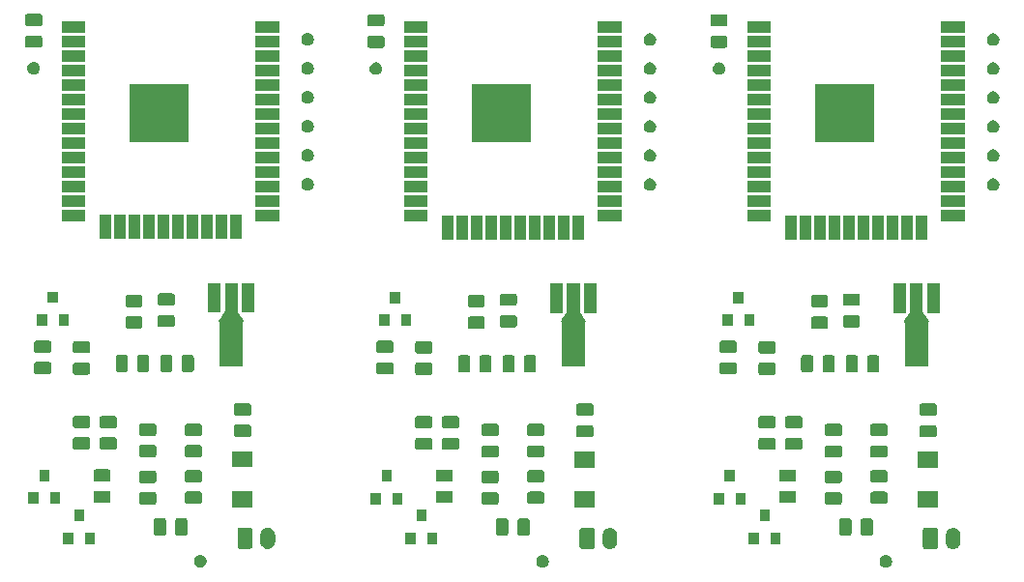
<source format=gbr>
G04 #@! TF.GenerationSoftware,KiCad,Pcbnew,(5.1.5)-3*
G04 #@! TF.CreationDate,2021-03-30T01:03:12+08:00*
G04 #@! TF.ProjectId,panelize,70616e65-6c69-47a6-952e-6b696361645f,1.1.0*
G04 #@! TF.SameCoordinates,Original*
G04 #@! TF.FileFunction,Soldermask,Top*
G04 #@! TF.FilePolarity,Negative*
%FSLAX46Y46*%
G04 Gerber Fmt 4.6, Leading zero omitted, Abs format (unit mm)*
G04 Created by KiCad (PCBNEW (5.1.5)-3) date 2021-03-30 01:03:12*
%MOMM*%
%LPD*%
G04 APERTURE LIST*
%ADD10C,0.100000*%
G04 APERTURE END LIST*
D10*
G36*
X204910721Y-62970174D02*
G01*
X205010995Y-63011709D01*
X205010996Y-63011710D01*
X205101242Y-63072010D01*
X205177990Y-63148758D01*
X205177991Y-63148760D01*
X205238291Y-63239005D01*
X205279826Y-63339279D01*
X205301000Y-63445730D01*
X205301000Y-63554270D01*
X205279826Y-63660721D01*
X205238291Y-63760995D01*
X205238290Y-63760996D01*
X205177990Y-63851242D01*
X205101242Y-63927990D01*
X205055812Y-63958345D01*
X205010995Y-63988291D01*
X204910721Y-64029826D01*
X204804270Y-64051000D01*
X204695730Y-64051000D01*
X204589279Y-64029826D01*
X204489005Y-63988291D01*
X204444188Y-63958345D01*
X204398758Y-63927990D01*
X204322010Y-63851242D01*
X204261710Y-63760996D01*
X204261709Y-63760995D01*
X204220174Y-63660721D01*
X204199000Y-63554270D01*
X204199000Y-63445730D01*
X204220174Y-63339279D01*
X204261709Y-63239005D01*
X204322009Y-63148760D01*
X204322010Y-63148758D01*
X204398758Y-63072010D01*
X204489004Y-63011710D01*
X204489005Y-63011709D01*
X204589279Y-62970174D01*
X204695730Y-62949000D01*
X204804270Y-62949000D01*
X204910721Y-62970174D01*
G37*
G36*
X174860721Y-62970174D02*
G01*
X174960995Y-63011709D01*
X174960996Y-63011710D01*
X175051242Y-63072010D01*
X175127990Y-63148758D01*
X175127991Y-63148760D01*
X175188291Y-63239005D01*
X175229826Y-63339279D01*
X175251000Y-63445730D01*
X175251000Y-63554270D01*
X175229826Y-63660721D01*
X175188291Y-63760995D01*
X175188290Y-63760996D01*
X175127990Y-63851242D01*
X175051242Y-63927990D01*
X175005812Y-63958345D01*
X174960995Y-63988291D01*
X174860721Y-64029826D01*
X174754270Y-64051000D01*
X174645730Y-64051000D01*
X174539279Y-64029826D01*
X174439005Y-63988291D01*
X174394188Y-63958345D01*
X174348758Y-63927990D01*
X174272010Y-63851242D01*
X174211710Y-63760996D01*
X174211709Y-63760995D01*
X174170174Y-63660721D01*
X174149000Y-63554270D01*
X174149000Y-63445730D01*
X174170174Y-63339279D01*
X174211709Y-63239005D01*
X174272009Y-63148760D01*
X174272010Y-63148758D01*
X174348758Y-63072010D01*
X174439004Y-63011710D01*
X174439005Y-63011709D01*
X174539279Y-62970174D01*
X174645730Y-62949000D01*
X174754270Y-62949000D01*
X174860721Y-62970174D01*
G37*
G36*
X144890721Y-62950174D02*
G01*
X144990995Y-62991709D01*
X145035812Y-63021655D01*
X145081242Y-63052010D01*
X145157990Y-63128758D01*
X145157991Y-63128760D01*
X145218291Y-63219005D01*
X145259826Y-63319279D01*
X145281000Y-63425730D01*
X145281000Y-63534270D01*
X145259826Y-63640721D01*
X145218291Y-63740995D01*
X145218290Y-63740996D01*
X145157990Y-63831242D01*
X145081242Y-63907990D01*
X145051308Y-63927991D01*
X144990995Y-63968291D01*
X144890721Y-64009826D01*
X144784270Y-64031000D01*
X144675730Y-64031000D01*
X144569279Y-64009826D01*
X144469005Y-63968291D01*
X144408692Y-63927991D01*
X144378758Y-63907990D01*
X144302010Y-63831242D01*
X144241710Y-63740996D01*
X144241709Y-63740995D01*
X144200174Y-63640721D01*
X144179000Y-63534270D01*
X144179000Y-63425730D01*
X144200174Y-63319279D01*
X144241709Y-63219005D01*
X144302009Y-63128760D01*
X144302010Y-63128758D01*
X144378758Y-63052010D01*
X144424188Y-63021655D01*
X144469005Y-62991709D01*
X144569279Y-62950174D01*
X144675730Y-62929000D01*
X144784270Y-62929000D01*
X144890721Y-62950174D01*
G37*
G36*
X210777617Y-60583420D02*
G01*
X210834403Y-60600646D01*
X210900335Y-60620646D01*
X211013424Y-60681094D01*
X211112554Y-60762447D01*
X211193906Y-60861575D01*
X211254354Y-60974664D01*
X211255669Y-60979000D01*
X211291580Y-61097382D01*
X211301000Y-61193027D01*
X211301000Y-61806973D01*
X211291580Y-61902618D01*
X211267803Y-61981000D01*
X211254354Y-62025336D01*
X211193906Y-62138425D01*
X211112554Y-62237554D01*
X211013425Y-62318906D01*
X210900336Y-62379354D01*
X210880563Y-62385352D01*
X210777618Y-62416580D01*
X210650000Y-62429149D01*
X210522383Y-62416580D01*
X210419438Y-62385352D01*
X210399665Y-62379354D01*
X210286576Y-62318906D01*
X210187447Y-62237554D01*
X210106096Y-62138427D01*
X210106095Y-62138425D01*
X210045647Y-62025336D01*
X210045645Y-62025333D01*
X210032197Y-61981000D01*
X210008420Y-61902618D01*
X209999000Y-61806973D01*
X209999000Y-61193028D01*
X209999297Y-61190017D01*
X210005076Y-61131337D01*
X210008420Y-61097383D01*
X210045645Y-60974669D01*
X210045646Y-60974665D01*
X210106094Y-60861576D01*
X210187447Y-60762446D01*
X210286575Y-60681094D01*
X210399664Y-60620646D01*
X210465596Y-60600646D01*
X210522382Y-60583420D01*
X210650000Y-60570851D01*
X210777617Y-60583420D01*
G37*
G36*
X180727617Y-60583420D02*
G01*
X180784403Y-60600646D01*
X180850335Y-60620646D01*
X180963424Y-60681094D01*
X181062554Y-60762447D01*
X181143906Y-60861575D01*
X181204354Y-60974664D01*
X181205669Y-60979000D01*
X181241580Y-61097382D01*
X181251000Y-61193027D01*
X181251000Y-61806973D01*
X181241580Y-61902618D01*
X181217803Y-61981000D01*
X181204354Y-62025336D01*
X181143906Y-62138425D01*
X181062554Y-62237554D01*
X180963425Y-62318906D01*
X180850336Y-62379354D01*
X180830563Y-62385352D01*
X180727618Y-62416580D01*
X180600000Y-62429149D01*
X180472383Y-62416580D01*
X180369438Y-62385352D01*
X180349665Y-62379354D01*
X180236576Y-62318906D01*
X180137447Y-62237554D01*
X180056096Y-62138427D01*
X180056095Y-62138425D01*
X179995647Y-62025336D01*
X179995645Y-62025333D01*
X179982197Y-61981000D01*
X179958420Y-61902618D01*
X179949000Y-61806973D01*
X179949000Y-61193028D01*
X179949297Y-61190017D01*
X179955076Y-61131337D01*
X179958420Y-61097383D01*
X179995645Y-60974669D01*
X179995646Y-60974665D01*
X180056094Y-60861576D01*
X180137447Y-60762446D01*
X180236575Y-60681094D01*
X180349664Y-60620646D01*
X180415596Y-60600646D01*
X180472382Y-60583420D01*
X180600000Y-60570851D01*
X180727617Y-60583420D01*
G37*
G36*
X209141242Y-60578404D02*
G01*
X209178337Y-60589657D01*
X209212515Y-60607925D01*
X209242481Y-60632519D01*
X209267075Y-60662485D01*
X209285343Y-60696663D01*
X209296596Y-60733758D01*
X209301000Y-60778474D01*
X209301000Y-62221526D01*
X209296596Y-62266242D01*
X209285343Y-62303337D01*
X209267075Y-62337515D01*
X209242481Y-62367481D01*
X209212515Y-62392075D01*
X209178337Y-62410343D01*
X209141242Y-62421596D01*
X209096526Y-62426000D01*
X208203474Y-62426000D01*
X208158758Y-62421596D01*
X208121663Y-62410343D01*
X208087485Y-62392075D01*
X208057519Y-62367481D01*
X208032925Y-62337515D01*
X208014657Y-62303337D01*
X208003404Y-62266242D01*
X207999000Y-62221526D01*
X207999000Y-60778474D01*
X208003404Y-60733758D01*
X208014657Y-60696663D01*
X208032925Y-60662485D01*
X208057519Y-60632519D01*
X208087485Y-60607925D01*
X208121663Y-60589657D01*
X208158758Y-60578404D01*
X208203474Y-60574000D01*
X209096526Y-60574000D01*
X209141242Y-60578404D01*
G37*
G36*
X179091242Y-60578404D02*
G01*
X179128337Y-60589657D01*
X179162515Y-60607925D01*
X179192481Y-60632519D01*
X179217075Y-60662485D01*
X179235343Y-60696663D01*
X179246596Y-60733758D01*
X179251000Y-60778474D01*
X179251000Y-62221526D01*
X179246596Y-62266242D01*
X179235343Y-62303337D01*
X179217075Y-62337515D01*
X179192481Y-62367481D01*
X179162515Y-62392075D01*
X179128337Y-62410343D01*
X179091242Y-62421596D01*
X179046526Y-62426000D01*
X178153474Y-62426000D01*
X178108758Y-62421596D01*
X178071663Y-62410343D01*
X178037485Y-62392075D01*
X178007519Y-62367481D01*
X177982925Y-62337515D01*
X177964657Y-62303337D01*
X177953404Y-62266242D01*
X177949000Y-62221526D01*
X177949000Y-60778474D01*
X177953404Y-60733758D01*
X177964657Y-60696663D01*
X177982925Y-60662485D01*
X178007519Y-60632519D01*
X178037485Y-60607925D01*
X178071663Y-60589657D01*
X178108758Y-60578404D01*
X178153474Y-60574000D01*
X179046526Y-60574000D01*
X179091242Y-60578404D01*
G37*
G36*
X150757617Y-60563420D02*
G01*
X150848403Y-60590960D01*
X150880335Y-60600646D01*
X150993424Y-60661094D01*
X151092554Y-60742447D01*
X151173906Y-60841575D01*
X151234354Y-60954664D01*
X151236503Y-60961750D01*
X151271580Y-61077382D01*
X151281000Y-61173027D01*
X151281000Y-61786973D01*
X151271580Y-61882618D01*
X151265513Y-61902618D01*
X151234354Y-62005336D01*
X151173906Y-62118425D01*
X151092554Y-62217554D01*
X150993425Y-62298906D01*
X150880336Y-62359354D01*
X150853544Y-62367481D01*
X150757618Y-62396580D01*
X150630000Y-62409149D01*
X150502383Y-62396580D01*
X150406457Y-62367481D01*
X150379665Y-62359354D01*
X150266576Y-62298906D01*
X150167447Y-62217554D01*
X150086096Y-62118427D01*
X150086095Y-62118425D01*
X150036337Y-62025336D01*
X150025645Y-62005333D01*
X149994487Y-61902618D01*
X149988420Y-61882618D01*
X149979000Y-61786973D01*
X149979000Y-61173028D01*
X149979088Y-61172139D01*
X149985076Y-61111337D01*
X149988420Y-61077383D01*
X150019579Y-60974665D01*
X150025646Y-60954665D01*
X150086094Y-60841576D01*
X150167447Y-60742446D01*
X150266575Y-60661094D01*
X150379664Y-60600646D01*
X150411596Y-60590960D01*
X150502382Y-60563420D01*
X150630000Y-60550851D01*
X150757617Y-60563420D01*
G37*
G36*
X149121242Y-60558404D02*
G01*
X149158337Y-60569657D01*
X149192515Y-60587925D01*
X149222481Y-60612519D01*
X149247075Y-60642485D01*
X149265343Y-60676663D01*
X149276596Y-60713758D01*
X149281000Y-60758474D01*
X149281000Y-62201526D01*
X149276596Y-62246242D01*
X149265343Y-62283337D01*
X149247075Y-62317515D01*
X149222481Y-62347481D01*
X149192515Y-62372075D01*
X149158337Y-62390343D01*
X149121242Y-62401596D01*
X149076526Y-62406000D01*
X148183474Y-62406000D01*
X148138758Y-62401596D01*
X148101663Y-62390343D01*
X148067485Y-62372075D01*
X148037519Y-62347481D01*
X148012925Y-62317515D01*
X147994657Y-62283337D01*
X147983404Y-62246242D01*
X147979000Y-62201526D01*
X147979000Y-60758474D01*
X147983404Y-60713758D01*
X147994657Y-60676663D01*
X148012925Y-60642485D01*
X148037519Y-60612519D01*
X148067485Y-60587925D01*
X148101663Y-60569657D01*
X148138758Y-60558404D01*
X148183474Y-60554000D01*
X149076526Y-60554000D01*
X149121242Y-60558404D01*
G37*
G36*
X165501000Y-62001000D02*
G01*
X164599000Y-62001000D01*
X164599000Y-60999000D01*
X165501000Y-60999000D01*
X165501000Y-62001000D01*
G37*
G36*
X193651000Y-62001000D02*
G01*
X192749000Y-62001000D01*
X192749000Y-60999000D01*
X193651000Y-60999000D01*
X193651000Y-62001000D01*
G37*
G36*
X195551000Y-62001000D02*
G01*
X194649000Y-62001000D01*
X194649000Y-60999000D01*
X195551000Y-60999000D01*
X195551000Y-62001000D01*
G37*
G36*
X163601000Y-62001000D02*
G01*
X162699000Y-62001000D01*
X162699000Y-60999000D01*
X163601000Y-60999000D01*
X163601000Y-62001000D01*
G37*
G36*
X133631000Y-61981000D02*
G01*
X132729000Y-61981000D01*
X132729000Y-60979000D01*
X133631000Y-60979000D01*
X133631000Y-61981000D01*
G37*
G36*
X135531000Y-61981000D02*
G01*
X134629000Y-61981000D01*
X134629000Y-60979000D01*
X135531000Y-60979000D01*
X135531000Y-61981000D01*
G37*
G36*
X171534468Y-59753565D02*
G01*
X171573138Y-59765296D01*
X171608777Y-59784346D01*
X171640017Y-59809983D01*
X171665654Y-59841223D01*
X171684704Y-59876862D01*
X171696435Y-59915532D01*
X171701000Y-59961888D01*
X171701000Y-61038112D01*
X171696435Y-61084468D01*
X171684704Y-61123138D01*
X171665654Y-61158777D01*
X171640017Y-61190017D01*
X171608777Y-61215654D01*
X171573138Y-61234704D01*
X171534468Y-61246435D01*
X171488112Y-61251000D01*
X170836888Y-61251000D01*
X170790532Y-61246435D01*
X170751862Y-61234704D01*
X170716223Y-61215654D01*
X170684983Y-61190017D01*
X170659346Y-61158777D01*
X170640296Y-61123138D01*
X170628565Y-61084468D01*
X170624000Y-61038112D01*
X170624000Y-59961888D01*
X170628565Y-59915532D01*
X170640296Y-59876862D01*
X170659346Y-59841223D01*
X170684983Y-59809983D01*
X170716223Y-59784346D01*
X170751862Y-59765296D01*
X170790532Y-59753565D01*
X170836888Y-59749000D01*
X171488112Y-59749000D01*
X171534468Y-59753565D01*
G37*
G36*
X201584468Y-59753565D02*
G01*
X201623138Y-59765296D01*
X201658777Y-59784346D01*
X201690017Y-59809983D01*
X201715654Y-59841223D01*
X201734704Y-59876862D01*
X201746435Y-59915532D01*
X201751000Y-59961888D01*
X201751000Y-61038112D01*
X201746435Y-61084468D01*
X201734704Y-61123138D01*
X201715654Y-61158777D01*
X201690017Y-61190017D01*
X201658777Y-61215654D01*
X201623138Y-61234704D01*
X201584468Y-61246435D01*
X201538112Y-61251000D01*
X200886888Y-61251000D01*
X200840532Y-61246435D01*
X200801862Y-61234704D01*
X200766223Y-61215654D01*
X200734983Y-61190017D01*
X200709346Y-61158777D01*
X200690296Y-61123138D01*
X200678565Y-61084468D01*
X200674000Y-61038112D01*
X200674000Y-59961888D01*
X200678565Y-59915532D01*
X200690296Y-59876862D01*
X200709346Y-59841223D01*
X200734983Y-59809983D01*
X200766223Y-59784346D01*
X200801862Y-59765296D01*
X200840532Y-59753565D01*
X200886888Y-59749000D01*
X201538112Y-59749000D01*
X201584468Y-59753565D01*
G37*
G36*
X173409468Y-59753565D02*
G01*
X173448138Y-59765296D01*
X173483777Y-59784346D01*
X173515017Y-59809983D01*
X173540654Y-59841223D01*
X173559704Y-59876862D01*
X173571435Y-59915532D01*
X173576000Y-59961888D01*
X173576000Y-61038112D01*
X173571435Y-61084468D01*
X173559704Y-61123138D01*
X173540654Y-61158777D01*
X173515017Y-61190017D01*
X173483777Y-61215654D01*
X173448138Y-61234704D01*
X173409468Y-61246435D01*
X173363112Y-61251000D01*
X172711888Y-61251000D01*
X172665532Y-61246435D01*
X172626862Y-61234704D01*
X172591223Y-61215654D01*
X172559983Y-61190017D01*
X172534346Y-61158777D01*
X172515296Y-61123138D01*
X172503565Y-61084468D01*
X172499000Y-61038112D01*
X172499000Y-59961888D01*
X172503565Y-59915532D01*
X172515296Y-59876862D01*
X172534346Y-59841223D01*
X172559983Y-59809983D01*
X172591223Y-59784346D01*
X172626862Y-59765296D01*
X172665532Y-59753565D01*
X172711888Y-59749000D01*
X173363112Y-59749000D01*
X173409468Y-59753565D01*
G37*
G36*
X203459468Y-59753565D02*
G01*
X203498138Y-59765296D01*
X203533777Y-59784346D01*
X203565017Y-59809983D01*
X203590654Y-59841223D01*
X203609704Y-59876862D01*
X203621435Y-59915532D01*
X203626000Y-59961888D01*
X203626000Y-61038112D01*
X203621435Y-61084468D01*
X203609704Y-61123138D01*
X203590654Y-61158777D01*
X203565017Y-61190017D01*
X203533777Y-61215654D01*
X203498138Y-61234704D01*
X203459468Y-61246435D01*
X203413112Y-61251000D01*
X202761888Y-61251000D01*
X202715532Y-61246435D01*
X202676862Y-61234704D01*
X202641223Y-61215654D01*
X202609983Y-61190017D01*
X202584346Y-61158777D01*
X202565296Y-61123138D01*
X202553565Y-61084468D01*
X202549000Y-61038112D01*
X202549000Y-59961888D01*
X202553565Y-59915532D01*
X202565296Y-59876862D01*
X202584346Y-59841223D01*
X202609983Y-59809983D01*
X202641223Y-59784346D01*
X202676862Y-59765296D01*
X202715532Y-59753565D01*
X202761888Y-59749000D01*
X203413112Y-59749000D01*
X203459468Y-59753565D01*
G37*
G36*
X141564468Y-59733565D02*
G01*
X141603138Y-59745296D01*
X141638777Y-59764346D01*
X141670017Y-59789983D01*
X141695654Y-59821223D01*
X141714704Y-59856862D01*
X141726435Y-59895532D01*
X141731000Y-59941888D01*
X141731000Y-61018112D01*
X141726435Y-61064468D01*
X141714704Y-61103138D01*
X141695654Y-61138777D01*
X141670017Y-61170017D01*
X141638777Y-61195654D01*
X141603138Y-61214704D01*
X141564468Y-61226435D01*
X141518112Y-61231000D01*
X140866888Y-61231000D01*
X140820532Y-61226435D01*
X140781862Y-61214704D01*
X140746223Y-61195654D01*
X140714983Y-61170017D01*
X140689346Y-61138777D01*
X140670296Y-61103138D01*
X140658565Y-61064468D01*
X140654000Y-61018112D01*
X140654000Y-59941888D01*
X140658565Y-59895532D01*
X140670296Y-59856862D01*
X140689346Y-59821223D01*
X140714983Y-59789983D01*
X140746223Y-59764346D01*
X140781862Y-59745296D01*
X140820532Y-59733565D01*
X140866888Y-59729000D01*
X141518112Y-59729000D01*
X141564468Y-59733565D01*
G37*
G36*
X143439468Y-59733565D02*
G01*
X143478138Y-59745296D01*
X143513777Y-59764346D01*
X143545017Y-59789983D01*
X143570654Y-59821223D01*
X143589704Y-59856862D01*
X143601435Y-59895532D01*
X143606000Y-59941888D01*
X143606000Y-61018112D01*
X143601435Y-61064468D01*
X143589704Y-61103138D01*
X143570654Y-61138777D01*
X143545017Y-61170017D01*
X143513777Y-61195654D01*
X143478138Y-61214704D01*
X143439468Y-61226435D01*
X143393112Y-61231000D01*
X142741888Y-61231000D01*
X142695532Y-61226435D01*
X142656862Y-61214704D01*
X142621223Y-61195654D01*
X142589983Y-61170017D01*
X142564346Y-61138777D01*
X142545296Y-61103138D01*
X142533565Y-61064468D01*
X142529000Y-61018112D01*
X142529000Y-59941888D01*
X142533565Y-59895532D01*
X142545296Y-59856862D01*
X142564346Y-59821223D01*
X142589983Y-59789983D01*
X142621223Y-59764346D01*
X142656862Y-59745296D01*
X142695532Y-59733565D01*
X142741888Y-59729000D01*
X143393112Y-59729000D01*
X143439468Y-59733565D01*
G37*
G36*
X194601000Y-60001000D02*
G01*
X193699000Y-60001000D01*
X193699000Y-58999000D01*
X194601000Y-58999000D01*
X194601000Y-60001000D01*
G37*
G36*
X164551000Y-60001000D02*
G01*
X163649000Y-60001000D01*
X163649000Y-58999000D01*
X164551000Y-58999000D01*
X164551000Y-60001000D01*
G37*
G36*
X134581000Y-59981000D02*
G01*
X133679000Y-59981000D01*
X133679000Y-58979000D01*
X134581000Y-58979000D01*
X134581000Y-59981000D01*
G37*
G36*
X209351000Y-58801000D02*
G01*
X207549000Y-58801000D01*
X207549000Y-57399000D01*
X209351000Y-57399000D01*
X209351000Y-58801000D01*
G37*
G36*
X179301000Y-58801000D02*
G01*
X177499000Y-58801000D01*
X177499000Y-57399000D01*
X179301000Y-57399000D01*
X179301000Y-58801000D01*
G37*
G36*
X149331000Y-58781000D02*
G01*
X147529000Y-58781000D01*
X147529000Y-57379000D01*
X149331000Y-57379000D01*
X149331000Y-58781000D01*
G37*
G36*
X170684468Y-57466065D02*
G01*
X170723138Y-57477796D01*
X170758777Y-57496846D01*
X170790017Y-57522483D01*
X170815654Y-57553723D01*
X170834704Y-57589362D01*
X170846435Y-57628032D01*
X170851000Y-57674388D01*
X170851000Y-58325612D01*
X170846435Y-58371968D01*
X170834704Y-58410638D01*
X170815654Y-58446277D01*
X170790017Y-58477517D01*
X170758777Y-58503154D01*
X170723138Y-58522204D01*
X170684468Y-58533935D01*
X170638112Y-58538500D01*
X169561888Y-58538500D01*
X169515532Y-58533935D01*
X169476862Y-58522204D01*
X169441223Y-58503154D01*
X169409983Y-58477517D01*
X169384346Y-58446277D01*
X169365296Y-58410638D01*
X169353565Y-58371968D01*
X169349000Y-58325612D01*
X169349000Y-57674388D01*
X169353565Y-57628032D01*
X169365296Y-57589362D01*
X169384346Y-57553723D01*
X169409983Y-57522483D01*
X169441223Y-57496846D01*
X169476862Y-57477796D01*
X169515532Y-57466065D01*
X169561888Y-57461500D01*
X170638112Y-57461500D01*
X170684468Y-57466065D01*
G37*
G36*
X200734468Y-57466065D02*
G01*
X200773138Y-57477796D01*
X200808777Y-57496846D01*
X200840017Y-57522483D01*
X200865654Y-57553723D01*
X200884704Y-57589362D01*
X200896435Y-57628032D01*
X200901000Y-57674388D01*
X200901000Y-58325612D01*
X200896435Y-58371968D01*
X200884704Y-58410638D01*
X200865654Y-58446277D01*
X200840017Y-58477517D01*
X200808777Y-58503154D01*
X200773138Y-58522204D01*
X200734468Y-58533935D01*
X200688112Y-58538500D01*
X199611888Y-58538500D01*
X199565532Y-58533935D01*
X199526862Y-58522204D01*
X199491223Y-58503154D01*
X199459983Y-58477517D01*
X199434346Y-58446277D01*
X199415296Y-58410638D01*
X199403565Y-58371968D01*
X199399000Y-58325612D01*
X199399000Y-57674388D01*
X199403565Y-57628032D01*
X199415296Y-57589362D01*
X199434346Y-57553723D01*
X199459983Y-57522483D01*
X199491223Y-57496846D01*
X199526862Y-57477796D01*
X199565532Y-57466065D01*
X199611888Y-57461500D01*
X200688112Y-57461500D01*
X200734468Y-57466065D01*
G37*
G36*
X140714468Y-57446065D02*
G01*
X140753138Y-57457796D01*
X140788777Y-57476846D01*
X140820017Y-57502483D01*
X140845654Y-57533723D01*
X140864704Y-57569362D01*
X140876435Y-57608032D01*
X140881000Y-57654388D01*
X140881000Y-58305612D01*
X140876435Y-58351968D01*
X140864704Y-58390638D01*
X140845654Y-58426277D01*
X140820017Y-58457517D01*
X140788777Y-58483154D01*
X140753138Y-58502204D01*
X140714468Y-58513935D01*
X140668112Y-58518500D01*
X139591888Y-58518500D01*
X139545532Y-58513935D01*
X139506862Y-58502204D01*
X139471223Y-58483154D01*
X139439983Y-58457517D01*
X139414346Y-58426277D01*
X139395296Y-58390638D01*
X139383565Y-58351968D01*
X139379000Y-58305612D01*
X139379000Y-57654388D01*
X139383565Y-57608032D01*
X139395296Y-57569362D01*
X139414346Y-57533723D01*
X139439983Y-57502483D01*
X139471223Y-57476846D01*
X139506862Y-57457796D01*
X139545532Y-57446065D01*
X139591888Y-57441500D01*
X140668112Y-57441500D01*
X140714468Y-57446065D01*
G37*
G36*
X162451000Y-58501000D02*
G01*
X161549000Y-58501000D01*
X161549000Y-57499000D01*
X162451000Y-57499000D01*
X162451000Y-58501000D01*
G37*
G36*
X192501000Y-58501000D02*
G01*
X191599000Y-58501000D01*
X191599000Y-57499000D01*
X192501000Y-57499000D01*
X192501000Y-58501000D01*
G37*
G36*
X190601000Y-58501000D02*
G01*
X189699000Y-58501000D01*
X189699000Y-57499000D01*
X190601000Y-57499000D01*
X190601000Y-58501000D01*
G37*
G36*
X160551000Y-58501000D02*
G01*
X159649000Y-58501000D01*
X159649000Y-57499000D01*
X160551000Y-57499000D01*
X160551000Y-58501000D01*
G37*
G36*
X132481000Y-58481000D02*
G01*
X131579000Y-58481000D01*
X131579000Y-57479000D01*
X132481000Y-57479000D01*
X132481000Y-58481000D01*
G37*
G36*
X130581000Y-58481000D02*
G01*
X129679000Y-58481000D01*
X129679000Y-57479000D01*
X130581000Y-57479000D01*
X130581000Y-58481000D01*
G37*
G36*
X174684468Y-57403565D02*
G01*
X174723138Y-57415296D01*
X174758777Y-57434346D01*
X174790017Y-57459983D01*
X174815654Y-57491223D01*
X174834704Y-57526862D01*
X174846435Y-57565532D01*
X174851000Y-57611888D01*
X174851000Y-58263112D01*
X174846435Y-58309468D01*
X174834704Y-58348138D01*
X174815654Y-58383777D01*
X174790017Y-58415017D01*
X174758777Y-58440654D01*
X174723138Y-58459704D01*
X174684468Y-58471435D01*
X174638112Y-58476000D01*
X173561888Y-58476000D01*
X173515532Y-58471435D01*
X173476862Y-58459704D01*
X173441223Y-58440654D01*
X173409983Y-58415017D01*
X173384346Y-58383777D01*
X173365296Y-58348138D01*
X173353565Y-58309468D01*
X173349000Y-58263112D01*
X173349000Y-57611888D01*
X173353565Y-57565532D01*
X173365296Y-57526862D01*
X173384346Y-57491223D01*
X173409983Y-57459983D01*
X173441223Y-57434346D01*
X173476862Y-57415296D01*
X173515532Y-57403565D01*
X173561888Y-57399000D01*
X174638112Y-57399000D01*
X174684468Y-57403565D01*
G37*
G36*
X204734468Y-57403565D02*
G01*
X204773138Y-57415296D01*
X204808777Y-57434346D01*
X204840017Y-57459983D01*
X204865654Y-57491223D01*
X204884704Y-57526862D01*
X204896435Y-57565532D01*
X204901000Y-57611888D01*
X204901000Y-58263112D01*
X204896435Y-58309468D01*
X204884704Y-58348138D01*
X204865654Y-58383777D01*
X204840017Y-58415017D01*
X204808777Y-58440654D01*
X204773138Y-58459704D01*
X204734468Y-58471435D01*
X204688112Y-58476000D01*
X203611888Y-58476000D01*
X203565532Y-58471435D01*
X203526862Y-58459704D01*
X203491223Y-58440654D01*
X203459983Y-58415017D01*
X203434346Y-58383777D01*
X203415296Y-58348138D01*
X203403565Y-58309468D01*
X203399000Y-58263112D01*
X203399000Y-57611888D01*
X203403565Y-57565532D01*
X203415296Y-57526862D01*
X203434346Y-57491223D01*
X203459983Y-57459983D01*
X203491223Y-57434346D01*
X203526862Y-57415296D01*
X203565532Y-57403565D01*
X203611888Y-57399000D01*
X204688112Y-57399000D01*
X204734468Y-57403565D01*
G37*
G36*
X144714468Y-57383565D02*
G01*
X144753138Y-57395296D01*
X144788777Y-57414346D01*
X144820017Y-57439983D01*
X144845654Y-57471223D01*
X144864704Y-57506862D01*
X144876435Y-57545532D01*
X144881000Y-57591888D01*
X144881000Y-58243112D01*
X144876435Y-58289468D01*
X144864704Y-58328138D01*
X144845654Y-58363777D01*
X144820017Y-58395017D01*
X144788777Y-58420654D01*
X144753138Y-58439704D01*
X144714468Y-58451435D01*
X144668112Y-58456000D01*
X143591888Y-58456000D01*
X143545532Y-58451435D01*
X143506862Y-58439704D01*
X143471223Y-58420654D01*
X143439983Y-58395017D01*
X143414346Y-58363777D01*
X143395296Y-58328138D01*
X143383565Y-58289468D01*
X143379000Y-58243112D01*
X143379000Y-57591888D01*
X143383565Y-57545532D01*
X143395296Y-57506862D01*
X143414346Y-57471223D01*
X143439983Y-57439983D01*
X143471223Y-57414346D01*
X143506862Y-57395296D01*
X143545532Y-57383565D01*
X143591888Y-57379000D01*
X144668112Y-57379000D01*
X144714468Y-57383565D01*
G37*
G36*
X166684468Y-57341065D02*
G01*
X166723138Y-57352796D01*
X166758777Y-57371846D01*
X166790017Y-57397483D01*
X166815654Y-57428723D01*
X166834704Y-57464362D01*
X166846435Y-57503032D01*
X166851000Y-57549388D01*
X166851000Y-58200612D01*
X166846435Y-58246968D01*
X166834704Y-58285638D01*
X166815654Y-58321277D01*
X166790017Y-58352517D01*
X166758777Y-58378154D01*
X166723138Y-58397204D01*
X166684468Y-58408935D01*
X166638112Y-58413500D01*
X165561888Y-58413500D01*
X165515532Y-58408935D01*
X165476862Y-58397204D01*
X165441223Y-58378154D01*
X165409983Y-58352517D01*
X165384346Y-58321277D01*
X165365296Y-58285638D01*
X165353565Y-58246968D01*
X165349000Y-58200612D01*
X165349000Y-57549388D01*
X165353565Y-57503032D01*
X165365296Y-57464362D01*
X165384346Y-57428723D01*
X165409983Y-57397483D01*
X165441223Y-57371846D01*
X165476862Y-57352796D01*
X165515532Y-57341065D01*
X165561888Y-57336500D01*
X166638112Y-57336500D01*
X166684468Y-57341065D01*
G37*
G36*
X196734468Y-57341065D02*
G01*
X196773138Y-57352796D01*
X196808777Y-57371846D01*
X196840017Y-57397483D01*
X196865654Y-57428723D01*
X196884704Y-57464362D01*
X196896435Y-57503032D01*
X196901000Y-57549388D01*
X196901000Y-58200612D01*
X196896435Y-58246968D01*
X196884704Y-58285638D01*
X196865654Y-58321277D01*
X196840017Y-58352517D01*
X196808777Y-58378154D01*
X196773138Y-58397204D01*
X196734468Y-58408935D01*
X196688112Y-58413500D01*
X195611888Y-58413500D01*
X195565532Y-58408935D01*
X195526862Y-58397204D01*
X195491223Y-58378154D01*
X195459983Y-58352517D01*
X195434346Y-58321277D01*
X195415296Y-58285638D01*
X195403565Y-58246968D01*
X195399000Y-58200612D01*
X195399000Y-57549388D01*
X195403565Y-57503032D01*
X195415296Y-57464362D01*
X195434346Y-57428723D01*
X195459983Y-57397483D01*
X195491223Y-57371846D01*
X195526862Y-57352796D01*
X195565532Y-57341065D01*
X195611888Y-57336500D01*
X196688112Y-57336500D01*
X196734468Y-57341065D01*
G37*
G36*
X136714468Y-57321065D02*
G01*
X136753138Y-57332796D01*
X136788777Y-57351846D01*
X136820017Y-57377483D01*
X136845654Y-57408723D01*
X136864704Y-57444362D01*
X136876435Y-57483032D01*
X136881000Y-57529388D01*
X136881000Y-58180612D01*
X136876435Y-58226968D01*
X136864704Y-58265638D01*
X136845654Y-58301277D01*
X136820017Y-58332517D01*
X136788777Y-58358154D01*
X136753138Y-58377204D01*
X136714468Y-58388935D01*
X136668112Y-58393500D01*
X135591888Y-58393500D01*
X135545532Y-58388935D01*
X135506862Y-58377204D01*
X135471223Y-58358154D01*
X135439983Y-58332517D01*
X135414346Y-58301277D01*
X135395296Y-58265638D01*
X135383565Y-58226968D01*
X135379000Y-58180612D01*
X135379000Y-57529388D01*
X135383565Y-57483032D01*
X135395296Y-57444362D01*
X135414346Y-57408723D01*
X135439983Y-57377483D01*
X135471223Y-57351846D01*
X135506862Y-57332796D01*
X135545532Y-57321065D01*
X135591888Y-57316500D01*
X136668112Y-57316500D01*
X136714468Y-57321065D01*
G37*
G36*
X170684468Y-55591065D02*
G01*
X170723138Y-55602796D01*
X170758777Y-55621846D01*
X170790017Y-55647483D01*
X170815654Y-55678723D01*
X170834704Y-55714362D01*
X170846435Y-55753032D01*
X170851000Y-55799388D01*
X170851000Y-56450612D01*
X170846435Y-56496968D01*
X170834704Y-56535638D01*
X170815654Y-56571277D01*
X170790017Y-56602517D01*
X170758777Y-56628154D01*
X170723138Y-56647204D01*
X170684468Y-56658935D01*
X170638112Y-56663500D01*
X169561888Y-56663500D01*
X169515532Y-56658935D01*
X169476862Y-56647204D01*
X169441223Y-56628154D01*
X169409983Y-56602517D01*
X169384346Y-56571277D01*
X169365296Y-56535638D01*
X169353565Y-56496968D01*
X169349000Y-56450612D01*
X169349000Y-55799388D01*
X169353565Y-55753032D01*
X169365296Y-55714362D01*
X169384346Y-55678723D01*
X169409983Y-55647483D01*
X169441223Y-55621846D01*
X169476862Y-55602796D01*
X169515532Y-55591065D01*
X169561888Y-55586500D01*
X170638112Y-55586500D01*
X170684468Y-55591065D01*
G37*
G36*
X200734468Y-55591065D02*
G01*
X200773138Y-55602796D01*
X200808777Y-55621846D01*
X200840017Y-55647483D01*
X200865654Y-55678723D01*
X200884704Y-55714362D01*
X200896435Y-55753032D01*
X200901000Y-55799388D01*
X200901000Y-56450612D01*
X200896435Y-56496968D01*
X200884704Y-56535638D01*
X200865654Y-56571277D01*
X200840017Y-56602517D01*
X200808777Y-56628154D01*
X200773138Y-56647204D01*
X200734468Y-56658935D01*
X200688112Y-56663500D01*
X199611888Y-56663500D01*
X199565532Y-56658935D01*
X199526862Y-56647204D01*
X199491223Y-56628154D01*
X199459983Y-56602517D01*
X199434346Y-56571277D01*
X199415296Y-56535638D01*
X199403565Y-56496968D01*
X199399000Y-56450612D01*
X199399000Y-55799388D01*
X199403565Y-55753032D01*
X199415296Y-55714362D01*
X199434346Y-55678723D01*
X199459983Y-55647483D01*
X199491223Y-55621846D01*
X199526862Y-55602796D01*
X199565532Y-55591065D01*
X199611888Y-55586500D01*
X200688112Y-55586500D01*
X200734468Y-55591065D01*
G37*
G36*
X140714468Y-55571065D02*
G01*
X140753138Y-55582796D01*
X140788777Y-55601846D01*
X140820017Y-55627483D01*
X140845654Y-55658723D01*
X140864704Y-55694362D01*
X140876435Y-55733032D01*
X140881000Y-55779388D01*
X140881000Y-56430612D01*
X140876435Y-56476968D01*
X140864704Y-56515638D01*
X140845654Y-56551277D01*
X140820017Y-56582517D01*
X140788777Y-56608154D01*
X140753138Y-56627204D01*
X140714468Y-56638935D01*
X140668112Y-56643500D01*
X139591888Y-56643500D01*
X139545532Y-56638935D01*
X139506862Y-56627204D01*
X139471223Y-56608154D01*
X139439983Y-56582517D01*
X139414346Y-56551277D01*
X139395296Y-56515638D01*
X139383565Y-56476968D01*
X139379000Y-56430612D01*
X139379000Y-55779388D01*
X139383565Y-55733032D01*
X139395296Y-55694362D01*
X139414346Y-55658723D01*
X139439983Y-55627483D01*
X139471223Y-55601846D01*
X139506862Y-55582796D01*
X139545532Y-55571065D01*
X139591888Y-55566500D01*
X140668112Y-55566500D01*
X140714468Y-55571065D01*
G37*
G36*
X174684468Y-55528565D02*
G01*
X174723138Y-55540296D01*
X174758777Y-55559346D01*
X174790017Y-55584983D01*
X174815654Y-55616223D01*
X174834704Y-55651862D01*
X174846435Y-55690532D01*
X174851000Y-55736888D01*
X174851000Y-56388112D01*
X174846435Y-56434468D01*
X174834704Y-56473138D01*
X174815654Y-56508777D01*
X174790017Y-56540017D01*
X174758777Y-56565654D01*
X174723138Y-56584704D01*
X174684468Y-56596435D01*
X174638112Y-56601000D01*
X173561888Y-56601000D01*
X173515532Y-56596435D01*
X173476862Y-56584704D01*
X173441223Y-56565654D01*
X173409983Y-56540017D01*
X173384346Y-56508777D01*
X173365296Y-56473138D01*
X173353565Y-56434468D01*
X173349000Y-56388112D01*
X173349000Y-55736888D01*
X173353565Y-55690532D01*
X173365296Y-55651862D01*
X173384346Y-55616223D01*
X173409983Y-55584983D01*
X173441223Y-55559346D01*
X173476862Y-55540296D01*
X173515532Y-55528565D01*
X173561888Y-55524000D01*
X174638112Y-55524000D01*
X174684468Y-55528565D01*
G37*
G36*
X204734468Y-55528565D02*
G01*
X204773138Y-55540296D01*
X204808777Y-55559346D01*
X204840017Y-55584983D01*
X204865654Y-55616223D01*
X204884704Y-55651862D01*
X204896435Y-55690532D01*
X204901000Y-55736888D01*
X204901000Y-56388112D01*
X204896435Y-56434468D01*
X204884704Y-56473138D01*
X204865654Y-56508777D01*
X204840017Y-56540017D01*
X204808777Y-56565654D01*
X204773138Y-56584704D01*
X204734468Y-56596435D01*
X204688112Y-56601000D01*
X203611888Y-56601000D01*
X203565532Y-56596435D01*
X203526862Y-56584704D01*
X203491223Y-56565654D01*
X203459983Y-56540017D01*
X203434346Y-56508777D01*
X203415296Y-56473138D01*
X203403565Y-56434468D01*
X203399000Y-56388112D01*
X203399000Y-55736888D01*
X203403565Y-55690532D01*
X203415296Y-55651862D01*
X203434346Y-55616223D01*
X203459983Y-55584983D01*
X203491223Y-55559346D01*
X203526862Y-55540296D01*
X203565532Y-55528565D01*
X203611888Y-55524000D01*
X204688112Y-55524000D01*
X204734468Y-55528565D01*
G37*
G36*
X144714468Y-55508565D02*
G01*
X144753138Y-55520296D01*
X144788777Y-55539346D01*
X144820017Y-55564983D01*
X144845654Y-55596223D01*
X144864704Y-55631862D01*
X144876435Y-55670532D01*
X144881000Y-55716888D01*
X144881000Y-56368112D01*
X144876435Y-56414468D01*
X144864704Y-56453138D01*
X144845654Y-56488777D01*
X144820017Y-56520017D01*
X144788777Y-56545654D01*
X144753138Y-56564704D01*
X144714468Y-56576435D01*
X144668112Y-56581000D01*
X143591888Y-56581000D01*
X143545532Y-56576435D01*
X143506862Y-56564704D01*
X143471223Y-56545654D01*
X143439983Y-56520017D01*
X143414346Y-56488777D01*
X143395296Y-56453138D01*
X143383565Y-56414468D01*
X143379000Y-56368112D01*
X143379000Y-55716888D01*
X143383565Y-55670532D01*
X143395296Y-55631862D01*
X143414346Y-55596223D01*
X143439983Y-55564983D01*
X143471223Y-55539346D01*
X143506862Y-55520296D01*
X143545532Y-55508565D01*
X143591888Y-55504000D01*
X144668112Y-55504000D01*
X144714468Y-55508565D01*
G37*
G36*
X166684468Y-55466065D02*
G01*
X166723138Y-55477796D01*
X166758777Y-55496846D01*
X166790017Y-55522483D01*
X166815654Y-55553723D01*
X166834704Y-55589362D01*
X166846435Y-55628032D01*
X166851000Y-55674388D01*
X166851000Y-56325612D01*
X166846435Y-56371968D01*
X166834704Y-56410638D01*
X166815654Y-56446277D01*
X166790017Y-56477517D01*
X166758777Y-56503154D01*
X166723138Y-56522204D01*
X166684468Y-56533935D01*
X166638112Y-56538500D01*
X165561888Y-56538500D01*
X165515532Y-56533935D01*
X165476862Y-56522204D01*
X165441223Y-56503154D01*
X165409983Y-56477517D01*
X165384346Y-56446277D01*
X165365296Y-56410638D01*
X165353565Y-56371968D01*
X165349000Y-56325612D01*
X165349000Y-55674388D01*
X165353565Y-55628032D01*
X165365296Y-55589362D01*
X165384346Y-55553723D01*
X165409983Y-55522483D01*
X165441223Y-55496846D01*
X165476862Y-55477796D01*
X165515532Y-55466065D01*
X165561888Y-55461500D01*
X166638112Y-55461500D01*
X166684468Y-55466065D01*
G37*
G36*
X196734468Y-55466065D02*
G01*
X196773138Y-55477796D01*
X196808777Y-55496846D01*
X196840017Y-55522483D01*
X196865654Y-55553723D01*
X196884704Y-55589362D01*
X196896435Y-55628032D01*
X196901000Y-55674388D01*
X196901000Y-56325612D01*
X196896435Y-56371968D01*
X196884704Y-56410638D01*
X196865654Y-56446277D01*
X196840017Y-56477517D01*
X196808777Y-56503154D01*
X196773138Y-56522204D01*
X196734468Y-56533935D01*
X196688112Y-56538500D01*
X195611888Y-56538500D01*
X195565532Y-56533935D01*
X195526862Y-56522204D01*
X195491223Y-56503154D01*
X195459983Y-56477517D01*
X195434346Y-56446277D01*
X195415296Y-56410638D01*
X195403565Y-56371968D01*
X195399000Y-56325612D01*
X195399000Y-55674388D01*
X195403565Y-55628032D01*
X195415296Y-55589362D01*
X195434346Y-55553723D01*
X195459983Y-55522483D01*
X195491223Y-55496846D01*
X195526862Y-55477796D01*
X195565532Y-55466065D01*
X195611888Y-55461500D01*
X196688112Y-55461500D01*
X196734468Y-55466065D01*
G37*
G36*
X136714468Y-55446065D02*
G01*
X136753138Y-55457796D01*
X136788777Y-55476846D01*
X136820017Y-55502483D01*
X136845654Y-55533723D01*
X136864704Y-55569362D01*
X136876435Y-55608032D01*
X136881000Y-55654388D01*
X136881000Y-56305612D01*
X136876435Y-56351968D01*
X136864704Y-56390638D01*
X136845654Y-56426277D01*
X136820017Y-56457517D01*
X136788777Y-56483154D01*
X136753138Y-56502204D01*
X136714468Y-56513935D01*
X136668112Y-56518500D01*
X135591888Y-56518500D01*
X135545532Y-56513935D01*
X135506862Y-56502204D01*
X135471223Y-56483154D01*
X135439983Y-56457517D01*
X135414346Y-56426277D01*
X135395296Y-56390638D01*
X135383565Y-56351968D01*
X135379000Y-56305612D01*
X135379000Y-55654388D01*
X135383565Y-55608032D01*
X135395296Y-55569362D01*
X135414346Y-55533723D01*
X135439983Y-55502483D01*
X135471223Y-55476846D01*
X135506862Y-55457796D01*
X135545532Y-55446065D01*
X135591888Y-55441500D01*
X136668112Y-55441500D01*
X136714468Y-55446065D01*
G37*
G36*
X191551000Y-56501000D02*
G01*
X190649000Y-56501000D01*
X190649000Y-55499000D01*
X191551000Y-55499000D01*
X191551000Y-56501000D01*
G37*
G36*
X161501000Y-56501000D02*
G01*
X160599000Y-56501000D01*
X160599000Y-55499000D01*
X161501000Y-55499000D01*
X161501000Y-56501000D01*
G37*
G36*
X131531000Y-56481000D02*
G01*
X130629000Y-56481000D01*
X130629000Y-55479000D01*
X131531000Y-55479000D01*
X131531000Y-56481000D01*
G37*
G36*
X209351000Y-55301000D02*
G01*
X207549000Y-55301000D01*
X207549000Y-53899000D01*
X209351000Y-53899000D01*
X209351000Y-55301000D01*
G37*
G36*
X179301000Y-55301000D02*
G01*
X177499000Y-55301000D01*
X177499000Y-53899000D01*
X179301000Y-53899000D01*
X179301000Y-55301000D01*
G37*
G36*
X149331000Y-55281000D02*
G01*
X147529000Y-55281000D01*
X147529000Y-53879000D01*
X149331000Y-53879000D01*
X149331000Y-55281000D01*
G37*
G36*
X204734468Y-53341065D02*
G01*
X204773138Y-53352796D01*
X204808777Y-53371846D01*
X204840017Y-53397483D01*
X204865654Y-53428723D01*
X204884704Y-53464362D01*
X204896435Y-53503032D01*
X204901000Y-53549388D01*
X204901000Y-54200612D01*
X204896435Y-54246968D01*
X204884704Y-54285638D01*
X204865654Y-54321277D01*
X204840017Y-54352517D01*
X204808777Y-54378154D01*
X204773138Y-54397204D01*
X204734468Y-54408935D01*
X204688112Y-54413500D01*
X203611888Y-54413500D01*
X203565532Y-54408935D01*
X203526862Y-54397204D01*
X203491223Y-54378154D01*
X203459983Y-54352517D01*
X203434346Y-54321277D01*
X203415296Y-54285638D01*
X203403565Y-54246968D01*
X203399000Y-54200612D01*
X203399000Y-53549388D01*
X203403565Y-53503032D01*
X203415296Y-53464362D01*
X203434346Y-53428723D01*
X203459983Y-53397483D01*
X203491223Y-53371846D01*
X203526862Y-53352796D01*
X203565532Y-53341065D01*
X203611888Y-53336500D01*
X204688112Y-53336500D01*
X204734468Y-53341065D01*
G37*
G36*
X170684468Y-53341065D02*
G01*
X170723138Y-53352796D01*
X170758777Y-53371846D01*
X170790017Y-53397483D01*
X170815654Y-53428723D01*
X170834704Y-53464362D01*
X170846435Y-53503032D01*
X170851000Y-53549388D01*
X170851000Y-54200612D01*
X170846435Y-54246968D01*
X170834704Y-54285638D01*
X170815654Y-54321277D01*
X170790017Y-54352517D01*
X170758777Y-54378154D01*
X170723138Y-54397204D01*
X170684468Y-54408935D01*
X170638112Y-54413500D01*
X169561888Y-54413500D01*
X169515532Y-54408935D01*
X169476862Y-54397204D01*
X169441223Y-54378154D01*
X169409983Y-54352517D01*
X169384346Y-54321277D01*
X169365296Y-54285638D01*
X169353565Y-54246968D01*
X169349000Y-54200612D01*
X169349000Y-53549388D01*
X169353565Y-53503032D01*
X169365296Y-53464362D01*
X169384346Y-53428723D01*
X169409983Y-53397483D01*
X169441223Y-53371846D01*
X169476862Y-53352796D01*
X169515532Y-53341065D01*
X169561888Y-53336500D01*
X170638112Y-53336500D01*
X170684468Y-53341065D01*
G37*
G36*
X200734468Y-53341065D02*
G01*
X200773138Y-53352796D01*
X200808777Y-53371846D01*
X200840017Y-53397483D01*
X200865654Y-53428723D01*
X200884704Y-53464362D01*
X200896435Y-53503032D01*
X200901000Y-53549388D01*
X200901000Y-54200612D01*
X200896435Y-54246968D01*
X200884704Y-54285638D01*
X200865654Y-54321277D01*
X200840017Y-54352517D01*
X200808777Y-54378154D01*
X200773138Y-54397204D01*
X200734468Y-54408935D01*
X200688112Y-54413500D01*
X199611888Y-54413500D01*
X199565532Y-54408935D01*
X199526862Y-54397204D01*
X199491223Y-54378154D01*
X199459983Y-54352517D01*
X199434346Y-54321277D01*
X199415296Y-54285638D01*
X199403565Y-54246968D01*
X199399000Y-54200612D01*
X199399000Y-53549388D01*
X199403565Y-53503032D01*
X199415296Y-53464362D01*
X199434346Y-53428723D01*
X199459983Y-53397483D01*
X199491223Y-53371846D01*
X199526862Y-53352796D01*
X199565532Y-53341065D01*
X199611888Y-53336500D01*
X200688112Y-53336500D01*
X200734468Y-53341065D01*
G37*
G36*
X174684468Y-53341065D02*
G01*
X174723138Y-53352796D01*
X174758777Y-53371846D01*
X174790017Y-53397483D01*
X174815654Y-53428723D01*
X174834704Y-53464362D01*
X174846435Y-53503032D01*
X174851000Y-53549388D01*
X174851000Y-54200612D01*
X174846435Y-54246968D01*
X174834704Y-54285638D01*
X174815654Y-54321277D01*
X174790017Y-54352517D01*
X174758777Y-54378154D01*
X174723138Y-54397204D01*
X174684468Y-54408935D01*
X174638112Y-54413500D01*
X173561888Y-54413500D01*
X173515532Y-54408935D01*
X173476862Y-54397204D01*
X173441223Y-54378154D01*
X173409983Y-54352517D01*
X173384346Y-54321277D01*
X173365296Y-54285638D01*
X173353565Y-54246968D01*
X173349000Y-54200612D01*
X173349000Y-53549388D01*
X173353565Y-53503032D01*
X173365296Y-53464362D01*
X173384346Y-53428723D01*
X173409983Y-53397483D01*
X173441223Y-53371846D01*
X173476862Y-53352796D01*
X173515532Y-53341065D01*
X173561888Y-53336500D01*
X174638112Y-53336500D01*
X174684468Y-53341065D01*
G37*
G36*
X144714468Y-53321065D02*
G01*
X144753138Y-53332796D01*
X144788777Y-53351846D01*
X144820017Y-53377483D01*
X144845654Y-53408723D01*
X144864704Y-53444362D01*
X144876435Y-53483032D01*
X144881000Y-53529388D01*
X144881000Y-54180612D01*
X144876435Y-54226968D01*
X144864704Y-54265638D01*
X144845654Y-54301277D01*
X144820017Y-54332517D01*
X144788777Y-54358154D01*
X144753138Y-54377204D01*
X144714468Y-54388935D01*
X144668112Y-54393500D01*
X143591888Y-54393500D01*
X143545532Y-54388935D01*
X143506862Y-54377204D01*
X143471223Y-54358154D01*
X143439983Y-54332517D01*
X143414346Y-54301277D01*
X143395296Y-54265638D01*
X143383565Y-54226968D01*
X143379000Y-54180612D01*
X143379000Y-53529388D01*
X143383565Y-53483032D01*
X143395296Y-53444362D01*
X143414346Y-53408723D01*
X143439983Y-53377483D01*
X143471223Y-53351846D01*
X143506862Y-53332796D01*
X143545532Y-53321065D01*
X143591888Y-53316500D01*
X144668112Y-53316500D01*
X144714468Y-53321065D01*
G37*
G36*
X140714468Y-53321065D02*
G01*
X140753138Y-53332796D01*
X140788777Y-53351846D01*
X140820017Y-53377483D01*
X140845654Y-53408723D01*
X140864704Y-53444362D01*
X140876435Y-53483032D01*
X140881000Y-53529388D01*
X140881000Y-54180612D01*
X140876435Y-54226968D01*
X140864704Y-54265638D01*
X140845654Y-54301277D01*
X140820017Y-54332517D01*
X140788777Y-54358154D01*
X140753138Y-54377204D01*
X140714468Y-54388935D01*
X140668112Y-54393500D01*
X139591888Y-54393500D01*
X139545532Y-54388935D01*
X139506862Y-54377204D01*
X139471223Y-54358154D01*
X139439983Y-54332517D01*
X139414346Y-54301277D01*
X139395296Y-54265638D01*
X139383565Y-54226968D01*
X139379000Y-54180612D01*
X139379000Y-53529388D01*
X139383565Y-53483032D01*
X139395296Y-53444362D01*
X139414346Y-53408723D01*
X139439983Y-53377483D01*
X139471223Y-53351846D01*
X139506862Y-53332796D01*
X139545532Y-53321065D01*
X139591888Y-53316500D01*
X140668112Y-53316500D01*
X140714468Y-53321065D01*
G37*
G36*
X167221968Y-52666065D02*
G01*
X167260638Y-52677796D01*
X167296277Y-52696846D01*
X167327517Y-52722483D01*
X167353154Y-52753723D01*
X167372204Y-52789362D01*
X167383935Y-52828032D01*
X167388500Y-52874388D01*
X167388500Y-53525612D01*
X167383935Y-53571968D01*
X167372204Y-53610638D01*
X167353154Y-53646277D01*
X167327517Y-53677517D01*
X167296277Y-53703154D01*
X167260638Y-53722204D01*
X167221968Y-53733935D01*
X167175612Y-53738500D01*
X166099388Y-53738500D01*
X166053032Y-53733935D01*
X166014362Y-53722204D01*
X165978723Y-53703154D01*
X165947483Y-53677517D01*
X165921846Y-53646277D01*
X165902796Y-53610638D01*
X165891065Y-53571968D01*
X165886500Y-53525612D01*
X165886500Y-52874388D01*
X165891065Y-52828032D01*
X165902796Y-52789362D01*
X165921846Y-52753723D01*
X165947483Y-52722483D01*
X165978723Y-52696846D01*
X166014362Y-52677796D01*
X166053032Y-52666065D01*
X166099388Y-52661500D01*
X167175612Y-52661500D01*
X167221968Y-52666065D01*
G37*
G36*
X194934468Y-52666065D02*
G01*
X194973138Y-52677796D01*
X195008777Y-52696846D01*
X195040017Y-52722483D01*
X195065654Y-52753723D01*
X195084704Y-52789362D01*
X195096435Y-52828032D01*
X195101000Y-52874388D01*
X195101000Y-53525612D01*
X195096435Y-53571968D01*
X195084704Y-53610638D01*
X195065654Y-53646277D01*
X195040017Y-53677517D01*
X195008777Y-53703154D01*
X194973138Y-53722204D01*
X194934468Y-53733935D01*
X194888112Y-53738500D01*
X193811888Y-53738500D01*
X193765532Y-53733935D01*
X193726862Y-53722204D01*
X193691223Y-53703154D01*
X193659983Y-53677517D01*
X193634346Y-53646277D01*
X193615296Y-53610638D01*
X193603565Y-53571968D01*
X193599000Y-53525612D01*
X193599000Y-52874388D01*
X193603565Y-52828032D01*
X193615296Y-52789362D01*
X193634346Y-52753723D01*
X193659983Y-52722483D01*
X193691223Y-52696846D01*
X193726862Y-52677796D01*
X193765532Y-52666065D01*
X193811888Y-52661500D01*
X194888112Y-52661500D01*
X194934468Y-52666065D01*
G37*
G36*
X164884468Y-52666065D02*
G01*
X164923138Y-52677796D01*
X164958777Y-52696846D01*
X164990017Y-52722483D01*
X165015654Y-52753723D01*
X165034704Y-52789362D01*
X165046435Y-52828032D01*
X165051000Y-52874388D01*
X165051000Y-53525612D01*
X165046435Y-53571968D01*
X165034704Y-53610638D01*
X165015654Y-53646277D01*
X164990017Y-53677517D01*
X164958777Y-53703154D01*
X164923138Y-53722204D01*
X164884468Y-53733935D01*
X164838112Y-53738500D01*
X163761888Y-53738500D01*
X163715532Y-53733935D01*
X163676862Y-53722204D01*
X163641223Y-53703154D01*
X163609983Y-53677517D01*
X163584346Y-53646277D01*
X163565296Y-53610638D01*
X163553565Y-53571968D01*
X163549000Y-53525612D01*
X163549000Y-52874388D01*
X163553565Y-52828032D01*
X163565296Y-52789362D01*
X163584346Y-52753723D01*
X163609983Y-52722483D01*
X163641223Y-52696846D01*
X163676862Y-52677796D01*
X163715532Y-52666065D01*
X163761888Y-52661500D01*
X164838112Y-52661500D01*
X164884468Y-52666065D01*
G37*
G36*
X197271968Y-52666065D02*
G01*
X197310638Y-52677796D01*
X197346277Y-52696846D01*
X197377517Y-52722483D01*
X197403154Y-52753723D01*
X197422204Y-52789362D01*
X197433935Y-52828032D01*
X197438500Y-52874388D01*
X197438500Y-53525612D01*
X197433935Y-53571968D01*
X197422204Y-53610638D01*
X197403154Y-53646277D01*
X197377517Y-53677517D01*
X197346277Y-53703154D01*
X197310638Y-53722204D01*
X197271968Y-53733935D01*
X197225612Y-53738500D01*
X196149388Y-53738500D01*
X196103032Y-53733935D01*
X196064362Y-53722204D01*
X196028723Y-53703154D01*
X195997483Y-53677517D01*
X195971846Y-53646277D01*
X195952796Y-53610638D01*
X195941065Y-53571968D01*
X195936500Y-53525612D01*
X195936500Y-52874388D01*
X195941065Y-52828032D01*
X195952796Y-52789362D01*
X195971846Y-52753723D01*
X195997483Y-52722483D01*
X196028723Y-52696846D01*
X196064362Y-52677796D01*
X196103032Y-52666065D01*
X196149388Y-52661500D01*
X197225612Y-52661500D01*
X197271968Y-52666065D01*
G37*
G36*
X137251968Y-52646065D02*
G01*
X137290638Y-52657796D01*
X137326277Y-52676846D01*
X137357517Y-52702483D01*
X137383154Y-52733723D01*
X137402204Y-52769362D01*
X137413935Y-52808032D01*
X137418500Y-52854388D01*
X137418500Y-53505612D01*
X137413935Y-53551968D01*
X137402204Y-53590638D01*
X137383154Y-53626277D01*
X137357517Y-53657517D01*
X137326277Y-53683154D01*
X137290638Y-53702204D01*
X137251968Y-53713935D01*
X137205612Y-53718500D01*
X136129388Y-53718500D01*
X136083032Y-53713935D01*
X136044362Y-53702204D01*
X136008723Y-53683154D01*
X135977483Y-53657517D01*
X135951846Y-53626277D01*
X135932796Y-53590638D01*
X135921065Y-53551968D01*
X135916500Y-53505612D01*
X135916500Y-52854388D01*
X135921065Y-52808032D01*
X135932796Y-52769362D01*
X135951846Y-52733723D01*
X135977483Y-52702483D01*
X136008723Y-52676846D01*
X136044362Y-52657796D01*
X136083032Y-52646065D01*
X136129388Y-52641500D01*
X137205612Y-52641500D01*
X137251968Y-52646065D01*
G37*
G36*
X134914468Y-52646065D02*
G01*
X134953138Y-52657796D01*
X134988777Y-52676846D01*
X135020017Y-52702483D01*
X135045654Y-52733723D01*
X135064704Y-52769362D01*
X135076435Y-52808032D01*
X135081000Y-52854388D01*
X135081000Y-53505612D01*
X135076435Y-53551968D01*
X135064704Y-53590638D01*
X135045654Y-53626277D01*
X135020017Y-53657517D01*
X134988777Y-53683154D01*
X134953138Y-53702204D01*
X134914468Y-53713935D01*
X134868112Y-53718500D01*
X133791888Y-53718500D01*
X133745532Y-53713935D01*
X133706862Y-53702204D01*
X133671223Y-53683154D01*
X133639983Y-53657517D01*
X133614346Y-53626277D01*
X133595296Y-53590638D01*
X133583565Y-53551968D01*
X133579000Y-53505612D01*
X133579000Y-52854388D01*
X133583565Y-52808032D01*
X133595296Y-52769362D01*
X133614346Y-52733723D01*
X133639983Y-52702483D01*
X133671223Y-52676846D01*
X133706862Y-52657796D01*
X133745532Y-52646065D01*
X133791888Y-52641500D01*
X134868112Y-52641500D01*
X134914468Y-52646065D01*
G37*
G36*
X178984468Y-51566065D02*
G01*
X179023138Y-51577796D01*
X179058777Y-51596846D01*
X179090017Y-51622483D01*
X179115654Y-51653723D01*
X179134704Y-51689362D01*
X179146435Y-51728032D01*
X179151000Y-51774388D01*
X179151000Y-52425612D01*
X179146435Y-52471968D01*
X179134704Y-52510638D01*
X179115654Y-52546277D01*
X179090017Y-52577517D01*
X179058777Y-52603154D01*
X179023138Y-52622204D01*
X178984468Y-52633935D01*
X178938112Y-52638500D01*
X177861888Y-52638500D01*
X177815532Y-52633935D01*
X177776862Y-52622204D01*
X177741223Y-52603154D01*
X177709983Y-52577517D01*
X177684346Y-52546277D01*
X177665296Y-52510638D01*
X177653565Y-52471968D01*
X177649000Y-52425612D01*
X177649000Y-51774388D01*
X177653565Y-51728032D01*
X177665296Y-51689362D01*
X177684346Y-51653723D01*
X177709983Y-51622483D01*
X177741223Y-51596846D01*
X177776862Y-51577796D01*
X177815532Y-51566065D01*
X177861888Y-51561500D01*
X178938112Y-51561500D01*
X178984468Y-51566065D01*
G37*
G36*
X209034468Y-51566065D02*
G01*
X209073138Y-51577796D01*
X209108777Y-51596846D01*
X209140017Y-51622483D01*
X209165654Y-51653723D01*
X209184704Y-51689362D01*
X209196435Y-51728032D01*
X209201000Y-51774388D01*
X209201000Y-52425612D01*
X209196435Y-52471968D01*
X209184704Y-52510638D01*
X209165654Y-52546277D01*
X209140017Y-52577517D01*
X209108777Y-52603154D01*
X209073138Y-52622204D01*
X209034468Y-52633935D01*
X208988112Y-52638500D01*
X207911888Y-52638500D01*
X207865532Y-52633935D01*
X207826862Y-52622204D01*
X207791223Y-52603154D01*
X207759983Y-52577517D01*
X207734346Y-52546277D01*
X207715296Y-52510638D01*
X207703565Y-52471968D01*
X207699000Y-52425612D01*
X207699000Y-51774388D01*
X207703565Y-51728032D01*
X207715296Y-51689362D01*
X207734346Y-51653723D01*
X207759983Y-51622483D01*
X207791223Y-51596846D01*
X207826862Y-51577796D01*
X207865532Y-51566065D01*
X207911888Y-51561500D01*
X208988112Y-51561500D01*
X209034468Y-51566065D01*
G37*
G36*
X149014468Y-51546065D02*
G01*
X149053138Y-51557796D01*
X149088777Y-51576846D01*
X149120017Y-51602483D01*
X149145654Y-51633723D01*
X149164704Y-51669362D01*
X149176435Y-51708032D01*
X149181000Y-51754388D01*
X149181000Y-52405612D01*
X149176435Y-52451968D01*
X149164704Y-52490638D01*
X149145654Y-52526277D01*
X149120017Y-52557517D01*
X149088777Y-52583154D01*
X149053138Y-52602204D01*
X149014468Y-52613935D01*
X148968112Y-52618500D01*
X147891888Y-52618500D01*
X147845532Y-52613935D01*
X147806862Y-52602204D01*
X147771223Y-52583154D01*
X147739983Y-52557517D01*
X147714346Y-52526277D01*
X147695296Y-52490638D01*
X147683565Y-52451968D01*
X147679000Y-52405612D01*
X147679000Y-51754388D01*
X147683565Y-51708032D01*
X147695296Y-51669362D01*
X147714346Y-51633723D01*
X147739983Y-51602483D01*
X147771223Y-51576846D01*
X147806862Y-51557796D01*
X147845532Y-51546065D01*
X147891888Y-51541500D01*
X148968112Y-51541500D01*
X149014468Y-51546065D01*
G37*
G36*
X204734468Y-51466065D02*
G01*
X204773138Y-51477796D01*
X204808777Y-51496846D01*
X204840017Y-51522483D01*
X204865654Y-51553723D01*
X204884704Y-51589362D01*
X204896435Y-51628032D01*
X204901000Y-51674388D01*
X204901000Y-52325612D01*
X204896435Y-52371968D01*
X204884704Y-52410638D01*
X204865654Y-52446277D01*
X204840017Y-52477517D01*
X204808777Y-52503154D01*
X204773138Y-52522204D01*
X204734468Y-52533935D01*
X204688112Y-52538500D01*
X203611888Y-52538500D01*
X203565532Y-52533935D01*
X203526862Y-52522204D01*
X203491223Y-52503154D01*
X203459983Y-52477517D01*
X203434346Y-52446277D01*
X203415296Y-52410638D01*
X203403565Y-52371968D01*
X203399000Y-52325612D01*
X203399000Y-51674388D01*
X203403565Y-51628032D01*
X203415296Y-51589362D01*
X203434346Y-51553723D01*
X203459983Y-51522483D01*
X203491223Y-51496846D01*
X203526862Y-51477796D01*
X203565532Y-51466065D01*
X203611888Y-51461500D01*
X204688112Y-51461500D01*
X204734468Y-51466065D01*
G37*
G36*
X174684468Y-51466065D02*
G01*
X174723138Y-51477796D01*
X174758777Y-51496846D01*
X174790017Y-51522483D01*
X174815654Y-51553723D01*
X174834704Y-51589362D01*
X174846435Y-51628032D01*
X174851000Y-51674388D01*
X174851000Y-52325612D01*
X174846435Y-52371968D01*
X174834704Y-52410638D01*
X174815654Y-52446277D01*
X174790017Y-52477517D01*
X174758777Y-52503154D01*
X174723138Y-52522204D01*
X174684468Y-52533935D01*
X174638112Y-52538500D01*
X173561888Y-52538500D01*
X173515532Y-52533935D01*
X173476862Y-52522204D01*
X173441223Y-52503154D01*
X173409983Y-52477517D01*
X173384346Y-52446277D01*
X173365296Y-52410638D01*
X173353565Y-52371968D01*
X173349000Y-52325612D01*
X173349000Y-51674388D01*
X173353565Y-51628032D01*
X173365296Y-51589362D01*
X173384346Y-51553723D01*
X173409983Y-51522483D01*
X173441223Y-51496846D01*
X173476862Y-51477796D01*
X173515532Y-51466065D01*
X173561888Y-51461500D01*
X174638112Y-51461500D01*
X174684468Y-51466065D01*
G37*
G36*
X170684468Y-51466065D02*
G01*
X170723138Y-51477796D01*
X170758777Y-51496846D01*
X170790017Y-51522483D01*
X170815654Y-51553723D01*
X170834704Y-51589362D01*
X170846435Y-51628032D01*
X170851000Y-51674388D01*
X170851000Y-52325612D01*
X170846435Y-52371968D01*
X170834704Y-52410638D01*
X170815654Y-52446277D01*
X170790017Y-52477517D01*
X170758777Y-52503154D01*
X170723138Y-52522204D01*
X170684468Y-52533935D01*
X170638112Y-52538500D01*
X169561888Y-52538500D01*
X169515532Y-52533935D01*
X169476862Y-52522204D01*
X169441223Y-52503154D01*
X169409983Y-52477517D01*
X169384346Y-52446277D01*
X169365296Y-52410638D01*
X169353565Y-52371968D01*
X169349000Y-52325612D01*
X169349000Y-51674388D01*
X169353565Y-51628032D01*
X169365296Y-51589362D01*
X169384346Y-51553723D01*
X169409983Y-51522483D01*
X169441223Y-51496846D01*
X169476862Y-51477796D01*
X169515532Y-51466065D01*
X169561888Y-51461500D01*
X170638112Y-51461500D01*
X170684468Y-51466065D01*
G37*
G36*
X200734468Y-51466065D02*
G01*
X200773138Y-51477796D01*
X200808777Y-51496846D01*
X200840017Y-51522483D01*
X200865654Y-51553723D01*
X200884704Y-51589362D01*
X200896435Y-51628032D01*
X200901000Y-51674388D01*
X200901000Y-52325612D01*
X200896435Y-52371968D01*
X200884704Y-52410638D01*
X200865654Y-52446277D01*
X200840017Y-52477517D01*
X200808777Y-52503154D01*
X200773138Y-52522204D01*
X200734468Y-52533935D01*
X200688112Y-52538500D01*
X199611888Y-52538500D01*
X199565532Y-52533935D01*
X199526862Y-52522204D01*
X199491223Y-52503154D01*
X199459983Y-52477517D01*
X199434346Y-52446277D01*
X199415296Y-52410638D01*
X199403565Y-52371968D01*
X199399000Y-52325612D01*
X199399000Y-51674388D01*
X199403565Y-51628032D01*
X199415296Y-51589362D01*
X199434346Y-51553723D01*
X199459983Y-51522483D01*
X199491223Y-51496846D01*
X199526862Y-51477796D01*
X199565532Y-51466065D01*
X199611888Y-51461500D01*
X200688112Y-51461500D01*
X200734468Y-51466065D01*
G37*
G36*
X144714468Y-51446065D02*
G01*
X144753138Y-51457796D01*
X144788777Y-51476846D01*
X144820017Y-51502483D01*
X144845654Y-51533723D01*
X144864704Y-51569362D01*
X144876435Y-51608032D01*
X144881000Y-51654388D01*
X144881000Y-52305612D01*
X144876435Y-52351968D01*
X144864704Y-52390638D01*
X144845654Y-52426277D01*
X144820017Y-52457517D01*
X144788777Y-52483154D01*
X144753138Y-52502204D01*
X144714468Y-52513935D01*
X144668112Y-52518500D01*
X143591888Y-52518500D01*
X143545532Y-52513935D01*
X143506862Y-52502204D01*
X143471223Y-52483154D01*
X143439983Y-52457517D01*
X143414346Y-52426277D01*
X143395296Y-52390638D01*
X143383565Y-52351968D01*
X143379000Y-52305612D01*
X143379000Y-51654388D01*
X143383565Y-51608032D01*
X143395296Y-51569362D01*
X143414346Y-51533723D01*
X143439983Y-51502483D01*
X143471223Y-51476846D01*
X143506862Y-51457796D01*
X143545532Y-51446065D01*
X143591888Y-51441500D01*
X144668112Y-51441500D01*
X144714468Y-51446065D01*
G37*
G36*
X140714468Y-51446065D02*
G01*
X140753138Y-51457796D01*
X140788777Y-51476846D01*
X140820017Y-51502483D01*
X140845654Y-51533723D01*
X140864704Y-51569362D01*
X140876435Y-51608032D01*
X140881000Y-51654388D01*
X140881000Y-52305612D01*
X140876435Y-52351968D01*
X140864704Y-52390638D01*
X140845654Y-52426277D01*
X140820017Y-52457517D01*
X140788777Y-52483154D01*
X140753138Y-52502204D01*
X140714468Y-52513935D01*
X140668112Y-52518500D01*
X139591888Y-52518500D01*
X139545532Y-52513935D01*
X139506862Y-52502204D01*
X139471223Y-52483154D01*
X139439983Y-52457517D01*
X139414346Y-52426277D01*
X139395296Y-52390638D01*
X139383565Y-52351968D01*
X139379000Y-52305612D01*
X139379000Y-51654388D01*
X139383565Y-51608032D01*
X139395296Y-51569362D01*
X139414346Y-51533723D01*
X139439983Y-51502483D01*
X139471223Y-51476846D01*
X139506862Y-51457796D01*
X139545532Y-51446065D01*
X139591888Y-51441500D01*
X140668112Y-51441500D01*
X140714468Y-51446065D01*
G37*
G36*
X164884468Y-50791065D02*
G01*
X164923138Y-50802796D01*
X164958777Y-50821846D01*
X164990017Y-50847483D01*
X165015654Y-50878723D01*
X165034704Y-50914362D01*
X165046435Y-50953032D01*
X165051000Y-50999388D01*
X165051000Y-51650612D01*
X165046435Y-51696968D01*
X165034704Y-51735638D01*
X165015654Y-51771277D01*
X164990017Y-51802517D01*
X164958777Y-51828154D01*
X164923138Y-51847204D01*
X164884468Y-51858935D01*
X164838112Y-51863500D01*
X163761888Y-51863500D01*
X163715532Y-51858935D01*
X163676862Y-51847204D01*
X163641223Y-51828154D01*
X163609983Y-51802517D01*
X163584346Y-51771277D01*
X163565296Y-51735638D01*
X163553565Y-51696968D01*
X163549000Y-51650612D01*
X163549000Y-50999388D01*
X163553565Y-50953032D01*
X163565296Y-50914362D01*
X163584346Y-50878723D01*
X163609983Y-50847483D01*
X163641223Y-50821846D01*
X163676862Y-50802796D01*
X163715532Y-50791065D01*
X163761888Y-50786500D01*
X164838112Y-50786500D01*
X164884468Y-50791065D01*
G37*
G36*
X194934468Y-50791065D02*
G01*
X194973138Y-50802796D01*
X195008777Y-50821846D01*
X195040017Y-50847483D01*
X195065654Y-50878723D01*
X195084704Y-50914362D01*
X195096435Y-50953032D01*
X195101000Y-50999388D01*
X195101000Y-51650612D01*
X195096435Y-51696968D01*
X195084704Y-51735638D01*
X195065654Y-51771277D01*
X195040017Y-51802517D01*
X195008777Y-51828154D01*
X194973138Y-51847204D01*
X194934468Y-51858935D01*
X194888112Y-51863500D01*
X193811888Y-51863500D01*
X193765532Y-51858935D01*
X193726862Y-51847204D01*
X193691223Y-51828154D01*
X193659983Y-51802517D01*
X193634346Y-51771277D01*
X193615296Y-51735638D01*
X193603565Y-51696968D01*
X193599000Y-51650612D01*
X193599000Y-50999388D01*
X193603565Y-50953032D01*
X193615296Y-50914362D01*
X193634346Y-50878723D01*
X193659983Y-50847483D01*
X193691223Y-50821846D01*
X193726862Y-50802796D01*
X193765532Y-50791065D01*
X193811888Y-50786500D01*
X194888112Y-50786500D01*
X194934468Y-50791065D01*
G37*
G36*
X197271968Y-50791065D02*
G01*
X197310638Y-50802796D01*
X197346277Y-50821846D01*
X197377517Y-50847483D01*
X197403154Y-50878723D01*
X197422204Y-50914362D01*
X197433935Y-50953032D01*
X197438500Y-50999388D01*
X197438500Y-51650612D01*
X197433935Y-51696968D01*
X197422204Y-51735638D01*
X197403154Y-51771277D01*
X197377517Y-51802517D01*
X197346277Y-51828154D01*
X197310638Y-51847204D01*
X197271968Y-51858935D01*
X197225612Y-51863500D01*
X196149388Y-51863500D01*
X196103032Y-51858935D01*
X196064362Y-51847204D01*
X196028723Y-51828154D01*
X195997483Y-51802517D01*
X195971846Y-51771277D01*
X195952796Y-51735638D01*
X195941065Y-51696968D01*
X195936500Y-51650612D01*
X195936500Y-50999388D01*
X195941065Y-50953032D01*
X195952796Y-50914362D01*
X195971846Y-50878723D01*
X195997483Y-50847483D01*
X196028723Y-50821846D01*
X196064362Y-50802796D01*
X196103032Y-50791065D01*
X196149388Y-50786500D01*
X197225612Y-50786500D01*
X197271968Y-50791065D01*
G37*
G36*
X167221968Y-50791065D02*
G01*
X167260638Y-50802796D01*
X167296277Y-50821846D01*
X167327517Y-50847483D01*
X167353154Y-50878723D01*
X167372204Y-50914362D01*
X167383935Y-50953032D01*
X167388500Y-50999388D01*
X167388500Y-51650612D01*
X167383935Y-51696968D01*
X167372204Y-51735638D01*
X167353154Y-51771277D01*
X167327517Y-51802517D01*
X167296277Y-51828154D01*
X167260638Y-51847204D01*
X167221968Y-51858935D01*
X167175612Y-51863500D01*
X166099388Y-51863500D01*
X166053032Y-51858935D01*
X166014362Y-51847204D01*
X165978723Y-51828154D01*
X165947483Y-51802517D01*
X165921846Y-51771277D01*
X165902796Y-51735638D01*
X165891065Y-51696968D01*
X165886500Y-51650612D01*
X165886500Y-50999388D01*
X165891065Y-50953032D01*
X165902796Y-50914362D01*
X165921846Y-50878723D01*
X165947483Y-50847483D01*
X165978723Y-50821846D01*
X166014362Y-50802796D01*
X166053032Y-50791065D01*
X166099388Y-50786500D01*
X167175612Y-50786500D01*
X167221968Y-50791065D01*
G37*
G36*
X137251968Y-50771065D02*
G01*
X137290638Y-50782796D01*
X137326277Y-50801846D01*
X137357517Y-50827483D01*
X137383154Y-50858723D01*
X137402204Y-50894362D01*
X137413935Y-50933032D01*
X137418500Y-50979388D01*
X137418500Y-51630612D01*
X137413935Y-51676968D01*
X137402204Y-51715638D01*
X137383154Y-51751277D01*
X137357517Y-51782517D01*
X137326277Y-51808154D01*
X137290638Y-51827204D01*
X137251968Y-51838935D01*
X137205612Y-51843500D01*
X136129388Y-51843500D01*
X136083032Y-51838935D01*
X136044362Y-51827204D01*
X136008723Y-51808154D01*
X135977483Y-51782517D01*
X135951846Y-51751277D01*
X135932796Y-51715638D01*
X135921065Y-51676968D01*
X135916500Y-51630612D01*
X135916500Y-50979388D01*
X135921065Y-50933032D01*
X135932796Y-50894362D01*
X135951846Y-50858723D01*
X135977483Y-50827483D01*
X136008723Y-50801846D01*
X136044362Y-50782796D01*
X136083032Y-50771065D01*
X136129388Y-50766500D01*
X137205612Y-50766500D01*
X137251968Y-50771065D01*
G37*
G36*
X134914468Y-50771065D02*
G01*
X134953138Y-50782796D01*
X134988777Y-50801846D01*
X135020017Y-50827483D01*
X135045654Y-50858723D01*
X135064704Y-50894362D01*
X135076435Y-50933032D01*
X135081000Y-50979388D01*
X135081000Y-51630612D01*
X135076435Y-51676968D01*
X135064704Y-51715638D01*
X135045654Y-51751277D01*
X135020017Y-51782517D01*
X134988777Y-51808154D01*
X134953138Y-51827204D01*
X134914468Y-51838935D01*
X134868112Y-51843500D01*
X133791888Y-51843500D01*
X133745532Y-51838935D01*
X133706862Y-51827204D01*
X133671223Y-51808154D01*
X133639983Y-51782517D01*
X133614346Y-51751277D01*
X133595296Y-51715638D01*
X133583565Y-51676968D01*
X133579000Y-51630612D01*
X133579000Y-50979388D01*
X133583565Y-50933032D01*
X133595296Y-50894362D01*
X133614346Y-50858723D01*
X133639983Y-50827483D01*
X133671223Y-50801846D01*
X133706862Y-50782796D01*
X133745532Y-50771065D01*
X133791888Y-50766500D01*
X134868112Y-50766500D01*
X134914468Y-50771065D01*
G37*
G36*
X209034468Y-49691065D02*
G01*
X209073138Y-49702796D01*
X209108777Y-49721846D01*
X209140017Y-49747483D01*
X209165654Y-49778723D01*
X209184704Y-49814362D01*
X209196435Y-49853032D01*
X209201000Y-49899388D01*
X209201000Y-50550612D01*
X209196435Y-50596968D01*
X209184704Y-50635638D01*
X209165654Y-50671277D01*
X209140017Y-50702517D01*
X209108777Y-50728154D01*
X209073138Y-50747204D01*
X209034468Y-50758935D01*
X208988112Y-50763500D01*
X207911888Y-50763500D01*
X207865532Y-50758935D01*
X207826862Y-50747204D01*
X207791223Y-50728154D01*
X207759983Y-50702517D01*
X207734346Y-50671277D01*
X207715296Y-50635638D01*
X207703565Y-50596968D01*
X207699000Y-50550612D01*
X207699000Y-49899388D01*
X207703565Y-49853032D01*
X207715296Y-49814362D01*
X207734346Y-49778723D01*
X207759983Y-49747483D01*
X207791223Y-49721846D01*
X207826862Y-49702796D01*
X207865532Y-49691065D01*
X207911888Y-49686500D01*
X208988112Y-49686500D01*
X209034468Y-49691065D01*
G37*
G36*
X178984468Y-49691065D02*
G01*
X179023138Y-49702796D01*
X179058777Y-49721846D01*
X179090017Y-49747483D01*
X179115654Y-49778723D01*
X179134704Y-49814362D01*
X179146435Y-49853032D01*
X179151000Y-49899388D01*
X179151000Y-50550612D01*
X179146435Y-50596968D01*
X179134704Y-50635638D01*
X179115654Y-50671277D01*
X179090017Y-50702517D01*
X179058777Y-50728154D01*
X179023138Y-50747204D01*
X178984468Y-50758935D01*
X178938112Y-50763500D01*
X177861888Y-50763500D01*
X177815532Y-50758935D01*
X177776862Y-50747204D01*
X177741223Y-50728154D01*
X177709983Y-50702517D01*
X177684346Y-50671277D01*
X177665296Y-50635638D01*
X177653565Y-50596968D01*
X177649000Y-50550612D01*
X177649000Y-49899388D01*
X177653565Y-49853032D01*
X177665296Y-49814362D01*
X177684346Y-49778723D01*
X177709983Y-49747483D01*
X177741223Y-49721846D01*
X177776862Y-49702796D01*
X177815532Y-49691065D01*
X177861888Y-49686500D01*
X178938112Y-49686500D01*
X178984468Y-49691065D01*
G37*
G36*
X149014468Y-49671065D02*
G01*
X149053138Y-49682796D01*
X149088777Y-49701846D01*
X149120017Y-49727483D01*
X149145654Y-49758723D01*
X149164704Y-49794362D01*
X149176435Y-49833032D01*
X149181000Y-49879388D01*
X149181000Y-50530612D01*
X149176435Y-50576968D01*
X149164704Y-50615638D01*
X149145654Y-50651277D01*
X149120017Y-50682517D01*
X149088777Y-50708154D01*
X149053138Y-50727204D01*
X149014468Y-50738935D01*
X148968112Y-50743500D01*
X147891888Y-50743500D01*
X147845532Y-50738935D01*
X147806862Y-50727204D01*
X147771223Y-50708154D01*
X147739983Y-50682517D01*
X147714346Y-50651277D01*
X147695296Y-50615638D01*
X147683565Y-50576968D01*
X147679000Y-50530612D01*
X147679000Y-49879388D01*
X147683565Y-49833032D01*
X147695296Y-49794362D01*
X147714346Y-49758723D01*
X147739983Y-49727483D01*
X147771223Y-49701846D01*
X147806862Y-49682796D01*
X147845532Y-49671065D01*
X147891888Y-49666500D01*
X148968112Y-49666500D01*
X149014468Y-49671065D01*
G37*
G36*
X194934468Y-46103565D02*
G01*
X194973138Y-46115296D01*
X195008777Y-46134346D01*
X195040017Y-46159983D01*
X195065654Y-46191223D01*
X195084704Y-46226862D01*
X195096435Y-46265532D01*
X195101000Y-46311888D01*
X195101000Y-46963112D01*
X195096435Y-47009468D01*
X195084704Y-47048138D01*
X195065654Y-47083777D01*
X195040017Y-47115017D01*
X195008777Y-47140654D01*
X194973138Y-47159704D01*
X194934468Y-47171435D01*
X194888112Y-47176000D01*
X193811888Y-47176000D01*
X193765532Y-47171435D01*
X193726862Y-47159704D01*
X193691223Y-47140654D01*
X193659983Y-47115017D01*
X193634346Y-47083777D01*
X193615296Y-47048138D01*
X193603565Y-47009468D01*
X193599000Y-46963112D01*
X193599000Y-46311888D01*
X193603565Y-46265532D01*
X193615296Y-46226862D01*
X193634346Y-46191223D01*
X193659983Y-46159983D01*
X193691223Y-46134346D01*
X193726862Y-46115296D01*
X193765532Y-46103565D01*
X193811888Y-46099000D01*
X194888112Y-46099000D01*
X194934468Y-46103565D01*
G37*
G36*
X164884468Y-46103565D02*
G01*
X164923138Y-46115296D01*
X164958777Y-46134346D01*
X164990017Y-46159983D01*
X165015654Y-46191223D01*
X165034704Y-46226862D01*
X165046435Y-46265532D01*
X165051000Y-46311888D01*
X165051000Y-46963112D01*
X165046435Y-47009468D01*
X165034704Y-47048138D01*
X165015654Y-47083777D01*
X164990017Y-47115017D01*
X164958777Y-47140654D01*
X164923138Y-47159704D01*
X164884468Y-47171435D01*
X164838112Y-47176000D01*
X163761888Y-47176000D01*
X163715532Y-47171435D01*
X163676862Y-47159704D01*
X163641223Y-47140654D01*
X163609983Y-47115017D01*
X163584346Y-47083777D01*
X163565296Y-47048138D01*
X163553565Y-47009468D01*
X163549000Y-46963112D01*
X163549000Y-46311888D01*
X163553565Y-46265532D01*
X163565296Y-46226862D01*
X163584346Y-46191223D01*
X163609983Y-46159983D01*
X163641223Y-46134346D01*
X163676862Y-46115296D01*
X163715532Y-46103565D01*
X163761888Y-46099000D01*
X164838112Y-46099000D01*
X164884468Y-46103565D01*
G37*
G36*
X134914468Y-46083565D02*
G01*
X134953138Y-46095296D01*
X134988777Y-46114346D01*
X135020017Y-46139983D01*
X135045654Y-46171223D01*
X135064704Y-46206862D01*
X135076435Y-46245532D01*
X135081000Y-46291888D01*
X135081000Y-46943112D01*
X135076435Y-46989468D01*
X135064704Y-47028138D01*
X135045654Y-47063777D01*
X135020017Y-47095017D01*
X134988777Y-47120654D01*
X134953138Y-47139704D01*
X134914468Y-47151435D01*
X134868112Y-47156000D01*
X133791888Y-47156000D01*
X133745532Y-47151435D01*
X133706862Y-47139704D01*
X133671223Y-47120654D01*
X133639983Y-47095017D01*
X133614346Y-47063777D01*
X133595296Y-47028138D01*
X133583565Y-46989468D01*
X133579000Y-46943112D01*
X133579000Y-46291888D01*
X133583565Y-46245532D01*
X133595296Y-46206862D01*
X133614346Y-46171223D01*
X133639983Y-46139983D01*
X133671223Y-46114346D01*
X133706862Y-46095296D01*
X133745532Y-46083565D01*
X133791888Y-46079000D01*
X134868112Y-46079000D01*
X134914468Y-46083565D01*
G37*
G36*
X191534468Y-46066065D02*
G01*
X191573138Y-46077796D01*
X191608777Y-46096846D01*
X191640017Y-46122483D01*
X191665654Y-46153723D01*
X191684704Y-46189362D01*
X191696435Y-46228032D01*
X191701000Y-46274388D01*
X191701000Y-46925612D01*
X191696435Y-46971968D01*
X191684704Y-47010638D01*
X191665654Y-47046277D01*
X191640017Y-47077517D01*
X191608777Y-47103154D01*
X191573138Y-47122204D01*
X191534468Y-47133935D01*
X191488112Y-47138500D01*
X190411888Y-47138500D01*
X190365532Y-47133935D01*
X190326862Y-47122204D01*
X190291223Y-47103154D01*
X190259983Y-47077517D01*
X190234346Y-47046277D01*
X190215296Y-47010638D01*
X190203565Y-46971968D01*
X190199000Y-46925612D01*
X190199000Y-46274388D01*
X190203565Y-46228032D01*
X190215296Y-46189362D01*
X190234346Y-46153723D01*
X190259983Y-46122483D01*
X190291223Y-46096846D01*
X190326862Y-46077796D01*
X190365532Y-46066065D01*
X190411888Y-46061500D01*
X191488112Y-46061500D01*
X191534468Y-46066065D01*
G37*
G36*
X161484468Y-46066065D02*
G01*
X161523138Y-46077796D01*
X161558777Y-46096846D01*
X161590017Y-46122483D01*
X161615654Y-46153723D01*
X161634704Y-46189362D01*
X161646435Y-46228032D01*
X161651000Y-46274388D01*
X161651000Y-46925612D01*
X161646435Y-46971968D01*
X161634704Y-47010638D01*
X161615654Y-47046277D01*
X161590017Y-47077517D01*
X161558777Y-47103154D01*
X161523138Y-47122204D01*
X161484468Y-47133935D01*
X161438112Y-47138500D01*
X160361888Y-47138500D01*
X160315532Y-47133935D01*
X160276862Y-47122204D01*
X160241223Y-47103154D01*
X160209983Y-47077517D01*
X160184346Y-47046277D01*
X160165296Y-47010638D01*
X160153565Y-46971968D01*
X160149000Y-46925612D01*
X160149000Y-46274388D01*
X160153565Y-46228032D01*
X160165296Y-46189362D01*
X160184346Y-46153723D01*
X160209983Y-46122483D01*
X160241223Y-46096846D01*
X160276862Y-46077796D01*
X160315532Y-46066065D01*
X160361888Y-46061500D01*
X161438112Y-46061500D01*
X161484468Y-46066065D01*
G37*
G36*
X131514468Y-46046065D02*
G01*
X131553138Y-46057796D01*
X131588777Y-46076846D01*
X131620017Y-46102483D01*
X131645654Y-46133723D01*
X131664704Y-46169362D01*
X131676435Y-46208032D01*
X131681000Y-46254388D01*
X131681000Y-46905612D01*
X131676435Y-46951968D01*
X131664704Y-46990638D01*
X131645654Y-47026277D01*
X131620017Y-47057517D01*
X131588777Y-47083154D01*
X131553138Y-47102204D01*
X131514468Y-47113935D01*
X131468112Y-47118500D01*
X130391888Y-47118500D01*
X130345532Y-47113935D01*
X130306862Y-47102204D01*
X130271223Y-47083154D01*
X130239983Y-47057517D01*
X130214346Y-47026277D01*
X130195296Y-46990638D01*
X130183565Y-46951968D01*
X130179000Y-46905612D01*
X130179000Y-46254388D01*
X130183565Y-46208032D01*
X130195296Y-46169362D01*
X130214346Y-46133723D01*
X130239983Y-46102483D01*
X130271223Y-46076846D01*
X130306862Y-46057796D01*
X130345532Y-46046065D01*
X130391888Y-46041500D01*
X131468112Y-46041500D01*
X131514468Y-46046065D01*
G37*
G36*
X198246968Y-45453565D02*
G01*
X198285638Y-45465296D01*
X198321277Y-45484346D01*
X198352517Y-45509983D01*
X198378154Y-45541223D01*
X198397204Y-45576862D01*
X198408935Y-45615532D01*
X198413500Y-45661888D01*
X198413500Y-46738112D01*
X198408935Y-46784468D01*
X198397204Y-46823138D01*
X198378154Y-46858777D01*
X198352517Y-46890017D01*
X198321277Y-46915654D01*
X198285638Y-46934704D01*
X198246968Y-46946435D01*
X198200612Y-46951000D01*
X197549388Y-46951000D01*
X197503032Y-46946435D01*
X197464362Y-46934704D01*
X197428723Y-46915654D01*
X197397483Y-46890017D01*
X197371846Y-46858777D01*
X197352796Y-46823138D01*
X197341065Y-46784468D01*
X197336500Y-46738112D01*
X197336500Y-45661888D01*
X197341065Y-45615532D01*
X197352796Y-45576862D01*
X197371846Y-45541223D01*
X197397483Y-45509983D01*
X197428723Y-45484346D01*
X197464362Y-45465296D01*
X197503032Y-45453565D01*
X197549388Y-45449000D01*
X198200612Y-45449000D01*
X198246968Y-45453565D01*
G37*
G36*
X168196968Y-45453565D02*
G01*
X168235638Y-45465296D01*
X168271277Y-45484346D01*
X168302517Y-45509983D01*
X168328154Y-45541223D01*
X168347204Y-45576862D01*
X168358935Y-45615532D01*
X168363500Y-45661888D01*
X168363500Y-46738112D01*
X168358935Y-46784468D01*
X168347204Y-46823138D01*
X168328154Y-46858777D01*
X168302517Y-46890017D01*
X168271277Y-46915654D01*
X168235638Y-46934704D01*
X168196968Y-46946435D01*
X168150612Y-46951000D01*
X167499388Y-46951000D01*
X167453032Y-46946435D01*
X167414362Y-46934704D01*
X167378723Y-46915654D01*
X167347483Y-46890017D01*
X167321846Y-46858777D01*
X167302796Y-46823138D01*
X167291065Y-46784468D01*
X167286500Y-46738112D01*
X167286500Y-45661888D01*
X167291065Y-45615532D01*
X167302796Y-45576862D01*
X167321846Y-45541223D01*
X167347483Y-45509983D01*
X167378723Y-45484346D01*
X167414362Y-45465296D01*
X167453032Y-45453565D01*
X167499388Y-45449000D01*
X168150612Y-45449000D01*
X168196968Y-45453565D01*
G37*
G36*
X170071968Y-45453565D02*
G01*
X170110638Y-45465296D01*
X170146277Y-45484346D01*
X170177517Y-45509983D01*
X170203154Y-45541223D01*
X170222204Y-45576862D01*
X170233935Y-45615532D01*
X170238500Y-45661888D01*
X170238500Y-46738112D01*
X170233935Y-46784468D01*
X170222204Y-46823138D01*
X170203154Y-46858777D01*
X170177517Y-46890017D01*
X170146277Y-46915654D01*
X170110638Y-46934704D01*
X170071968Y-46946435D01*
X170025612Y-46951000D01*
X169374388Y-46951000D01*
X169328032Y-46946435D01*
X169289362Y-46934704D01*
X169253723Y-46915654D01*
X169222483Y-46890017D01*
X169196846Y-46858777D01*
X169177796Y-46823138D01*
X169166065Y-46784468D01*
X169161500Y-46738112D01*
X169161500Y-45661888D01*
X169166065Y-45615532D01*
X169177796Y-45576862D01*
X169196846Y-45541223D01*
X169222483Y-45509983D01*
X169253723Y-45484346D01*
X169289362Y-45465296D01*
X169328032Y-45453565D01*
X169374388Y-45449000D01*
X170025612Y-45449000D01*
X170071968Y-45453565D01*
G37*
G36*
X172096968Y-45453565D02*
G01*
X172135638Y-45465296D01*
X172171277Y-45484346D01*
X172202517Y-45509983D01*
X172228154Y-45541223D01*
X172247204Y-45576862D01*
X172258935Y-45615532D01*
X172263500Y-45661888D01*
X172263500Y-46738112D01*
X172258935Y-46784468D01*
X172247204Y-46823138D01*
X172228154Y-46858777D01*
X172202517Y-46890017D01*
X172171277Y-46915654D01*
X172135638Y-46934704D01*
X172096968Y-46946435D01*
X172050612Y-46951000D01*
X171399388Y-46951000D01*
X171353032Y-46946435D01*
X171314362Y-46934704D01*
X171278723Y-46915654D01*
X171247483Y-46890017D01*
X171221846Y-46858777D01*
X171202796Y-46823138D01*
X171191065Y-46784468D01*
X171186500Y-46738112D01*
X171186500Y-45661888D01*
X171191065Y-45615532D01*
X171202796Y-45576862D01*
X171221846Y-45541223D01*
X171247483Y-45509983D01*
X171278723Y-45484346D01*
X171314362Y-45465296D01*
X171353032Y-45453565D01*
X171399388Y-45449000D01*
X172050612Y-45449000D01*
X172096968Y-45453565D01*
G37*
G36*
X173971968Y-45453565D02*
G01*
X174010638Y-45465296D01*
X174046277Y-45484346D01*
X174077517Y-45509983D01*
X174103154Y-45541223D01*
X174122204Y-45576862D01*
X174133935Y-45615532D01*
X174138500Y-45661888D01*
X174138500Y-46738112D01*
X174133935Y-46784468D01*
X174122204Y-46823138D01*
X174103154Y-46858777D01*
X174077517Y-46890017D01*
X174046277Y-46915654D01*
X174010638Y-46934704D01*
X173971968Y-46946435D01*
X173925612Y-46951000D01*
X173274388Y-46951000D01*
X173228032Y-46946435D01*
X173189362Y-46934704D01*
X173153723Y-46915654D01*
X173122483Y-46890017D01*
X173096846Y-46858777D01*
X173077796Y-46823138D01*
X173066065Y-46784468D01*
X173061500Y-46738112D01*
X173061500Y-45661888D01*
X173066065Y-45615532D01*
X173077796Y-45576862D01*
X173096846Y-45541223D01*
X173122483Y-45509983D01*
X173153723Y-45484346D01*
X173189362Y-45465296D01*
X173228032Y-45453565D01*
X173274388Y-45449000D01*
X173925612Y-45449000D01*
X173971968Y-45453565D01*
G37*
G36*
X204021968Y-45453565D02*
G01*
X204060638Y-45465296D01*
X204096277Y-45484346D01*
X204127517Y-45509983D01*
X204153154Y-45541223D01*
X204172204Y-45576862D01*
X204183935Y-45615532D01*
X204188500Y-45661888D01*
X204188500Y-46738112D01*
X204183935Y-46784468D01*
X204172204Y-46823138D01*
X204153154Y-46858777D01*
X204127517Y-46890017D01*
X204096277Y-46915654D01*
X204060638Y-46934704D01*
X204021968Y-46946435D01*
X203975612Y-46951000D01*
X203324388Y-46951000D01*
X203278032Y-46946435D01*
X203239362Y-46934704D01*
X203203723Y-46915654D01*
X203172483Y-46890017D01*
X203146846Y-46858777D01*
X203127796Y-46823138D01*
X203116065Y-46784468D01*
X203111500Y-46738112D01*
X203111500Y-45661888D01*
X203116065Y-45615532D01*
X203127796Y-45576862D01*
X203146846Y-45541223D01*
X203172483Y-45509983D01*
X203203723Y-45484346D01*
X203239362Y-45465296D01*
X203278032Y-45453565D01*
X203324388Y-45449000D01*
X203975612Y-45449000D01*
X204021968Y-45453565D01*
G37*
G36*
X202146968Y-45453565D02*
G01*
X202185638Y-45465296D01*
X202221277Y-45484346D01*
X202252517Y-45509983D01*
X202278154Y-45541223D01*
X202297204Y-45576862D01*
X202308935Y-45615532D01*
X202313500Y-45661888D01*
X202313500Y-46738112D01*
X202308935Y-46784468D01*
X202297204Y-46823138D01*
X202278154Y-46858777D01*
X202252517Y-46890017D01*
X202221277Y-46915654D01*
X202185638Y-46934704D01*
X202146968Y-46946435D01*
X202100612Y-46951000D01*
X201449388Y-46951000D01*
X201403032Y-46946435D01*
X201364362Y-46934704D01*
X201328723Y-46915654D01*
X201297483Y-46890017D01*
X201271846Y-46858777D01*
X201252796Y-46823138D01*
X201241065Y-46784468D01*
X201236500Y-46738112D01*
X201236500Y-45661888D01*
X201241065Y-45615532D01*
X201252796Y-45576862D01*
X201271846Y-45541223D01*
X201297483Y-45509983D01*
X201328723Y-45484346D01*
X201364362Y-45465296D01*
X201403032Y-45453565D01*
X201449388Y-45449000D01*
X202100612Y-45449000D01*
X202146968Y-45453565D01*
G37*
G36*
X200121968Y-45453565D02*
G01*
X200160638Y-45465296D01*
X200196277Y-45484346D01*
X200227517Y-45509983D01*
X200253154Y-45541223D01*
X200272204Y-45576862D01*
X200283935Y-45615532D01*
X200288500Y-45661888D01*
X200288500Y-46738112D01*
X200283935Y-46784468D01*
X200272204Y-46823138D01*
X200253154Y-46858777D01*
X200227517Y-46890017D01*
X200196277Y-46915654D01*
X200160638Y-46934704D01*
X200121968Y-46946435D01*
X200075612Y-46951000D01*
X199424388Y-46951000D01*
X199378032Y-46946435D01*
X199339362Y-46934704D01*
X199303723Y-46915654D01*
X199272483Y-46890017D01*
X199246846Y-46858777D01*
X199227796Y-46823138D01*
X199216065Y-46784468D01*
X199211500Y-46738112D01*
X199211500Y-45661888D01*
X199216065Y-45615532D01*
X199227796Y-45576862D01*
X199246846Y-45541223D01*
X199272483Y-45509983D01*
X199303723Y-45484346D01*
X199339362Y-45465296D01*
X199378032Y-45453565D01*
X199424388Y-45449000D01*
X200075612Y-45449000D01*
X200121968Y-45453565D01*
G37*
G36*
X140101968Y-45433565D02*
G01*
X140140638Y-45445296D01*
X140176277Y-45464346D01*
X140207517Y-45489983D01*
X140233154Y-45521223D01*
X140252204Y-45556862D01*
X140263935Y-45595532D01*
X140268500Y-45641888D01*
X140268500Y-46718112D01*
X140263935Y-46764468D01*
X140252204Y-46803138D01*
X140233154Y-46838777D01*
X140207517Y-46870017D01*
X140176277Y-46895654D01*
X140140638Y-46914704D01*
X140101968Y-46926435D01*
X140055612Y-46931000D01*
X139404388Y-46931000D01*
X139358032Y-46926435D01*
X139319362Y-46914704D01*
X139283723Y-46895654D01*
X139252483Y-46870017D01*
X139226846Y-46838777D01*
X139207796Y-46803138D01*
X139196065Y-46764468D01*
X139191500Y-46718112D01*
X139191500Y-45641888D01*
X139196065Y-45595532D01*
X139207796Y-45556862D01*
X139226846Y-45521223D01*
X139252483Y-45489983D01*
X139283723Y-45464346D01*
X139319362Y-45445296D01*
X139358032Y-45433565D01*
X139404388Y-45429000D01*
X140055612Y-45429000D01*
X140101968Y-45433565D01*
G37*
G36*
X144001968Y-45433565D02*
G01*
X144040638Y-45445296D01*
X144076277Y-45464346D01*
X144107517Y-45489983D01*
X144133154Y-45521223D01*
X144152204Y-45556862D01*
X144163935Y-45595532D01*
X144168500Y-45641888D01*
X144168500Y-46718112D01*
X144163935Y-46764468D01*
X144152204Y-46803138D01*
X144133154Y-46838777D01*
X144107517Y-46870017D01*
X144076277Y-46895654D01*
X144040638Y-46914704D01*
X144001968Y-46926435D01*
X143955612Y-46931000D01*
X143304388Y-46931000D01*
X143258032Y-46926435D01*
X143219362Y-46914704D01*
X143183723Y-46895654D01*
X143152483Y-46870017D01*
X143126846Y-46838777D01*
X143107796Y-46803138D01*
X143096065Y-46764468D01*
X143091500Y-46718112D01*
X143091500Y-45641888D01*
X143096065Y-45595532D01*
X143107796Y-45556862D01*
X143126846Y-45521223D01*
X143152483Y-45489983D01*
X143183723Y-45464346D01*
X143219362Y-45445296D01*
X143258032Y-45433565D01*
X143304388Y-45429000D01*
X143955612Y-45429000D01*
X144001968Y-45433565D01*
G37*
G36*
X142126968Y-45433565D02*
G01*
X142165638Y-45445296D01*
X142201277Y-45464346D01*
X142232517Y-45489983D01*
X142258154Y-45521223D01*
X142277204Y-45556862D01*
X142288935Y-45595532D01*
X142293500Y-45641888D01*
X142293500Y-46718112D01*
X142288935Y-46764468D01*
X142277204Y-46803138D01*
X142258154Y-46838777D01*
X142232517Y-46870017D01*
X142201277Y-46895654D01*
X142165638Y-46914704D01*
X142126968Y-46926435D01*
X142080612Y-46931000D01*
X141429388Y-46931000D01*
X141383032Y-46926435D01*
X141344362Y-46914704D01*
X141308723Y-46895654D01*
X141277483Y-46870017D01*
X141251846Y-46838777D01*
X141232796Y-46803138D01*
X141221065Y-46764468D01*
X141216500Y-46718112D01*
X141216500Y-45641888D01*
X141221065Y-45595532D01*
X141232796Y-45556862D01*
X141251846Y-45521223D01*
X141277483Y-45489983D01*
X141308723Y-45464346D01*
X141344362Y-45445296D01*
X141383032Y-45433565D01*
X141429388Y-45429000D01*
X142080612Y-45429000D01*
X142126968Y-45433565D01*
G37*
G36*
X138226968Y-45433565D02*
G01*
X138265638Y-45445296D01*
X138301277Y-45464346D01*
X138332517Y-45489983D01*
X138358154Y-45521223D01*
X138377204Y-45556862D01*
X138388935Y-45595532D01*
X138393500Y-45641888D01*
X138393500Y-46718112D01*
X138388935Y-46764468D01*
X138377204Y-46803138D01*
X138358154Y-46838777D01*
X138332517Y-46870017D01*
X138301277Y-46895654D01*
X138265638Y-46914704D01*
X138226968Y-46926435D01*
X138180612Y-46931000D01*
X137529388Y-46931000D01*
X137483032Y-46926435D01*
X137444362Y-46914704D01*
X137408723Y-46895654D01*
X137377483Y-46870017D01*
X137351846Y-46838777D01*
X137332796Y-46803138D01*
X137321065Y-46764468D01*
X137316500Y-46718112D01*
X137316500Y-45641888D01*
X137321065Y-45595532D01*
X137332796Y-45556862D01*
X137351846Y-45521223D01*
X137377483Y-45489983D01*
X137408723Y-45464346D01*
X137444362Y-45445296D01*
X137483032Y-45433565D01*
X137529388Y-45429000D01*
X138180612Y-45429000D01*
X138226968Y-45433565D01*
G37*
G36*
X177951000Y-41621713D02*
G01*
X177953402Y-41646099D01*
X177960515Y-41669548D01*
X177971994Y-41691050D01*
X178119996Y-41913053D01*
X178128500Y-41923437D01*
X178134852Y-41935336D01*
X178373520Y-42293338D01*
X178389045Y-42312296D01*
X178407971Y-42327861D01*
X178429569Y-42339435D01*
X178451000Y-42345961D01*
X178451000Y-42371712D01*
X178453402Y-42396098D01*
X178460515Y-42419547D01*
X178471994Y-42441049D01*
X178508607Y-42495968D01*
X178506553Y-42497066D01*
X178487611Y-42512611D01*
X178472066Y-42531553D01*
X178460515Y-42553164D01*
X178453402Y-42576613D01*
X178451000Y-42600999D01*
X178451000Y-46451000D01*
X176349000Y-46451000D01*
X176349000Y-42600999D01*
X176346598Y-42576613D01*
X176339485Y-42553164D01*
X176327934Y-42531553D01*
X176312389Y-42512611D01*
X176293447Y-42497066D01*
X176291393Y-42495968D01*
X176328006Y-42441049D01*
X176339535Y-42419426D01*
X176346624Y-42395970D01*
X176349000Y-42371712D01*
X176349000Y-42345949D01*
X176370310Y-42339485D01*
X176391921Y-42327934D01*
X176410863Y-42312389D01*
X176426480Y-42293338D01*
X176665148Y-41935336D01*
X176671493Y-41923435D01*
X176680004Y-41913053D01*
X176828006Y-41691050D01*
X176839535Y-41669427D01*
X176846624Y-41645971D01*
X176849000Y-41621713D01*
X176849000Y-39139000D01*
X177951000Y-39139000D01*
X177951000Y-41621713D01*
G37*
G36*
X208001000Y-41621713D02*
G01*
X208003402Y-41646099D01*
X208010515Y-41669548D01*
X208021994Y-41691050D01*
X208169996Y-41913053D01*
X208178500Y-41923437D01*
X208184852Y-41935336D01*
X208423520Y-42293338D01*
X208439045Y-42312296D01*
X208457971Y-42327861D01*
X208479569Y-42339435D01*
X208501000Y-42345961D01*
X208501000Y-42371712D01*
X208503402Y-42396098D01*
X208510515Y-42419547D01*
X208521994Y-42441049D01*
X208558607Y-42495968D01*
X208556553Y-42497066D01*
X208537611Y-42512611D01*
X208522066Y-42531553D01*
X208510515Y-42553164D01*
X208503402Y-42576613D01*
X208501000Y-42600999D01*
X208501000Y-46451000D01*
X206399000Y-46451000D01*
X206399000Y-42600999D01*
X206396598Y-42576613D01*
X206389485Y-42553164D01*
X206377934Y-42531553D01*
X206362389Y-42512611D01*
X206343447Y-42497066D01*
X206341393Y-42495968D01*
X206378006Y-42441049D01*
X206389535Y-42419426D01*
X206396624Y-42395970D01*
X206399000Y-42371712D01*
X206399000Y-42345949D01*
X206420310Y-42339485D01*
X206441921Y-42327934D01*
X206460863Y-42312389D01*
X206476480Y-42293338D01*
X206715148Y-41935336D01*
X206721493Y-41923435D01*
X206730004Y-41913053D01*
X206878006Y-41691050D01*
X206889535Y-41669427D01*
X206896624Y-41645971D01*
X206899000Y-41621713D01*
X206899000Y-39139000D01*
X208001000Y-39139000D01*
X208001000Y-41621713D01*
G37*
G36*
X147981000Y-41601713D02*
G01*
X147983402Y-41626099D01*
X147990515Y-41649548D01*
X148001994Y-41671050D01*
X148149996Y-41893053D01*
X148158500Y-41903437D01*
X148164852Y-41915336D01*
X148403520Y-42273338D01*
X148419045Y-42292296D01*
X148437971Y-42307861D01*
X148459569Y-42319435D01*
X148481000Y-42325961D01*
X148481000Y-42351712D01*
X148483402Y-42376098D01*
X148490515Y-42399547D01*
X148501994Y-42421049D01*
X148538607Y-42475968D01*
X148536553Y-42477066D01*
X148517611Y-42492611D01*
X148502066Y-42511553D01*
X148490515Y-42533164D01*
X148483402Y-42556613D01*
X148481000Y-42580999D01*
X148481000Y-46431000D01*
X146379000Y-46431000D01*
X146379000Y-42580999D01*
X146376598Y-42556613D01*
X146369485Y-42533164D01*
X146357934Y-42511553D01*
X146342389Y-42492611D01*
X146323447Y-42477066D01*
X146321393Y-42475968D01*
X146358006Y-42421049D01*
X146369535Y-42399426D01*
X146376624Y-42375970D01*
X146379000Y-42351712D01*
X146379000Y-42325949D01*
X146400310Y-42319485D01*
X146421921Y-42307934D01*
X146440863Y-42292389D01*
X146456480Y-42273338D01*
X146695148Y-41915336D01*
X146701493Y-41903435D01*
X146710004Y-41893053D01*
X146858006Y-41671050D01*
X146869535Y-41649427D01*
X146876624Y-41625971D01*
X146879000Y-41601713D01*
X146879000Y-39119000D01*
X147981000Y-39119000D01*
X147981000Y-41601713D01*
G37*
G36*
X194934468Y-44228565D02*
G01*
X194973138Y-44240296D01*
X195008777Y-44259346D01*
X195040017Y-44284983D01*
X195065654Y-44316223D01*
X195084704Y-44351862D01*
X195096435Y-44390532D01*
X195101000Y-44436888D01*
X195101000Y-45088112D01*
X195096435Y-45134468D01*
X195084704Y-45173138D01*
X195065654Y-45208777D01*
X195040017Y-45240017D01*
X195008777Y-45265654D01*
X194973138Y-45284704D01*
X194934468Y-45296435D01*
X194888112Y-45301000D01*
X193811888Y-45301000D01*
X193765532Y-45296435D01*
X193726862Y-45284704D01*
X193691223Y-45265654D01*
X193659983Y-45240017D01*
X193634346Y-45208777D01*
X193615296Y-45173138D01*
X193603565Y-45134468D01*
X193599000Y-45088112D01*
X193599000Y-44436888D01*
X193603565Y-44390532D01*
X193615296Y-44351862D01*
X193634346Y-44316223D01*
X193659983Y-44284983D01*
X193691223Y-44259346D01*
X193726862Y-44240296D01*
X193765532Y-44228565D01*
X193811888Y-44224000D01*
X194888112Y-44224000D01*
X194934468Y-44228565D01*
G37*
G36*
X164884468Y-44228565D02*
G01*
X164923138Y-44240296D01*
X164958777Y-44259346D01*
X164990017Y-44284983D01*
X165015654Y-44316223D01*
X165034704Y-44351862D01*
X165046435Y-44390532D01*
X165051000Y-44436888D01*
X165051000Y-45088112D01*
X165046435Y-45134468D01*
X165034704Y-45173138D01*
X165015654Y-45208777D01*
X164990017Y-45240017D01*
X164958777Y-45265654D01*
X164923138Y-45284704D01*
X164884468Y-45296435D01*
X164838112Y-45301000D01*
X163761888Y-45301000D01*
X163715532Y-45296435D01*
X163676862Y-45284704D01*
X163641223Y-45265654D01*
X163609983Y-45240017D01*
X163584346Y-45208777D01*
X163565296Y-45173138D01*
X163553565Y-45134468D01*
X163549000Y-45088112D01*
X163549000Y-44436888D01*
X163553565Y-44390532D01*
X163565296Y-44351862D01*
X163584346Y-44316223D01*
X163609983Y-44284983D01*
X163641223Y-44259346D01*
X163676862Y-44240296D01*
X163715532Y-44228565D01*
X163761888Y-44224000D01*
X164838112Y-44224000D01*
X164884468Y-44228565D01*
G37*
G36*
X134914468Y-44208565D02*
G01*
X134953138Y-44220296D01*
X134988777Y-44239346D01*
X135020017Y-44264983D01*
X135045654Y-44296223D01*
X135064704Y-44331862D01*
X135076435Y-44370532D01*
X135081000Y-44416888D01*
X135081000Y-45068112D01*
X135076435Y-45114468D01*
X135064704Y-45153138D01*
X135045654Y-45188777D01*
X135020017Y-45220017D01*
X134988777Y-45245654D01*
X134953138Y-45264704D01*
X134914468Y-45276435D01*
X134868112Y-45281000D01*
X133791888Y-45281000D01*
X133745532Y-45276435D01*
X133706862Y-45264704D01*
X133671223Y-45245654D01*
X133639983Y-45220017D01*
X133614346Y-45188777D01*
X133595296Y-45153138D01*
X133583565Y-45114468D01*
X133579000Y-45068112D01*
X133579000Y-44416888D01*
X133583565Y-44370532D01*
X133595296Y-44331862D01*
X133614346Y-44296223D01*
X133639983Y-44264983D01*
X133671223Y-44239346D01*
X133706862Y-44220296D01*
X133745532Y-44208565D01*
X133791888Y-44204000D01*
X134868112Y-44204000D01*
X134914468Y-44208565D01*
G37*
G36*
X161484468Y-44191065D02*
G01*
X161523138Y-44202796D01*
X161558777Y-44221846D01*
X161590017Y-44247483D01*
X161615654Y-44278723D01*
X161634704Y-44314362D01*
X161646435Y-44353032D01*
X161651000Y-44399388D01*
X161651000Y-45050612D01*
X161646435Y-45096968D01*
X161634704Y-45135638D01*
X161615654Y-45171277D01*
X161590017Y-45202517D01*
X161558777Y-45228154D01*
X161523138Y-45247204D01*
X161484468Y-45258935D01*
X161438112Y-45263500D01*
X160361888Y-45263500D01*
X160315532Y-45258935D01*
X160276862Y-45247204D01*
X160241223Y-45228154D01*
X160209983Y-45202517D01*
X160184346Y-45171277D01*
X160165296Y-45135638D01*
X160153565Y-45096968D01*
X160149000Y-45050612D01*
X160149000Y-44399388D01*
X160153565Y-44353032D01*
X160165296Y-44314362D01*
X160184346Y-44278723D01*
X160209983Y-44247483D01*
X160241223Y-44221846D01*
X160276862Y-44202796D01*
X160315532Y-44191065D01*
X160361888Y-44186500D01*
X161438112Y-44186500D01*
X161484468Y-44191065D01*
G37*
G36*
X191534468Y-44191065D02*
G01*
X191573138Y-44202796D01*
X191608777Y-44221846D01*
X191640017Y-44247483D01*
X191665654Y-44278723D01*
X191684704Y-44314362D01*
X191696435Y-44353032D01*
X191701000Y-44399388D01*
X191701000Y-45050612D01*
X191696435Y-45096968D01*
X191684704Y-45135638D01*
X191665654Y-45171277D01*
X191640017Y-45202517D01*
X191608777Y-45228154D01*
X191573138Y-45247204D01*
X191534468Y-45258935D01*
X191488112Y-45263500D01*
X190411888Y-45263500D01*
X190365532Y-45258935D01*
X190326862Y-45247204D01*
X190291223Y-45228154D01*
X190259983Y-45202517D01*
X190234346Y-45171277D01*
X190215296Y-45135638D01*
X190203565Y-45096968D01*
X190199000Y-45050612D01*
X190199000Y-44399388D01*
X190203565Y-44353032D01*
X190215296Y-44314362D01*
X190234346Y-44278723D01*
X190259983Y-44247483D01*
X190291223Y-44221846D01*
X190326862Y-44202796D01*
X190365532Y-44191065D01*
X190411888Y-44186500D01*
X191488112Y-44186500D01*
X191534468Y-44191065D01*
G37*
G36*
X131514468Y-44171065D02*
G01*
X131553138Y-44182796D01*
X131588777Y-44201846D01*
X131620017Y-44227483D01*
X131645654Y-44258723D01*
X131664704Y-44294362D01*
X131676435Y-44333032D01*
X131681000Y-44379388D01*
X131681000Y-45030612D01*
X131676435Y-45076968D01*
X131664704Y-45115638D01*
X131645654Y-45151277D01*
X131620017Y-45182517D01*
X131588777Y-45208154D01*
X131553138Y-45227204D01*
X131514468Y-45238935D01*
X131468112Y-45243500D01*
X130391888Y-45243500D01*
X130345532Y-45238935D01*
X130306862Y-45227204D01*
X130271223Y-45208154D01*
X130239983Y-45182517D01*
X130214346Y-45151277D01*
X130195296Y-45115638D01*
X130183565Y-45076968D01*
X130179000Y-45030612D01*
X130179000Y-44379388D01*
X130183565Y-44333032D01*
X130195296Y-44294362D01*
X130214346Y-44258723D01*
X130239983Y-44227483D01*
X130271223Y-44201846D01*
X130306862Y-44182796D01*
X130345532Y-44171065D01*
X130391888Y-44166500D01*
X131468112Y-44166500D01*
X131514468Y-44171065D01*
G37*
G36*
X169484468Y-42066065D02*
G01*
X169523138Y-42077796D01*
X169558777Y-42096846D01*
X169590017Y-42122483D01*
X169615654Y-42153723D01*
X169634704Y-42189362D01*
X169646435Y-42228032D01*
X169651000Y-42274388D01*
X169651000Y-42925612D01*
X169646435Y-42971968D01*
X169634704Y-43010638D01*
X169615654Y-43046277D01*
X169590017Y-43077517D01*
X169558777Y-43103154D01*
X169523138Y-43122204D01*
X169484468Y-43133935D01*
X169438112Y-43138500D01*
X168361888Y-43138500D01*
X168315532Y-43133935D01*
X168276862Y-43122204D01*
X168241223Y-43103154D01*
X168209983Y-43077517D01*
X168184346Y-43046277D01*
X168165296Y-43010638D01*
X168153565Y-42971968D01*
X168149000Y-42925612D01*
X168149000Y-42274388D01*
X168153565Y-42228032D01*
X168165296Y-42189362D01*
X168184346Y-42153723D01*
X168209983Y-42122483D01*
X168241223Y-42096846D01*
X168276862Y-42077796D01*
X168315532Y-42066065D01*
X168361888Y-42061500D01*
X169438112Y-42061500D01*
X169484468Y-42066065D01*
G37*
G36*
X199534468Y-42066065D02*
G01*
X199573138Y-42077796D01*
X199608777Y-42096846D01*
X199640017Y-42122483D01*
X199665654Y-42153723D01*
X199684704Y-42189362D01*
X199696435Y-42228032D01*
X199701000Y-42274388D01*
X199701000Y-42925612D01*
X199696435Y-42971968D01*
X199684704Y-43010638D01*
X199665654Y-43046277D01*
X199640017Y-43077517D01*
X199608777Y-43103154D01*
X199573138Y-43122204D01*
X199534468Y-43133935D01*
X199488112Y-43138500D01*
X198411888Y-43138500D01*
X198365532Y-43133935D01*
X198326862Y-43122204D01*
X198291223Y-43103154D01*
X198259983Y-43077517D01*
X198234346Y-43046277D01*
X198215296Y-43010638D01*
X198203565Y-42971968D01*
X198199000Y-42925612D01*
X198199000Y-42274388D01*
X198203565Y-42228032D01*
X198215296Y-42189362D01*
X198234346Y-42153723D01*
X198259983Y-42122483D01*
X198291223Y-42096846D01*
X198326862Y-42077796D01*
X198365532Y-42066065D01*
X198411888Y-42061500D01*
X199488112Y-42061500D01*
X199534468Y-42066065D01*
G37*
G36*
X139514468Y-42046065D02*
G01*
X139553138Y-42057796D01*
X139588777Y-42076846D01*
X139620017Y-42102483D01*
X139645654Y-42133723D01*
X139664704Y-42169362D01*
X139676435Y-42208032D01*
X139681000Y-42254388D01*
X139681000Y-42905612D01*
X139676435Y-42951968D01*
X139664704Y-42990638D01*
X139645654Y-43026277D01*
X139620017Y-43057517D01*
X139588777Y-43083154D01*
X139553138Y-43102204D01*
X139514468Y-43113935D01*
X139468112Y-43118500D01*
X138391888Y-43118500D01*
X138345532Y-43113935D01*
X138306862Y-43102204D01*
X138271223Y-43083154D01*
X138239983Y-43057517D01*
X138214346Y-43026277D01*
X138195296Y-42990638D01*
X138183565Y-42951968D01*
X138179000Y-42905612D01*
X138179000Y-42254388D01*
X138183565Y-42208032D01*
X138195296Y-42169362D01*
X138214346Y-42133723D01*
X138239983Y-42102483D01*
X138271223Y-42076846D01*
X138306862Y-42057796D01*
X138345532Y-42046065D01*
X138391888Y-42041500D01*
X139468112Y-42041500D01*
X139514468Y-42046065D01*
G37*
G36*
X172284468Y-41941065D02*
G01*
X172323138Y-41952796D01*
X172358777Y-41971846D01*
X172390017Y-41997483D01*
X172415654Y-42028723D01*
X172434704Y-42064362D01*
X172446435Y-42103032D01*
X172451000Y-42149388D01*
X172451000Y-42800612D01*
X172446435Y-42846968D01*
X172434704Y-42885638D01*
X172415654Y-42921277D01*
X172390017Y-42952517D01*
X172358777Y-42978154D01*
X172323138Y-42997204D01*
X172284468Y-43008935D01*
X172238112Y-43013500D01*
X171161888Y-43013500D01*
X171115532Y-43008935D01*
X171076862Y-42997204D01*
X171041223Y-42978154D01*
X171009983Y-42952517D01*
X170984346Y-42921277D01*
X170965296Y-42885638D01*
X170953565Y-42846968D01*
X170949000Y-42800612D01*
X170949000Y-42149388D01*
X170953565Y-42103032D01*
X170965296Y-42064362D01*
X170984346Y-42028723D01*
X171009983Y-41997483D01*
X171041223Y-41971846D01*
X171076862Y-41952796D01*
X171115532Y-41941065D01*
X171161888Y-41936500D01*
X172238112Y-41936500D01*
X172284468Y-41941065D01*
G37*
G36*
X202334468Y-41941065D02*
G01*
X202373138Y-41952796D01*
X202408777Y-41971846D01*
X202440017Y-41997483D01*
X202465654Y-42028723D01*
X202484704Y-42064362D01*
X202496435Y-42103032D01*
X202501000Y-42149388D01*
X202501000Y-42800612D01*
X202496435Y-42846968D01*
X202484704Y-42885638D01*
X202465654Y-42921277D01*
X202440017Y-42952517D01*
X202408777Y-42978154D01*
X202373138Y-42997204D01*
X202334468Y-43008935D01*
X202288112Y-43013500D01*
X201211888Y-43013500D01*
X201165532Y-43008935D01*
X201126862Y-42997204D01*
X201091223Y-42978154D01*
X201059983Y-42952517D01*
X201034346Y-42921277D01*
X201015296Y-42885638D01*
X201003565Y-42846968D01*
X200999000Y-42800612D01*
X200999000Y-42149388D01*
X201003565Y-42103032D01*
X201015296Y-42064362D01*
X201034346Y-42028723D01*
X201059983Y-41997483D01*
X201091223Y-41971846D01*
X201126862Y-41952796D01*
X201165532Y-41941065D01*
X201211888Y-41936500D01*
X202288112Y-41936500D01*
X202334468Y-41941065D01*
G37*
G36*
X142314468Y-41921065D02*
G01*
X142353138Y-41932796D01*
X142388777Y-41951846D01*
X142420017Y-41977483D01*
X142445654Y-42008723D01*
X142464704Y-42044362D01*
X142476435Y-42083032D01*
X142481000Y-42129388D01*
X142481000Y-42780612D01*
X142476435Y-42826968D01*
X142464704Y-42865638D01*
X142445654Y-42901277D01*
X142420017Y-42932517D01*
X142388777Y-42958154D01*
X142353138Y-42977204D01*
X142314468Y-42988935D01*
X142268112Y-42993500D01*
X141191888Y-42993500D01*
X141145532Y-42988935D01*
X141106862Y-42977204D01*
X141071223Y-42958154D01*
X141039983Y-42932517D01*
X141014346Y-42901277D01*
X140995296Y-42865638D01*
X140983565Y-42826968D01*
X140979000Y-42780612D01*
X140979000Y-42129388D01*
X140983565Y-42083032D01*
X140995296Y-42044362D01*
X141014346Y-42008723D01*
X141039983Y-41977483D01*
X141071223Y-41951846D01*
X141106862Y-41932796D01*
X141145532Y-41921065D01*
X141191888Y-41916500D01*
X142268112Y-41916500D01*
X142314468Y-41921065D01*
G37*
G36*
X193251000Y-42901000D02*
G01*
X192349000Y-42901000D01*
X192349000Y-41899000D01*
X193251000Y-41899000D01*
X193251000Y-42901000D01*
G37*
G36*
X161301000Y-42901000D02*
G01*
X160399000Y-42901000D01*
X160399000Y-41899000D01*
X161301000Y-41899000D01*
X161301000Y-42901000D01*
G37*
G36*
X163201000Y-42901000D02*
G01*
X162299000Y-42901000D01*
X162299000Y-41899000D01*
X163201000Y-41899000D01*
X163201000Y-42901000D01*
G37*
G36*
X191351000Y-42901000D02*
G01*
X190449000Y-42901000D01*
X190449000Y-41899000D01*
X191351000Y-41899000D01*
X191351000Y-42901000D01*
G37*
G36*
X131331000Y-42881000D02*
G01*
X130429000Y-42881000D01*
X130429000Y-41879000D01*
X131331000Y-41879000D01*
X131331000Y-42881000D01*
G37*
G36*
X133231000Y-42881000D02*
G01*
X132329000Y-42881000D01*
X132329000Y-41879000D01*
X133231000Y-41879000D01*
X133231000Y-42881000D01*
G37*
G36*
X206501000Y-41741000D02*
G01*
X205399000Y-41741000D01*
X205399000Y-39139000D01*
X206501000Y-39139000D01*
X206501000Y-41741000D01*
G37*
G36*
X179451000Y-41741000D02*
G01*
X178349000Y-41741000D01*
X178349000Y-39139000D01*
X179451000Y-39139000D01*
X179451000Y-41741000D01*
G37*
G36*
X176451000Y-41741000D02*
G01*
X175349000Y-41741000D01*
X175349000Y-39139000D01*
X176451000Y-39139000D01*
X176451000Y-41741000D01*
G37*
G36*
X209501000Y-41741000D02*
G01*
X208399000Y-41741000D01*
X208399000Y-39139000D01*
X209501000Y-39139000D01*
X209501000Y-41741000D01*
G37*
G36*
X149481000Y-41721000D02*
G01*
X148379000Y-41721000D01*
X148379000Y-39119000D01*
X149481000Y-39119000D01*
X149481000Y-41721000D01*
G37*
G36*
X146481000Y-41721000D02*
G01*
X145379000Y-41721000D01*
X145379000Y-39119000D01*
X146481000Y-39119000D01*
X146481000Y-41721000D01*
G37*
G36*
X169484468Y-40191065D02*
G01*
X169523138Y-40202796D01*
X169558777Y-40221846D01*
X169590017Y-40247483D01*
X169615654Y-40278723D01*
X169634704Y-40314362D01*
X169646435Y-40353032D01*
X169651000Y-40399388D01*
X169651000Y-41050612D01*
X169646435Y-41096968D01*
X169634704Y-41135638D01*
X169615654Y-41171277D01*
X169590017Y-41202517D01*
X169558777Y-41228154D01*
X169523138Y-41247204D01*
X169484468Y-41258935D01*
X169438112Y-41263500D01*
X168361888Y-41263500D01*
X168315532Y-41258935D01*
X168276862Y-41247204D01*
X168241223Y-41228154D01*
X168209983Y-41202517D01*
X168184346Y-41171277D01*
X168165296Y-41135638D01*
X168153565Y-41096968D01*
X168149000Y-41050612D01*
X168149000Y-40399388D01*
X168153565Y-40353032D01*
X168165296Y-40314362D01*
X168184346Y-40278723D01*
X168209983Y-40247483D01*
X168241223Y-40221846D01*
X168276862Y-40202796D01*
X168315532Y-40191065D01*
X168361888Y-40186500D01*
X169438112Y-40186500D01*
X169484468Y-40191065D01*
G37*
G36*
X199534468Y-40191065D02*
G01*
X199573138Y-40202796D01*
X199608777Y-40221846D01*
X199640017Y-40247483D01*
X199665654Y-40278723D01*
X199684704Y-40314362D01*
X199696435Y-40353032D01*
X199701000Y-40399388D01*
X199701000Y-41050612D01*
X199696435Y-41096968D01*
X199684704Y-41135638D01*
X199665654Y-41171277D01*
X199640017Y-41202517D01*
X199608777Y-41228154D01*
X199573138Y-41247204D01*
X199534468Y-41258935D01*
X199488112Y-41263500D01*
X198411888Y-41263500D01*
X198365532Y-41258935D01*
X198326862Y-41247204D01*
X198291223Y-41228154D01*
X198259983Y-41202517D01*
X198234346Y-41171277D01*
X198215296Y-41135638D01*
X198203565Y-41096968D01*
X198199000Y-41050612D01*
X198199000Y-40399388D01*
X198203565Y-40353032D01*
X198215296Y-40314362D01*
X198234346Y-40278723D01*
X198259983Y-40247483D01*
X198291223Y-40221846D01*
X198326862Y-40202796D01*
X198365532Y-40191065D01*
X198411888Y-40186500D01*
X199488112Y-40186500D01*
X199534468Y-40191065D01*
G37*
G36*
X139514468Y-40171065D02*
G01*
X139553138Y-40182796D01*
X139588777Y-40201846D01*
X139620017Y-40227483D01*
X139645654Y-40258723D01*
X139664704Y-40294362D01*
X139676435Y-40333032D01*
X139681000Y-40379388D01*
X139681000Y-41030612D01*
X139676435Y-41076968D01*
X139664704Y-41115638D01*
X139645654Y-41151277D01*
X139620017Y-41182517D01*
X139588777Y-41208154D01*
X139553138Y-41227204D01*
X139514468Y-41238935D01*
X139468112Y-41243500D01*
X138391888Y-41243500D01*
X138345532Y-41238935D01*
X138306862Y-41227204D01*
X138271223Y-41208154D01*
X138239983Y-41182517D01*
X138214346Y-41151277D01*
X138195296Y-41115638D01*
X138183565Y-41076968D01*
X138179000Y-41030612D01*
X138179000Y-40379388D01*
X138183565Y-40333032D01*
X138195296Y-40294362D01*
X138214346Y-40258723D01*
X138239983Y-40227483D01*
X138271223Y-40201846D01*
X138306862Y-40182796D01*
X138345532Y-40171065D01*
X138391888Y-40166500D01*
X139468112Y-40166500D01*
X139514468Y-40171065D01*
G37*
G36*
X172284468Y-40066065D02*
G01*
X172323138Y-40077796D01*
X172358777Y-40096846D01*
X172390017Y-40122483D01*
X172415654Y-40153723D01*
X172434704Y-40189362D01*
X172446435Y-40228032D01*
X172451000Y-40274388D01*
X172451000Y-40925612D01*
X172446435Y-40971968D01*
X172434704Y-41010638D01*
X172415654Y-41046277D01*
X172390017Y-41077517D01*
X172358777Y-41103154D01*
X172323138Y-41122204D01*
X172284468Y-41133935D01*
X172238112Y-41138500D01*
X171161888Y-41138500D01*
X171115532Y-41133935D01*
X171076862Y-41122204D01*
X171041223Y-41103154D01*
X171009983Y-41077517D01*
X170984346Y-41046277D01*
X170965296Y-41010638D01*
X170953565Y-40971968D01*
X170949000Y-40925612D01*
X170949000Y-40274388D01*
X170953565Y-40228032D01*
X170965296Y-40189362D01*
X170984346Y-40153723D01*
X171009983Y-40122483D01*
X171041223Y-40096846D01*
X171076862Y-40077796D01*
X171115532Y-40066065D01*
X171161888Y-40061500D01*
X172238112Y-40061500D01*
X172284468Y-40066065D01*
G37*
G36*
X202334468Y-40066065D02*
G01*
X202373138Y-40077796D01*
X202408777Y-40096846D01*
X202440017Y-40122483D01*
X202465654Y-40153723D01*
X202484704Y-40189362D01*
X202496435Y-40228032D01*
X202501000Y-40274388D01*
X202501000Y-40925612D01*
X202496435Y-40971968D01*
X202484704Y-41010638D01*
X202465654Y-41046277D01*
X202440017Y-41077517D01*
X202408777Y-41103154D01*
X202373138Y-41122204D01*
X202334468Y-41133935D01*
X202288112Y-41138500D01*
X201211888Y-41138500D01*
X201165532Y-41133935D01*
X201126862Y-41122204D01*
X201091223Y-41103154D01*
X201059983Y-41077517D01*
X201034346Y-41046277D01*
X201015296Y-41010638D01*
X201003565Y-40971968D01*
X200999000Y-40925612D01*
X200999000Y-40274388D01*
X201003565Y-40228032D01*
X201015296Y-40189362D01*
X201034346Y-40153723D01*
X201059983Y-40122483D01*
X201091223Y-40096846D01*
X201126862Y-40077796D01*
X201165532Y-40066065D01*
X201211888Y-40061500D01*
X202288112Y-40061500D01*
X202334468Y-40066065D01*
G37*
G36*
X142314468Y-40046065D02*
G01*
X142353138Y-40057796D01*
X142388777Y-40076846D01*
X142420017Y-40102483D01*
X142445654Y-40133723D01*
X142464704Y-40169362D01*
X142476435Y-40208032D01*
X142481000Y-40254388D01*
X142481000Y-40905612D01*
X142476435Y-40951968D01*
X142464704Y-40990638D01*
X142445654Y-41026277D01*
X142420017Y-41057517D01*
X142388777Y-41083154D01*
X142353138Y-41102204D01*
X142314468Y-41113935D01*
X142268112Y-41118500D01*
X141191888Y-41118500D01*
X141145532Y-41113935D01*
X141106862Y-41102204D01*
X141071223Y-41083154D01*
X141039983Y-41057517D01*
X141014346Y-41026277D01*
X140995296Y-40990638D01*
X140983565Y-40951968D01*
X140979000Y-40905612D01*
X140979000Y-40254388D01*
X140983565Y-40208032D01*
X140995296Y-40169362D01*
X141014346Y-40133723D01*
X141039983Y-40102483D01*
X141071223Y-40076846D01*
X141106862Y-40057796D01*
X141145532Y-40046065D01*
X141191888Y-40041500D01*
X142268112Y-40041500D01*
X142314468Y-40046065D01*
G37*
G36*
X192301000Y-40901000D02*
G01*
X191399000Y-40901000D01*
X191399000Y-39899000D01*
X192301000Y-39899000D01*
X192301000Y-40901000D01*
G37*
G36*
X162251000Y-40901000D02*
G01*
X161349000Y-40901000D01*
X161349000Y-39899000D01*
X162251000Y-39899000D01*
X162251000Y-40901000D01*
G37*
G36*
X132281000Y-40881000D02*
G01*
X131379000Y-40881000D01*
X131379000Y-39879000D01*
X132281000Y-39879000D01*
X132281000Y-40881000D01*
G37*
G36*
X168156000Y-35306000D02*
G01*
X167154000Y-35306000D01*
X167154000Y-33204000D01*
X168156000Y-33204000D01*
X168156000Y-35306000D01*
G37*
G36*
X169426000Y-35306000D02*
G01*
X168424000Y-35306000D01*
X168424000Y-33204000D01*
X169426000Y-33204000D01*
X169426000Y-35306000D01*
G37*
G36*
X166886000Y-35306000D02*
G01*
X165884000Y-35306000D01*
X165884000Y-33204000D01*
X166886000Y-33204000D01*
X166886000Y-35306000D01*
G37*
G36*
X203286000Y-35306000D02*
G01*
X202284000Y-35306000D01*
X202284000Y-33204000D01*
X203286000Y-33204000D01*
X203286000Y-35306000D01*
G37*
G36*
X204556000Y-35306000D02*
G01*
X203554000Y-35306000D01*
X203554000Y-33204000D01*
X204556000Y-33204000D01*
X204556000Y-35306000D01*
G37*
G36*
X205826000Y-35306000D02*
G01*
X204824000Y-35306000D01*
X204824000Y-33204000D01*
X205826000Y-33204000D01*
X205826000Y-35306000D01*
G37*
G36*
X207096000Y-35306000D02*
G01*
X206094000Y-35306000D01*
X206094000Y-33204000D01*
X207096000Y-33204000D01*
X207096000Y-35306000D01*
G37*
G36*
X208366000Y-35306000D02*
G01*
X207364000Y-35306000D01*
X207364000Y-33204000D01*
X208366000Y-33204000D01*
X208366000Y-35306000D01*
G37*
G36*
X196936000Y-35306000D02*
G01*
X195934000Y-35306000D01*
X195934000Y-33204000D01*
X196936000Y-33204000D01*
X196936000Y-35306000D01*
G37*
G36*
X202016000Y-35306000D02*
G01*
X201014000Y-35306000D01*
X201014000Y-33204000D01*
X202016000Y-33204000D01*
X202016000Y-35306000D01*
G37*
G36*
X171966000Y-35306000D02*
G01*
X170964000Y-35306000D01*
X170964000Y-33204000D01*
X171966000Y-33204000D01*
X171966000Y-35306000D01*
G37*
G36*
X170696000Y-35306000D02*
G01*
X169694000Y-35306000D01*
X169694000Y-33204000D01*
X170696000Y-33204000D01*
X170696000Y-35306000D01*
G37*
G36*
X198206000Y-35306000D02*
G01*
X197204000Y-35306000D01*
X197204000Y-33204000D01*
X198206000Y-33204000D01*
X198206000Y-35306000D01*
G37*
G36*
X199476000Y-35306000D02*
G01*
X198474000Y-35306000D01*
X198474000Y-33204000D01*
X199476000Y-33204000D01*
X199476000Y-35306000D01*
G37*
G36*
X200746000Y-35306000D02*
G01*
X199744000Y-35306000D01*
X199744000Y-33204000D01*
X200746000Y-33204000D01*
X200746000Y-35306000D01*
G37*
G36*
X178316000Y-35306000D02*
G01*
X177314000Y-35306000D01*
X177314000Y-33204000D01*
X178316000Y-33204000D01*
X178316000Y-35306000D01*
G37*
G36*
X175776000Y-35306000D02*
G01*
X174774000Y-35306000D01*
X174774000Y-33204000D01*
X175776000Y-33204000D01*
X175776000Y-35306000D01*
G37*
G36*
X177046000Y-35306000D02*
G01*
X176044000Y-35306000D01*
X176044000Y-33204000D01*
X177046000Y-33204000D01*
X177046000Y-35306000D01*
G37*
G36*
X173236000Y-35306000D02*
G01*
X172234000Y-35306000D01*
X172234000Y-33204000D01*
X173236000Y-33204000D01*
X173236000Y-35306000D01*
G37*
G36*
X174506000Y-35306000D02*
G01*
X173504000Y-35306000D01*
X173504000Y-33204000D01*
X174506000Y-33204000D01*
X174506000Y-35306000D01*
G37*
G36*
X148346000Y-35286000D02*
G01*
X147344000Y-35286000D01*
X147344000Y-33184000D01*
X148346000Y-33184000D01*
X148346000Y-35286000D01*
G37*
G36*
X147076000Y-35286000D02*
G01*
X146074000Y-35286000D01*
X146074000Y-33184000D01*
X147076000Y-33184000D01*
X147076000Y-35286000D01*
G37*
G36*
X139456000Y-35286000D02*
G01*
X138454000Y-35286000D01*
X138454000Y-33184000D01*
X139456000Y-33184000D01*
X139456000Y-35286000D01*
G37*
G36*
X145806000Y-35286000D02*
G01*
X144804000Y-35286000D01*
X144804000Y-33184000D01*
X145806000Y-33184000D01*
X145806000Y-35286000D01*
G37*
G36*
X144536000Y-35286000D02*
G01*
X143534000Y-35286000D01*
X143534000Y-33184000D01*
X144536000Y-33184000D01*
X144536000Y-35286000D01*
G37*
G36*
X143266000Y-35286000D02*
G01*
X142264000Y-35286000D01*
X142264000Y-33184000D01*
X143266000Y-33184000D01*
X143266000Y-35286000D01*
G37*
G36*
X141996000Y-35286000D02*
G01*
X140994000Y-35286000D01*
X140994000Y-33184000D01*
X141996000Y-33184000D01*
X141996000Y-35286000D01*
G37*
G36*
X138186000Y-35286000D02*
G01*
X137184000Y-35286000D01*
X137184000Y-33184000D01*
X138186000Y-33184000D01*
X138186000Y-35286000D01*
G37*
G36*
X140726000Y-35286000D02*
G01*
X139724000Y-35286000D01*
X139724000Y-33184000D01*
X140726000Y-33184000D01*
X140726000Y-35286000D01*
G37*
G36*
X136916000Y-35286000D02*
G01*
X135914000Y-35286000D01*
X135914000Y-33184000D01*
X136916000Y-33184000D01*
X136916000Y-35286000D01*
G37*
G36*
X181651000Y-33756000D02*
G01*
X179549000Y-33756000D01*
X179549000Y-32754000D01*
X181651000Y-32754000D01*
X181651000Y-33756000D01*
G37*
G36*
X211701000Y-33756000D02*
G01*
X209599000Y-33756000D01*
X209599000Y-32754000D01*
X211701000Y-32754000D01*
X211701000Y-33756000D01*
G37*
G36*
X164651000Y-33756000D02*
G01*
X162549000Y-33756000D01*
X162549000Y-32754000D01*
X164651000Y-32754000D01*
X164651000Y-33756000D01*
G37*
G36*
X194701000Y-33756000D02*
G01*
X192599000Y-33756000D01*
X192599000Y-32754000D01*
X194701000Y-32754000D01*
X194701000Y-33756000D01*
G37*
G36*
X134681000Y-33736000D02*
G01*
X132579000Y-33736000D01*
X132579000Y-32734000D01*
X134681000Y-32734000D01*
X134681000Y-33736000D01*
G37*
G36*
X151681000Y-33736000D02*
G01*
X149579000Y-33736000D01*
X149579000Y-32734000D01*
X151681000Y-32734000D01*
X151681000Y-33736000D01*
G37*
G36*
X211701000Y-32486000D02*
G01*
X209599000Y-32486000D01*
X209599000Y-31484000D01*
X211701000Y-31484000D01*
X211701000Y-32486000D01*
G37*
G36*
X181651000Y-32486000D02*
G01*
X179549000Y-32486000D01*
X179549000Y-31484000D01*
X181651000Y-31484000D01*
X181651000Y-32486000D01*
G37*
G36*
X194701000Y-32486000D02*
G01*
X192599000Y-32486000D01*
X192599000Y-31484000D01*
X194701000Y-31484000D01*
X194701000Y-32486000D01*
G37*
G36*
X164651000Y-32486000D02*
G01*
X162549000Y-32486000D01*
X162549000Y-31484000D01*
X164651000Y-31484000D01*
X164651000Y-32486000D01*
G37*
G36*
X151681000Y-32466000D02*
G01*
X149579000Y-32466000D01*
X149579000Y-31464000D01*
X151681000Y-31464000D01*
X151681000Y-32466000D01*
G37*
G36*
X134681000Y-32466000D02*
G01*
X132579000Y-32466000D01*
X132579000Y-31464000D01*
X134681000Y-31464000D01*
X134681000Y-32466000D01*
G37*
G36*
X211701000Y-31216000D02*
G01*
X209599000Y-31216000D01*
X209599000Y-30214000D01*
X211701000Y-30214000D01*
X211701000Y-31216000D01*
G37*
G36*
X194701000Y-31216000D02*
G01*
X192599000Y-31216000D01*
X192599000Y-30214000D01*
X194701000Y-30214000D01*
X194701000Y-31216000D01*
G37*
G36*
X181651000Y-31216000D02*
G01*
X179549000Y-31216000D01*
X179549000Y-30214000D01*
X181651000Y-30214000D01*
X181651000Y-31216000D01*
G37*
G36*
X164651000Y-31216000D02*
G01*
X162549000Y-31216000D01*
X162549000Y-30214000D01*
X164651000Y-30214000D01*
X164651000Y-31216000D01*
G37*
G36*
X151681000Y-31196000D02*
G01*
X149579000Y-31196000D01*
X149579000Y-30194000D01*
X151681000Y-30194000D01*
X151681000Y-31196000D01*
G37*
G36*
X134681000Y-31196000D02*
G01*
X132579000Y-31196000D01*
X132579000Y-30194000D01*
X134681000Y-30194000D01*
X134681000Y-31196000D01*
G37*
G36*
X214310721Y-29970174D02*
G01*
X214410995Y-30011709D01*
X214410996Y-30011710D01*
X214501242Y-30072010D01*
X214577990Y-30148758D01*
X214577991Y-30148760D01*
X214638291Y-30239005D01*
X214679826Y-30339279D01*
X214701000Y-30445730D01*
X214701000Y-30554270D01*
X214679826Y-30660721D01*
X214638291Y-30760995D01*
X214638290Y-30760996D01*
X214577990Y-30851242D01*
X214501242Y-30927990D01*
X214455812Y-30958345D01*
X214410995Y-30988291D01*
X214310721Y-31029826D01*
X214204270Y-31051000D01*
X214095730Y-31051000D01*
X213989279Y-31029826D01*
X213889005Y-30988291D01*
X213844188Y-30958345D01*
X213798758Y-30927990D01*
X213722010Y-30851242D01*
X213661710Y-30760996D01*
X213661709Y-30760995D01*
X213620174Y-30660721D01*
X213599000Y-30554270D01*
X213599000Y-30445730D01*
X213620174Y-30339279D01*
X213661709Y-30239005D01*
X213722009Y-30148760D01*
X213722010Y-30148758D01*
X213798758Y-30072010D01*
X213889004Y-30011710D01*
X213889005Y-30011709D01*
X213989279Y-29970174D01*
X214095730Y-29949000D01*
X214204270Y-29949000D01*
X214310721Y-29970174D01*
G37*
G36*
X184260721Y-29970174D02*
G01*
X184360995Y-30011709D01*
X184360996Y-30011710D01*
X184451242Y-30072010D01*
X184527990Y-30148758D01*
X184527991Y-30148760D01*
X184588291Y-30239005D01*
X184629826Y-30339279D01*
X184651000Y-30445730D01*
X184651000Y-30554270D01*
X184629826Y-30660721D01*
X184588291Y-30760995D01*
X184588290Y-30760996D01*
X184527990Y-30851242D01*
X184451242Y-30927990D01*
X184405812Y-30958345D01*
X184360995Y-30988291D01*
X184260721Y-31029826D01*
X184154270Y-31051000D01*
X184045730Y-31051000D01*
X183939279Y-31029826D01*
X183839005Y-30988291D01*
X183794188Y-30958345D01*
X183748758Y-30927990D01*
X183672010Y-30851242D01*
X183611710Y-30760996D01*
X183611709Y-30760995D01*
X183570174Y-30660721D01*
X183549000Y-30554270D01*
X183549000Y-30445730D01*
X183570174Y-30339279D01*
X183611709Y-30239005D01*
X183672009Y-30148760D01*
X183672010Y-30148758D01*
X183748758Y-30072010D01*
X183839004Y-30011710D01*
X183839005Y-30011709D01*
X183939279Y-29970174D01*
X184045730Y-29949000D01*
X184154270Y-29949000D01*
X184260721Y-29970174D01*
G37*
G36*
X154290721Y-29950174D02*
G01*
X154390995Y-29991709D01*
X154435812Y-30021655D01*
X154481242Y-30052010D01*
X154557990Y-30128758D01*
X154557991Y-30128760D01*
X154618291Y-30219005D01*
X154659826Y-30319279D01*
X154681000Y-30425730D01*
X154681000Y-30534270D01*
X154659826Y-30640721D01*
X154618291Y-30740995D01*
X154618290Y-30740996D01*
X154557990Y-30831242D01*
X154481242Y-30907990D01*
X154451308Y-30927991D01*
X154390995Y-30968291D01*
X154290721Y-31009826D01*
X154184270Y-31031000D01*
X154075730Y-31031000D01*
X153969279Y-31009826D01*
X153869005Y-30968291D01*
X153808692Y-30927991D01*
X153778758Y-30907990D01*
X153702010Y-30831242D01*
X153641710Y-30740996D01*
X153641709Y-30740995D01*
X153600174Y-30640721D01*
X153579000Y-30534270D01*
X153579000Y-30425730D01*
X153600174Y-30319279D01*
X153641709Y-30219005D01*
X153702009Y-30128760D01*
X153702010Y-30128758D01*
X153778758Y-30052010D01*
X153824188Y-30021655D01*
X153869005Y-29991709D01*
X153969279Y-29950174D01*
X154075730Y-29929000D01*
X154184270Y-29929000D01*
X154290721Y-29950174D01*
G37*
G36*
X211701000Y-29946000D02*
G01*
X209599000Y-29946000D01*
X209599000Y-28944000D01*
X211701000Y-28944000D01*
X211701000Y-29946000D01*
G37*
G36*
X194701000Y-29946000D02*
G01*
X192599000Y-29946000D01*
X192599000Y-28944000D01*
X194701000Y-28944000D01*
X194701000Y-29946000D01*
G37*
G36*
X164651000Y-29946000D02*
G01*
X162549000Y-29946000D01*
X162549000Y-28944000D01*
X164651000Y-28944000D01*
X164651000Y-29946000D01*
G37*
G36*
X181651000Y-29946000D02*
G01*
X179549000Y-29946000D01*
X179549000Y-28944000D01*
X181651000Y-28944000D01*
X181651000Y-29946000D01*
G37*
G36*
X134681000Y-29926000D02*
G01*
X132579000Y-29926000D01*
X132579000Y-28924000D01*
X134681000Y-28924000D01*
X134681000Y-29926000D01*
G37*
G36*
X151681000Y-29926000D02*
G01*
X149579000Y-29926000D01*
X149579000Y-28924000D01*
X151681000Y-28924000D01*
X151681000Y-29926000D01*
G37*
G36*
X194701000Y-28676000D02*
G01*
X192599000Y-28676000D01*
X192599000Y-27674000D01*
X194701000Y-27674000D01*
X194701000Y-28676000D01*
G37*
G36*
X164651000Y-28676000D02*
G01*
X162549000Y-28676000D01*
X162549000Y-27674000D01*
X164651000Y-27674000D01*
X164651000Y-28676000D01*
G37*
G36*
X211701000Y-28676000D02*
G01*
X209599000Y-28676000D01*
X209599000Y-27674000D01*
X211701000Y-27674000D01*
X211701000Y-28676000D01*
G37*
G36*
X181651000Y-28676000D02*
G01*
X179549000Y-28676000D01*
X179549000Y-27674000D01*
X181651000Y-27674000D01*
X181651000Y-28676000D01*
G37*
G36*
X151681000Y-28656000D02*
G01*
X149579000Y-28656000D01*
X149579000Y-27654000D01*
X151681000Y-27654000D01*
X151681000Y-28656000D01*
G37*
G36*
X134681000Y-28656000D02*
G01*
X132579000Y-28656000D01*
X132579000Y-27654000D01*
X134681000Y-27654000D01*
X134681000Y-28656000D01*
G37*
G36*
X214310721Y-27430174D02*
G01*
X214410995Y-27471709D01*
X214410996Y-27471710D01*
X214501242Y-27532010D01*
X214577990Y-27608758D01*
X214577991Y-27608760D01*
X214638291Y-27699005D01*
X214679826Y-27799279D01*
X214701000Y-27905730D01*
X214701000Y-28014270D01*
X214679826Y-28120721D01*
X214638291Y-28220995D01*
X214638290Y-28220996D01*
X214577990Y-28311242D01*
X214501242Y-28387990D01*
X214455812Y-28418345D01*
X214410995Y-28448291D01*
X214310721Y-28489826D01*
X214204270Y-28511000D01*
X214095730Y-28511000D01*
X213989279Y-28489826D01*
X213889005Y-28448291D01*
X213844188Y-28418345D01*
X213798758Y-28387990D01*
X213722010Y-28311242D01*
X213661710Y-28220996D01*
X213661709Y-28220995D01*
X213620174Y-28120721D01*
X213599000Y-28014270D01*
X213599000Y-27905730D01*
X213620174Y-27799279D01*
X213661709Y-27699005D01*
X213722009Y-27608760D01*
X213722010Y-27608758D01*
X213798758Y-27532010D01*
X213889004Y-27471710D01*
X213889005Y-27471709D01*
X213989279Y-27430174D01*
X214095730Y-27409000D01*
X214204270Y-27409000D01*
X214310721Y-27430174D01*
G37*
G36*
X184260721Y-27430174D02*
G01*
X184360995Y-27471709D01*
X184360996Y-27471710D01*
X184451242Y-27532010D01*
X184527990Y-27608758D01*
X184527991Y-27608760D01*
X184588291Y-27699005D01*
X184629826Y-27799279D01*
X184651000Y-27905730D01*
X184651000Y-28014270D01*
X184629826Y-28120721D01*
X184588291Y-28220995D01*
X184588290Y-28220996D01*
X184527990Y-28311242D01*
X184451242Y-28387990D01*
X184405812Y-28418345D01*
X184360995Y-28448291D01*
X184260721Y-28489826D01*
X184154270Y-28511000D01*
X184045730Y-28511000D01*
X183939279Y-28489826D01*
X183839005Y-28448291D01*
X183794188Y-28418345D01*
X183748758Y-28387990D01*
X183672010Y-28311242D01*
X183611710Y-28220996D01*
X183611709Y-28220995D01*
X183570174Y-28120721D01*
X183549000Y-28014270D01*
X183549000Y-27905730D01*
X183570174Y-27799279D01*
X183611709Y-27699005D01*
X183672009Y-27608760D01*
X183672010Y-27608758D01*
X183748758Y-27532010D01*
X183839004Y-27471710D01*
X183839005Y-27471709D01*
X183939279Y-27430174D01*
X184045730Y-27409000D01*
X184154270Y-27409000D01*
X184260721Y-27430174D01*
G37*
G36*
X154290721Y-27410174D02*
G01*
X154390995Y-27451709D01*
X154435812Y-27481655D01*
X154481242Y-27512010D01*
X154557990Y-27588758D01*
X154557991Y-27588760D01*
X154618291Y-27679005D01*
X154659826Y-27779279D01*
X154681000Y-27885730D01*
X154681000Y-27994270D01*
X154659826Y-28100721D01*
X154618291Y-28200995D01*
X154618290Y-28200996D01*
X154557990Y-28291242D01*
X154481242Y-28367990D01*
X154451308Y-28387991D01*
X154390995Y-28428291D01*
X154290721Y-28469826D01*
X154184270Y-28491000D01*
X154075730Y-28491000D01*
X153969279Y-28469826D01*
X153869005Y-28428291D01*
X153808692Y-28387991D01*
X153778758Y-28367990D01*
X153702010Y-28291242D01*
X153641710Y-28200996D01*
X153641709Y-28200995D01*
X153600174Y-28100721D01*
X153579000Y-27994270D01*
X153579000Y-27885730D01*
X153600174Y-27779279D01*
X153641709Y-27679005D01*
X153702009Y-27588760D01*
X153702010Y-27588758D01*
X153778758Y-27512010D01*
X153824188Y-27481655D01*
X153869005Y-27451709D01*
X153969279Y-27410174D01*
X154075730Y-27389000D01*
X154184270Y-27389000D01*
X154290721Y-27410174D01*
G37*
G36*
X181651000Y-27406000D02*
G01*
X179549000Y-27406000D01*
X179549000Y-26404000D01*
X181651000Y-26404000D01*
X181651000Y-27406000D01*
G37*
G36*
X194701000Y-27406000D02*
G01*
X192599000Y-27406000D01*
X192599000Y-26404000D01*
X194701000Y-26404000D01*
X194701000Y-27406000D01*
G37*
G36*
X164651000Y-27406000D02*
G01*
X162549000Y-27406000D01*
X162549000Y-26404000D01*
X164651000Y-26404000D01*
X164651000Y-27406000D01*
G37*
G36*
X211701000Y-27406000D02*
G01*
X209599000Y-27406000D01*
X209599000Y-26404000D01*
X211701000Y-26404000D01*
X211701000Y-27406000D01*
G37*
G36*
X151681000Y-27386000D02*
G01*
X149579000Y-27386000D01*
X149579000Y-26384000D01*
X151681000Y-26384000D01*
X151681000Y-27386000D01*
G37*
G36*
X134681000Y-27386000D02*
G01*
X132579000Y-27386000D01*
X132579000Y-26384000D01*
X134681000Y-26384000D01*
X134681000Y-27386000D01*
G37*
G36*
X173651000Y-26796000D02*
G01*
X168549000Y-26796000D01*
X168549000Y-21694000D01*
X173651000Y-21694000D01*
X173651000Y-26796000D01*
G37*
G36*
X203701000Y-26796000D02*
G01*
X198599000Y-26796000D01*
X198599000Y-21694000D01*
X203701000Y-21694000D01*
X203701000Y-26796000D01*
G37*
G36*
X143681000Y-26776000D02*
G01*
X138579000Y-26776000D01*
X138579000Y-21674000D01*
X143681000Y-21674000D01*
X143681000Y-26776000D01*
G37*
G36*
X164651000Y-26136000D02*
G01*
X162549000Y-26136000D01*
X162549000Y-25134000D01*
X164651000Y-25134000D01*
X164651000Y-26136000D01*
G37*
G36*
X181651000Y-26136000D02*
G01*
X179549000Y-26136000D01*
X179549000Y-25134000D01*
X181651000Y-25134000D01*
X181651000Y-26136000D01*
G37*
G36*
X194701000Y-26136000D02*
G01*
X192599000Y-26136000D01*
X192599000Y-25134000D01*
X194701000Y-25134000D01*
X194701000Y-26136000D01*
G37*
G36*
X211701000Y-26136000D02*
G01*
X209599000Y-26136000D01*
X209599000Y-25134000D01*
X211701000Y-25134000D01*
X211701000Y-26136000D01*
G37*
G36*
X134681000Y-26116000D02*
G01*
X132579000Y-26116000D01*
X132579000Y-25114000D01*
X134681000Y-25114000D01*
X134681000Y-26116000D01*
G37*
G36*
X151681000Y-26116000D02*
G01*
X149579000Y-26116000D01*
X149579000Y-25114000D01*
X151681000Y-25114000D01*
X151681000Y-26116000D01*
G37*
G36*
X214310721Y-24890174D02*
G01*
X214410995Y-24931709D01*
X214410996Y-24931710D01*
X214501242Y-24992010D01*
X214577990Y-25068758D01*
X214577991Y-25068760D01*
X214638291Y-25159005D01*
X214679826Y-25259279D01*
X214701000Y-25365730D01*
X214701000Y-25474270D01*
X214679826Y-25580721D01*
X214638291Y-25680995D01*
X214638290Y-25680996D01*
X214577990Y-25771242D01*
X214501242Y-25847990D01*
X214455812Y-25878345D01*
X214410995Y-25908291D01*
X214310721Y-25949826D01*
X214204270Y-25971000D01*
X214095730Y-25971000D01*
X213989279Y-25949826D01*
X213889005Y-25908291D01*
X213844188Y-25878345D01*
X213798758Y-25847990D01*
X213722010Y-25771242D01*
X213661710Y-25680996D01*
X213661709Y-25680995D01*
X213620174Y-25580721D01*
X213599000Y-25474270D01*
X213599000Y-25365730D01*
X213620174Y-25259279D01*
X213661709Y-25159005D01*
X213722009Y-25068760D01*
X213722010Y-25068758D01*
X213798758Y-24992010D01*
X213889004Y-24931710D01*
X213889005Y-24931709D01*
X213989279Y-24890174D01*
X214095730Y-24869000D01*
X214204270Y-24869000D01*
X214310721Y-24890174D01*
G37*
G36*
X184260721Y-24890174D02*
G01*
X184360995Y-24931709D01*
X184360996Y-24931710D01*
X184451242Y-24992010D01*
X184527990Y-25068758D01*
X184527991Y-25068760D01*
X184588291Y-25159005D01*
X184629826Y-25259279D01*
X184651000Y-25365730D01*
X184651000Y-25474270D01*
X184629826Y-25580721D01*
X184588291Y-25680995D01*
X184588290Y-25680996D01*
X184527990Y-25771242D01*
X184451242Y-25847990D01*
X184405812Y-25878345D01*
X184360995Y-25908291D01*
X184260721Y-25949826D01*
X184154270Y-25971000D01*
X184045730Y-25971000D01*
X183939279Y-25949826D01*
X183839005Y-25908291D01*
X183794188Y-25878345D01*
X183748758Y-25847990D01*
X183672010Y-25771242D01*
X183611710Y-25680996D01*
X183611709Y-25680995D01*
X183570174Y-25580721D01*
X183549000Y-25474270D01*
X183549000Y-25365730D01*
X183570174Y-25259279D01*
X183611709Y-25159005D01*
X183672009Y-25068760D01*
X183672010Y-25068758D01*
X183748758Y-24992010D01*
X183839004Y-24931710D01*
X183839005Y-24931709D01*
X183939279Y-24890174D01*
X184045730Y-24869000D01*
X184154270Y-24869000D01*
X184260721Y-24890174D01*
G37*
G36*
X154290721Y-24870174D02*
G01*
X154390995Y-24911709D01*
X154435812Y-24941655D01*
X154481242Y-24972010D01*
X154557990Y-25048758D01*
X154557991Y-25048760D01*
X154618291Y-25139005D01*
X154659826Y-25239279D01*
X154681000Y-25345730D01*
X154681000Y-25454270D01*
X154659826Y-25560721D01*
X154618291Y-25660995D01*
X154618290Y-25660996D01*
X154557990Y-25751242D01*
X154481242Y-25827990D01*
X154451308Y-25847991D01*
X154390995Y-25888291D01*
X154290721Y-25929826D01*
X154184270Y-25951000D01*
X154075730Y-25951000D01*
X153969279Y-25929826D01*
X153869005Y-25888291D01*
X153808692Y-25847991D01*
X153778758Y-25827990D01*
X153702010Y-25751242D01*
X153641710Y-25660996D01*
X153641709Y-25660995D01*
X153600174Y-25560721D01*
X153579000Y-25454270D01*
X153579000Y-25345730D01*
X153600174Y-25239279D01*
X153641709Y-25139005D01*
X153702009Y-25048760D01*
X153702010Y-25048758D01*
X153778758Y-24972010D01*
X153824188Y-24941655D01*
X153869005Y-24911709D01*
X153969279Y-24870174D01*
X154075730Y-24849000D01*
X154184270Y-24849000D01*
X154290721Y-24870174D01*
G37*
G36*
X164651000Y-24866000D02*
G01*
X162549000Y-24866000D01*
X162549000Y-23864000D01*
X164651000Y-23864000D01*
X164651000Y-24866000D01*
G37*
G36*
X194701000Y-24866000D02*
G01*
X192599000Y-24866000D01*
X192599000Y-23864000D01*
X194701000Y-23864000D01*
X194701000Y-24866000D01*
G37*
G36*
X211701000Y-24866000D02*
G01*
X209599000Y-24866000D01*
X209599000Y-23864000D01*
X211701000Y-23864000D01*
X211701000Y-24866000D01*
G37*
G36*
X181651000Y-24866000D02*
G01*
X179549000Y-24866000D01*
X179549000Y-23864000D01*
X181651000Y-23864000D01*
X181651000Y-24866000D01*
G37*
G36*
X134681000Y-24846000D02*
G01*
X132579000Y-24846000D01*
X132579000Y-23844000D01*
X134681000Y-23844000D01*
X134681000Y-24846000D01*
G37*
G36*
X151681000Y-24846000D02*
G01*
X149579000Y-24846000D01*
X149579000Y-23844000D01*
X151681000Y-23844000D01*
X151681000Y-24846000D01*
G37*
G36*
X211701000Y-23596000D02*
G01*
X209599000Y-23596000D01*
X209599000Y-22594000D01*
X211701000Y-22594000D01*
X211701000Y-23596000D01*
G37*
G36*
X194701000Y-23596000D02*
G01*
X192599000Y-23596000D01*
X192599000Y-22594000D01*
X194701000Y-22594000D01*
X194701000Y-23596000D01*
G37*
G36*
X164651000Y-23596000D02*
G01*
X162549000Y-23596000D01*
X162549000Y-22594000D01*
X164651000Y-22594000D01*
X164651000Y-23596000D01*
G37*
G36*
X181651000Y-23596000D02*
G01*
X179549000Y-23596000D01*
X179549000Y-22594000D01*
X181651000Y-22594000D01*
X181651000Y-23596000D01*
G37*
G36*
X151681000Y-23576000D02*
G01*
X149579000Y-23576000D01*
X149579000Y-22574000D01*
X151681000Y-22574000D01*
X151681000Y-23576000D01*
G37*
G36*
X134681000Y-23576000D02*
G01*
X132579000Y-23576000D01*
X132579000Y-22574000D01*
X134681000Y-22574000D01*
X134681000Y-23576000D01*
G37*
G36*
X184260721Y-22350174D02*
G01*
X184360995Y-22391709D01*
X184360996Y-22391710D01*
X184451242Y-22452010D01*
X184527990Y-22528758D01*
X184527991Y-22528760D01*
X184588291Y-22619005D01*
X184629826Y-22719279D01*
X184651000Y-22825730D01*
X184651000Y-22934270D01*
X184629826Y-23040721D01*
X184588291Y-23140995D01*
X184588290Y-23140996D01*
X184527990Y-23231242D01*
X184451242Y-23307990D01*
X184405812Y-23338345D01*
X184360995Y-23368291D01*
X184260721Y-23409826D01*
X184154270Y-23431000D01*
X184045730Y-23431000D01*
X183939279Y-23409826D01*
X183839005Y-23368291D01*
X183794188Y-23338345D01*
X183748758Y-23307990D01*
X183672010Y-23231242D01*
X183611710Y-23140996D01*
X183611709Y-23140995D01*
X183570174Y-23040721D01*
X183549000Y-22934270D01*
X183549000Y-22825730D01*
X183570174Y-22719279D01*
X183611709Y-22619005D01*
X183672009Y-22528760D01*
X183672010Y-22528758D01*
X183748758Y-22452010D01*
X183839004Y-22391710D01*
X183839005Y-22391709D01*
X183939279Y-22350174D01*
X184045730Y-22329000D01*
X184154270Y-22329000D01*
X184260721Y-22350174D01*
G37*
G36*
X214310721Y-22350174D02*
G01*
X214410995Y-22391709D01*
X214410996Y-22391710D01*
X214501242Y-22452010D01*
X214577990Y-22528758D01*
X214577991Y-22528760D01*
X214638291Y-22619005D01*
X214679826Y-22719279D01*
X214701000Y-22825730D01*
X214701000Y-22934270D01*
X214679826Y-23040721D01*
X214638291Y-23140995D01*
X214638290Y-23140996D01*
X214577990Y-23231242D01*
X214501242Y-23307990D01*
X214455812Y-23338345D01*
X214410995Y-23368291D01*
X214310721Y-23409826D01*
X214204270Y-23431000D01*
X214095730Y-23431000D01*
X213989279Y-23409826D01*
X213889005Y-23368291D01*
X213844188Y-23338345D01*
X213798758Y-23307990D01*
X213722010Y-23231242D01*
X213661710Y-23140996D01*
X213661709Y-23140995D01*
X213620174Y-23040721D01*
X213599000Y-22934270D01*
X213599000Y-22825730D01*
X213620174Y-22719279D01*
X213661709Y-22619005D01*
X213722009Y-22528760D01*
X213722010Y-22528758D01*
X213798758Y-22452010D01*
X213889004Y-22391710D01*
X213889005Y-22391709D01*
X213989279Y-22350174D01*
X214095730Y-22329000D01*
X214204270Y-22329000D01*
X214310721Y-22350174D01*
G37*
G36*
X154290721Y-22330174D02*
G01*
X154390995Y-22371709D01*
X154435812Y-22401655D01*
X154481242Y-22432010D01*
X154557990Y-22508758D01*
X154557991Y-22508760D01*
X154618291Y-22599005D01*
X154659826Y-22699279D01*
X154681000Y-22805730D01*
X154681000Y-22914270D01*
X154659826Y-23020721D01*
X154618291Y-23120995D01*
X154618290Y-23120996D01*
X154557990Y-23211242D01*
X154481242Y-23287990D01*
X154451308Y-23307991D01*
X154390995Y-23348291D01*
X154290721Y-23389826D01*
X154184270Y-23411000D01*
X154075730Y-23411000D01*
X153969279Y-23389826D01*
X153869005Y-23348291D01*
X153808692Y-23307991D01*
X153778758Y-23287990D01*
X153702010Y-23211242D01*
X153641710Y-23120996D01*
X153641709Y-23120995D01*
X153600174Y-23020721D01*
X153579000Y-22914270D01*
X153579000Y-22805730D01*
X153600174Y-22699279D01*
X153641709Y-22599005D01*
X153702009Y-22508760D01*
X153702010Y-22508758D01*
X153778758Y-22432010D01*
X153824188Y-22401655D01*
X153869005Y-22371709D01*
X153969279Y-22330174D01*
X154075730Y-22309000D01*
X154184270Y-22309000D01*
X154290721Y-22330174D01*
G37*
G36*
X211701000Y-22326000D02*
G01*
X209599000Y-22326000D01*
X209599000Y-21324000D01*
X211701000Y-21324000D01*
X211701000Y-22326000D01*
G37*
G36*
X194701000Y-22326000D02*
G01*
X192599000Y-22326000D01*
X192599000Y-21324000D01*
X194701000Y-21324000D01*
X194701000Y-22326000D01*
G37*
G36*
X164651000Y-22326000D02*
G01*
X162549000Y-22326000D01*
X162549000Y-21324000D01*
X164651000Y-21324000D01*
X164651000Y-22326000D01*
G37*
G36*
X181651000Y-22326000D02*
G01*
X179549000Y-22326000D01*
X179549000Y-21324000D01*
X181651000Y-21324000D01*
X181651000Y-22326000D01*
G37*
G36*
X134681000Y-22306000D02*
G01*
X132579000Y-22306000D01*
X132579000Y-21304000D01*
X134681000Y-21304000D01*
X134681000Y-22306000D01*
G37*
G36*
X151681000Y-22306000D02*
G01*
X149579000Y-22306000D01*
X149579000Y-21304000D01*
X151681000Y-21304000D01*
X151681000Y-22306000D01*
G37*
G36*
X164651000Y-21056000D02*
G01*
X162549000Y-21056000D01*
X162549000Y-20054000D01*
X164651000Y-20054000D01*
X164651000Y-21056000D01*
G37*
G36*
X194701000Y-21056000D02*
G01*
X192599000Y-21056000D01*
X192599000Y-20054000D01*
X194701000Y-20054000D01*
X194701000Y-21056000D01*
G37*
G36*
X211701000Y-21056000D02*
G01*
X209599000Y-21056000D01*
X209599000Y-20054000D01*
X211701000Y-20054000D01*
X211701000Y-21056000D01*
G37*
G36*
X181651000Y-21056000D02*
G01*
X179549000Y-21056000D01*
X179549000Y-20054000D01*
X181651000Y-20054000D01*
X181651000Y-21056000D01*
G37*
G36*
X134681000Y-21036000D02*
G01*
X132579000Y-21036000D01*
X132579000Y-20034000D01*
X134681000Y-20034000D01*
X134681000Y-21036000D01*
G37*
G36*
X151681000Y-21036000D02*
G01*
X149579000Y-21036000D01*
X149579000Y-20034000D01*
X151681000Y-20034000D01*
X151681000Y-21036000D01*
G37*
G36*
X160260721Y-19810174D02*
G01*
X160360995Y-19851709D01*
X160360996Y-19851710D01*
X160451242Y-19912010D01*
X160527990Y-19988758D01*
X160527991Y-19988760D01*
X160588291Y-20079005D01*
X160629826Y-20179279D01*
X160651000Y-20285730D01*
X160651000Y-20394270D01*
X160629826Y-20500721D01*
X160588291Y-20600995D01*
X160588290Y-20600996D01*
X160527990Y-20691242D01*
X160451242Y-20767990D01*
X160405812Y-20798345D01*
X160360995Y-20828291D01*
X160260721Y-20869826D01*
X160154270Y-20891000D01*
X160045730Y-20891000D01*
X159939279Y-20869826D01*
X159839005Y-20828291D01*
X159794188Y-20798345D01*
X159748758Y-20767990D01*
X159672010Y-20691242D01*
X159611710Y-20600996D01*
X159611709Y-20600995D01*
X159570174Y-20500721D01*
X159549000Y-20394270D01*
X159549000Y-20285730D01*
X159570174Y-20179279D01*
X159611709Y-20079005D01*
X159672009Y-19988760D01*
X159672010Y-19988758D01*
X159748758Y-19912010D01*
X159839004Y-19851710D01*
X159839005Y-19851709D01*
X159939279Y-19810174D01*
X160045730Y-19789000D01*
X160154270Y-19789000D01*
X160260721Y-19810174D01*
G37*
G36*
X214310721Y-19810174D02*
G01*
X214410995Y-19851709D01*
X214410996Y-19851710D01*
X214501242Y-19912010D01*
X214577990Y-19988758D01*
X214577991Y-19988760D01*
X214638291Y-20079005D01*
X214679826Y-20179279D01*
X214701000Y-20285730D01*
X214701000Y-20394270D01*
X214679826Y-20500721D01*
X214638291Y-20600995D01*
X214638290Y-20600996D01*
X214577990Y-20691242D01*
X214501242Y-20767990D01*
X214455812Y-20798345D01*
X214410995Y-20828291D01*
X214310721Y-20869826D01*
X214204270Y-20891000D01*
X214095730Y-20891000D01*
X213989279Y-20869826D01*
X213889005Y-20828291D01*
X213844188Y-20798345D01*
X213798758Y-20767990D01*
X213722010Y-20691242D01*
X213661710Y-20600996D01*
X213661709Y-20600995D01*
X213620174Y-20500721D01*
X213599000Y-20394270D01*
X213599000Y-20285730D01*
X213620174Y-20179279D01*
X213661709Y-20079005D01*
X213722009Y-19988760D01*
X213722010Y-19988758D01*
X213798758Y-19912010D01*
X213889004Y-19851710D01*
X213889005Y-19851709D01*
X213989279Y-19810174D01*
X214095730Y-19789000D01*
X214204270Y-19789000D01*
X214310721Y-19810174D01*
G37*
G36*
X190310721Y-19810174D02*
G01*
X190410995Y-19851709D01*
X190410996Y-19851710D01*
X190501242Y-19912010D01*
X190577990Y-19988758D01*
X190577991Y-19988760D01*
X190638291Y-20079005D01*
X190679826Y-20179279D01*
X190701000Y-20285730D01*
X190701000Y-20394270D01*
X190679826Y-20500721D01*
X190638291Y-20600995D01*
X190638290Y-20600996D01*
X190577990Y-20691242D01*
X190501242Y-20767990D01*
X190455812Y-20798345D01*
X190410995Y-20828291D01*
X190310721Y-20869826D01*
X190204270Y-20891000D01*
X190095730Y-20891000D01*
X189989279Y-20869826D01*
X189889005Y-20828291D01*
X189844188Y-20798345D01*
X189798758Y-20767990D01*
X189722010Y-20691242D01*
X189661710Y-20600996D01*
X189661709Y-20600995D01*
X189620174Y-20500721D01*
X189599000Y-20394270D01*
X189599000Y-20285730D01*
X189620174Y-20179279D01*
X189661709Y-20079005D01*
X189722009Y-19988760D01*
X189722010Y-19988758D01*
X189798758Y-19912010D01*
X189889004Y-19851710D01*
X189889005Y-19851709D01*
X189989279Y-19810174D01*
X190095730Y-19789000D01*
X190204270Y-19789000D01*
X190310721Y-19810174D01*
G37*
G36*
X184260721Y-19810174D02*
G01*
X184360995Y-19851709D01*
X184360996Y-19851710D01*
X184451242Y-19912010D01*
X184527990Y-19988758D01*
X184527991Y-19988760D01*
X184588291Y-20079005D01*
X184629826Y-20179279D01*
X184651000Y-20285730D01*
X184651000Y-20394270D01*
X184629826Y-20500721D01*
X184588291Y-20600995D01*
X184588290Y-20600996D01*
X184527990Y-20691242D01*
X184451242Y-20767990D01*
X184405812Y-20798345D01*
X184360995Y-20828291D01*
X184260721Y-20869826D01*
X184154270Y-20891000D01*
X184045730Y-20891000D01*
X183939279Y-20869826D01*
X183839005Y-20828291D01*
X183794188Y-20798345D01*
X183748758Y-20767990D01*
X183672010Y-20691242D01*
X183611710Y-20600996D01*
X183611709Y-20600995D01*
X183570174Y-20500721D01*
X183549000Y-20394270D01*
X183549000Y-20285730D01*
X183570174Y-20179279D01*
X183611709Y-20079005D01*
X183672009Y-19988760D01*
X183672010Y-19988758D01*
X183748758Y-19912010D01*
X183839004Y-19851710D01*
X183839005Y-19851709D01*
X183939279Y-19810174D01*
X184045730Y-19789000D01*
X184154270Y-19789000D01*
X184260721Y-19810174D01*
G37*
G36*
X154290721Y-19790174D02*
G01*
X154390995Y-19831709D01*
X154435812Y-19861655D01*
X154481242Y-19892010D01*
X154557990Y-19968758D01*
X154557991Y-19968760D01*
X154618291Y-20059005D01*
X154659826Y-20159279D01*
X154681000Y-20265730D01*
X154681000Y-20374270D01*
X154659826Y-20480721D01*
X154618291Y-20580995D01*
X154618290Y-20580996D01*
X154557990Y-20671242D01*
X154481242Y-20747990D01*
X154451308Y-20767991D01*
X154390995Y-20808291D01*
X154290721Y-20849826D01*
X154184270Y-20871000D01*
X154075730Y-20871000D01*
X153969279Y-20849826D01*
X153869005Y-20808291D01*
X153808692Y-20767991D01*
X153778758Y-20747990D01*
X153702010Y-20671242D01*
X153641710Y-20580996D01*
X153641709Y-20580995D01*
X153600174Y-20480721D01*
X153579000Y-20374270D01*
X153579000Y-20265730D01*
X153600174Y-20159279D01*
X153641709Y-20059005D01*
X153702009Y-19968760D01*
X153702010Y-19968758D01*
X153778758Y-19892010D01*
X153824188Y-19861655D01*
X153869005Y-19831709D01*
X153969279Y-19790174D01*
X154075730Y-19769000D01*
X154184270Y-19769000D01*
X154290721Y-19790174D01*
G37*
G36*
X130290721Y-19790174D02*
G01*
X130390995Y-19831709D01*
X130435812Y-19861655D01*
X130481242Y-19892010D01*
X130557990Y-19968758D01*
X130557991Y-19968760D01*
X130618291Y-20059005D01*
X130659826Y-20159279D01*
X130681000Y-20265730D01*
X130681000Y-20374270D01*
X130659826Y-20480721D01*
X130618291Y-20580995D01*
X130618290Y-20580996D01*
X130557990Y-20671242D01*
X130481242Y-20747990D01*
X130451308Y-20767991D01*
X130390995Y-20808291D01*
X130290721Y-20849826D01*
X130184270Y-20871000D01*
X130075730Y-20871000D01*
X129969279Y-20849826D01*
X129869005Y-20808291D01*
X129808692Y-20767991D01*
X129778758Y-20747990D01*
X129702010Y-20671242D01*
X129641710Y-20580996D01*
X129641709Y-20580995D01*
X129600174Y-20480721D01*
X129579000Y-20374270D01*
X129579000Y-20265730D01*
X129600174Y-20159279D01*
X129641709Y-20059005D01*
X129702009Y-19968760D01*
X129702010Y-19968758D01*
X129778758Y-19892010D01*
X129824188Y-19861655D01*
X129869005Y-19831709D01*
X129969279Y-19790174D01*
X130075730Y-19769000D01*
X130184270Y-19769000D01*
X130290721Y-19790174D01*
G37*
G36*
X181651000Y-19786000D02*
G01*
X179549000Y-19786000D01*
X179549000Y-18784000D01*
X181651000Y-18784000D01*
X181651000Y-19786000D01*
G37*
G36*
X211701000Y-19786000D02*
G01*
X209599000Y-19786000D01*
X209599000Y-18784000D01*
X211701000Y-18784000D01*
X211701000Y-19786000D01*
G37*
G36*
X194701000Y-19786000D02*
G01*
X192599000Y-19786000D01*
X192599000Y-18784000D01*
X194701000Y-18784000D01*
X194701000Y-19786000D01*
G37*
G36*
X164651000Y-19786000D02*
G01*
X162549000Y-19786000D01*
X162549000Y-18784000D01*
X164651000Y-18784000D01*
X164651000Y-19786000D01*
G37*
G36*
X151681000Y-19766000D02*
G01*
X149579000Y-19766000D01*
X149579000Y-18764000D01*
X151681000Y-18764000D01*
X151681000Y-19766000D01*
G37*
G36*
X134681000Y-19766000D02*
G01*
X132579000Y-19766000D01*
X132579000Y-18764000D01*
X134681000Y-18764000D01*
X134681000Y-19766000D01*
G37*
G36*
X190734468Y-17466065D02*
G01*
X190773138Y-17477796D01*
X190808777Y-17496846D01*
X190840017Y-17522483D01*
X190865654Y-17553723D01*
X190884704Y-17589362D01*
X190896435Y-17628032D01*
X190901000Y-17674388D01*
X190901000Y-18325612D01*
X190896435Y-18371968D01*
X190884704Y-18410638D01*
X190865654Y-18446277D01*
X190840017Y-18477517D01*
X190808777Y-18503154D01*
X190773138Y-18522204D01*
X190734468Y-18533935D01*
X190688112Y-18538500D01*
X189611888Y-18538500D01*
X189565532Y-18533935D01*
X189526862Y-18522204D01*
X189491223Y-18503154D01*
X189459983Y-18477517D01*
X189434346Y-18446277D01*
X189415296Y-18410638D01*
X189403565Y-18371968D01*
X189399000Y-18325612D01*
X189399000Y-17674388D01*
X189403565Y-17628032D01*
X189415296Y-17589362D01*
X189434346Y-17553723D01*
X189459983Y-17522483D01*
X189491223Y-17496846D01*
X189526862Y-17477796D01*
X189565532Y-17466065D01*
X189611888Y-17461500D01*
X190688112Y-17461500D01*
X190734468Y-17466065D01*
G37*
G36*
X160684468Y-17466065D02*
G01*
X160723138Y-17477796D01*
X160758777Y-17496846D01*
X160790017Y-17522483D01*
X160815654Y-17553723D01*
X160834704Y-17589362D01*
X160846435Y-17628032D01*
X160851000Y-17674388D01*
X160851000Y-18325612D01*
X160846435Y-18371968D01*
X160834704Y-18410638D01*
X160815654Y-18446277D01*
X160790017Y-18477517D01*
X160758777Y-18503154D01*
X160723138Y-18522204D01*
X160684468Y-18533935D01*
X160638112Y-18538500D01*
X159561888Y-18538500D01*
X159515532Y-18533935D01*
X159476862Y-18522204D01*
X159441223Y-18503154D01*
X159409983Y-18477517D01*
X159384346Y-18446277D01*
X159365296Y-18410638D01*
X159353565Y-18371968D01*
X159349000Y-18325612D01*
X159349000Y-17674388D01*
X159353565Y-17628032D01*
X159365296Y-17589362D01*
X159384346Y-17553723D01*
X159409983Y-17522483D01*
X159441223Y-17496846D01*
X159476862Y-17477796D01*
X159515532Y-17466065D01*
X159561888Y-17461500D01*
X160638112Y-17461500D01*
X160684468Y-17466065D01*
G37*
G36*
X130714468Y-17446065D02*
G01*
X130753138Y-17457796D01*
X130788777Y-17476846D01*
X130820017Y-17502483D01*
X130845654Y-17533723D01*
X130864704Y-17569362D01*
X130876435Y-17608032D01*
X130881000Y-17654388D01*
X130881000Y-18305612D01*
X130876435Y-18351968D01*
X130864704Y-18390638D01*
X130845654Y-18426277D01*
X130820017Y-18457517D01*
X130788777Y-18483154D01*
X130753138Y-18502204D01*
X130714468Y-18513935D01*
X130668112Y-18518500D01*
X129591888Y-18518500D01*
X129545532Y-18513935D01*
X129506862Y-18502204D01*
X129471223Y-18483154D01*
X129439983Y-18457517D01*
X129414346Y-18426277D01*
X129395296Y-18390638D01*
X129383565Y-18351968D01*
X129379000Y-18305612D01*
X129379000Y-17654388D01*
X129383565Y-17608032D01*
X129395296Y-17569362D01*
X129414346Y-17533723D01*
X129439983Y-17502483D01*
X129471223Y-17476846D01*
X129506862Y-17457796D01*
X129545532Y-17446065D01*
X129591888Y-17441500D01*
X130668112Y-17441500D01*
X130714468Y-17446065D01*
G37*
G36*
X194701000Y-18516000D02*
G01*
X192599000Y-18516000D01*
X192599000Y-17514000D01*
X194701000Y-17514000D01*
X194701000Y-18516000D01*
G37*
G36*
X181651000Y-18516000D02*
G01*
X179549000Y-18516000D01*
X179549000Y-17514000D01*
X181651000Y-17514000D01*
X181651000Y-18516000D01*
G37*
G36*
X164651000Y-18516000D02*
G01*
X162549000Y-18516000D01*
X162549000Y-17514000D01*
X164651000Y-17514000D01*
X164651000Y-18516000D01*
G37*
G36*
X211701000Y-18516000D02*
G01*
X209599000Y-18516000D01*
X209599000Y-17514000D01*
X211701000Y-17514000D01*
X211701000Y-18516000D01*
G37*
G36*
X151681000Y-18496000D02*
G01*
X149579000Y-18496000D01*
X149579000Y-17494000D01*
X151681000Y-17494000D01*
X151681000Y-18496000D01*
G37*
G36*
X134681000Y-18496000D02*
G01*
X132579000Y-18496000D01*
X132579000Y-17494000D01*
X134681000Y-17494000D01*
X134681000Y-18496000D01*
G37*
G36*
X214310721Y-17270174D02*
G01*
X214410995Y-17311709D01*
X214410996Y-17311710D01*
X214501242Y-17372010D01*
X214577990Y-17448758D01*
X214589554Y-17466065D01*
X214638291Y-17539005D01*
X214679826Y-17639279D01*
X214701000Y-17745730D01*
X214701000Y-17854270D01*
X214679826Y-17960721D01*
X214638291Y-18060995D01*
X214638290Y-18060996D01*
X214577990Y-18151242D01*
X214501242Y-18227990D01*
X214469424Y-18249250D01*
X214410995Y-18288291D01*
X214310721Y-18329826D01*
X214204270Y-18351000D01*
X214095730Y-18351000D01*
X213989279Y-18329826D01*
X213889005Y-18288291D01*
X213830576Y-18249250D01*
X213798758Y-18227990D01*
X213722010Y-18151242D01*
X213661710Y-18060996D01*
X213661709Y-18060995D01*
X213620174Y-17960721D01*
X213599000Y-17854270D01*
X213599000Y-17745730D01*
X213620174Y-17639279D01*
X213661709Y-17539005D01*
X213710446Y-17466065D01*
X213722010Y-17448758D01*
X213798758Y-17372010D01*
X213889004Y-17311710D01*
X213889005Y-17311709D01*
X213989279Y-17270174D01*
X214095730Y-17249000D01*
X214204270Y-17249000D01*
X214310721Y-17270174D01*
G37*
G36*
X184260721Y-17270174D02*
G01*
X184360995Y-17311709D01*
X184360996Y-17311710D01*
X184451242Y-17372010D01*
X184527990Y-17448758D01*
X184539554Y-17466065D01*
X184588291Y-17539005D01*
X184629826Y-17639279D01*
X184651000Y-17745730D01*
X184651000Y-17854270D01*
X184629826Y-17960721D01*
X184588291Y-18060995D01*
X184588290Y-18060996D01*
X184527990Y-18151242D01*
X184451242Y-18227990D01*
X184419424Y-18249250D01*
X184360995Y-18288291D01*
X184260721Y-18329826D01*
X184154270Y-18351000D01*
X184045730Y-18351000D01*
X183939279Y-18329826D01*
X183839005Y-18288291D01*
X183780576Y-18249250D01*
X183748758Y-18227990D01*
X183672010Y-18151242D01*
X183611710Y-18060996D01*
X183611709Y-18060995D01*
X183570174Y-17960721D01*
X183549000Y-17854270D01*
X183549000Y-17745730D01*
X183570174Y-17639279D01*
X183611709Y-17539005D01*
X183660446Y-17466065D01*
X183672010Y-17448758D01*
X183748758Y-17372010D01*
X183839004Y-17311710D01*
X183839005Y-17311709D01*
X183939279Y-17270174D01*
X184045730Y-17249000D01*
X184154270Y-17249000D01*
X184260721Y-17270174D01*
G37*
G36*
X154290721Y-17250174D02*
G01*
X154390995Y-17291709D01*
X154435812Y-17321655D01*
X154481242Y-17352010D01*
X154557990Y-17428758D01*
X154583324Y-17466674D01*
X154618291Y-17519005D01*
X154659826Y-17619279D01*
X154681000Y-17725730D01*
X154681000Y-17834270D01*
X154659826Y-17940721D01*
X154618291Y-18040995D01*
X154618290Y-18040996D01*
X154557990Y-18131242D01*
X154481242Y-18207990D01*
X154451308Y-18227991D01*
X154390995Y-18268291D01*
X154290721Y-18309826D01*
X154184270Y-18331000D01*
X154075730Y-18331000D01*
X153969279Y-18309826D01*
X153869005Y-18268291D01*
X153808692Y-18227991D01*
X153778758Y-18207990D01*
X153702010Y-18131242D01*
X153641710Y-18040996D01*
X153641709Y-18040995D01*
X153600174Y-17940721D01*
X153579000Y-17834270D01*
X153579000Y-17725730D01*
X153600174Y-17619279D01*
X153641709Y-17519005D01*
X153676676Y-17466674D01*
X153702010Y-17428758D01*
X153778758Y-17352010D01*
X153824188Y-17321655D01*
X153869005Y-17291709D01*
X153969279Y-17250174D01*
X154075730Y-17229000D01*
X154184270Y-17229000D01*
X154290721Y-17250174D01*
G37*
G36*
X211701000Y-17246000D02*
G01*
X209599000Y-17246000D01*
X209599000Y-16244000D01*
X211701000Y-16244000D01*
X211701000Y-17246000D01*
G37*
G36*
X164651000Y-17246000D02*
G01*
X162549000Y-17246000D01*
X162549000Y-16244000D01*
X164651000Y-16244000D01*
X164651000Y-17246000D01*
G37*
G36*
X194701000Y-17246000D02*
G01*
X192599000Y-17246000D01*
X192599000Y-16244000D01*
X194701000Y-16244000D01*
X194701000Y-17246000D01*
G37*
G36*
X181651000Y-17246000D02*
G01*
X179549000Y-17246000D01*
X179549000Y-16244000D01*
X181651000Y-16244000D01*
X181651000Y-17246000D01*
G37*
G36*
X134681000Y-17226000D02*
G01*
X132579000Y-17226000D01*
X132579000Y-16224000D01*
X134681000Y-16224000D01*
X134681000Y-17226000D01*
G37*
G36*
X151681000Y-17226000D02*
G01*
X149579000Y-17226000D01*
X149579000Y-16224000D01*
X151681000Y-16224000D01*
X151681000Y-17226000D01*
G37*
G36*
X190734468Y-15591065D02*
G01*
X190773138Y-15602796D01*
X190808777Y-15621846D01*
X190840017Y-15647483D01*
X190865654Y-15678723D01*
X190884704Y-15714362D01*
X190896435Y-15753032D01*
X190901000Y-15799388D01*
X190901000Y-16450612D01*
X190896435Y-16496968D01*
X190884704Y-16535638D01*
X190865654Y-16571277D01*
X190840017Y-16602517D01*
X190808777Y-16628154D01*
X190773138Y-16647204D01*
X190734468Y-16658935D01*
X190688112Y-16663500D01*
X189611888Y-16663500D01*
X189565532Y-16658935D01*
X189526862Y-16647204D01*
X189491223Y-16628154D01*
X189459983Y-16602517D01*
X189434346Y-16571277D01*
X189415296Y-16535638D01*
X189403565Y-16496968D01*
X189399000Y-16450612D01*
X189399000Y-15799388D01*
X189403565Y-15753032D01*
X189415296Y-15714362D01*
X189434346Y-15678723D01*
X189459983Y-15647483D01*
X189491223Y-15621846D01*
X189526862Y-15602796D01*
X189565532Y-15591065D01*
X189611888Y-15586500D01*
X190688112Y-15586500D01*
X190734468Y-15591065D01*
G37*
G36*
X160684468Y-15591065D02*
G01*
X160723138Y-15602796D01*
X160758777Y-15621846D01*
X160790017Y-15647483D01*
X160815654Y-15678723D01*
X160834704Y-15714362D01*
X160846435Y-15753032D01*
X160851000Y-15799388D01*
X160851000Y-16450612D01*
X160846435Y-16496968D01*
X160834704Y-16535638D01*
X160815654Y-16571277D01*
X160790017Y-16602517D01*
X160758777Y-16628154D01*
X160723138Y-16647204D01*
X160684468Y-16658935D01*
X160638112Y-16663500D01*
X159561888Y-16663500D01*
X159515532Y-16658935D01*
X159476862Y-16647204D01*
X159441223Y-16628154D01*
X159409983Y-16602517D01*
X159384346Y-16571277D01*
X159365296Y-16535638D01*
X159353565Y-16496968D01*
X159349000Y-16450612D01*
X159349000Y-15799388D01*
X159353565Y-15753032D01*
X159365296Y-15714362D01*
X159384346Y-15678723D01*
X159409983Y-15647483D01*
X159441223Y-15621846D01*
X159476862Y-15602796D01*
X159515532Y-15591065D01*
X159561888Y-15586500D01*
X160638112Y-15586500D01*
X160684468Y-15591065D01*
G37*
G36*
X130714468Y-15571065D02*
G01*
X130753138Y-15582796D01*
X130788777Y-15601846D01*
X130820017Y-15627483D01*
X130845654Y-15658723D01*
X130864704Y-15694362D01*
X130876435Y-15733032D01*
X130881000Y-15779388D01*
X130881000Y-16430612D01*
X130876435Y-16476968D01*
X130864704Y-16515638D01*
X130845654Y-16551277D01*
X130820017Y-16582517D01*
X130788777Y-16608154D01*
X130753138Y-16627204D01*
X130714468Y-16638935D01*
X130668112Y-16643500D01*
X129591888Y-16643500D01*
X129545532Y-16638935D01*
X129506862Y-16627204D01*
X129471223Y-16608154D01*
X129439983Y-16582517D01*
X129414346Y-16551277D01*
X129395296Y-16515638D01*
X129383565Y-16476968D01*
X129379000Y-16430612D01*
X129379000Y-15779388D01*
X129383565Y-15733032D01*
X129395296Y-15694362D01*
X129414346Y-15658723D01*
X129439983Y-15627483D01*
X129471223Y-15601846D01*
X129506862Y-15582796D01*
X129545532Y-15571065D01*
X129591888Y-15566500D01*
X130668112Y-15566500D01*
X130714468Y-15571065D01*
G37*
M02*

</source>
